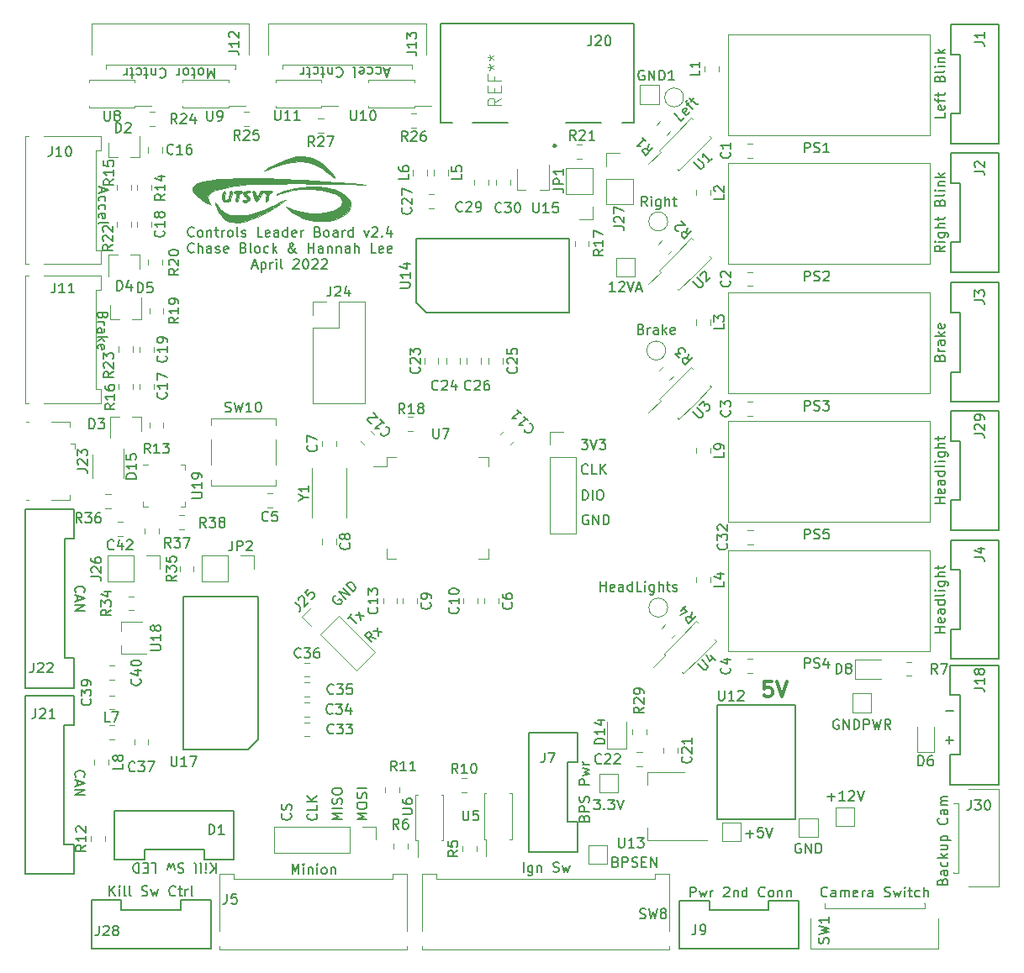
<source format=gbr>
G04 #@! TF.GenerationSoftware,KiCad,Pcbnew,(6.0.4)*
G04 #@! TF.CreationDate,2022-04-02T14:45:45-05:00*
G04 #@! TF.ProjectId,Dashboard,44617368-626f-4617-9264-2e6b69636164,rev?*
G04 #@! TF.SameCoordinates,Original*
G04 #@! TF.FileFunction,Legend,Top*
G04 #@! TF.FilePolarity,Positive*
%FSLAX46Y46*%
G04 Gerber Fmt 4.6, Leading zero omitted, Abs format (unit mm)*
G04 Created by KiCad (PCBNEW (6.0.4)) date 2022-04-02 14:45:45*
%MOMM*%
%LPD*%
G01*
G04 APERTURE LIST*
%ADD10C,0.150000*%
%ADD11C,0.300000*%
%ADD12C,0.015000*%
%ADD13C,0.120000*%
%ADD14C,0.010000*%
%ADD15C,0.127000*%
G04 APERTURE END LIST*
D10*
X187819047Y-115771428D02*
X188580952Y-115771428D01*
X188200000Y-116152380D02*
X188200000Y-115390476D01*
X157176190Y-74328571D02*
X157319047Y-74376190D01*
X157366666Y-74423809D01*
X157414285Y-74519047D01*
X157414285Y-74661904D01*
X157366666Y-74757142D01*
X157319047Y-74804761D01*
X157223809Y-74852380D01*
X156842857Y-74852380D01*
X156842857Y-73852380D01*
X157176190Y-73852380D01*
X157271428Y-73900000D01*
X157319047Y-73947619D01*
X157366666Y-74042857D01*
X157366666Y-74138095D01*
X157319047Y-74233333D01*
X157271428Y-74280952D01*
X157176190Y-74328571D01*
X156842857Y-74328571D01*
X157842857Y-74852380D02*
X157842857Y-74185714D01*
X157842857Y-74376190D02*
X157890476Y-74280952D01*
X157938095Y-74233333D01*
X158033333Y-74185714D01*
X158128571Y-74185714D01*
X158890476Y-74852380D02*
X158890476Y-74328571D01*
X158842857Y-74233333D01*
X158747619Y-74185714D01*
X158557142Y-74185714D01*
X158461904Y-74233333D01*
X158890476Y-74804761D02*
X158795238Y-74852380D01*
X158557142Y-74852380D01*
X158461904Y-74804761D01*
X158414285Y-74709523D01*
X158414285Y-74614285D01*
X158461904Y-74519047D01*
X158557142Y-74471428D01*
X158795238Y-74471428D01*
X158890476Y-74423809D01*
X159366666Y-74852380D02*
X159366666Y-73852380D01*
X159461904Y-74471428D02*
X159747619Y-74852380D01*
X159747619Y-74185714D02*
X159366666Y-74566666D01*
X160557142Y-74804761D02*
X160461904Y-74852380D01*
X160271428Y-74852380D01*
X160176190Y-74804761D01*
X160128571Y-74709523D01*
X160128571Y-74328571D01*
X160176190Y-74233333D01*
X160271428Y-74185714D01*
X160461904Y-74185714D01*
X160557142Y-74233333D01*
X160604761Y-74328571D01*
X160604761Y-74423809D01*
X160128571Y-74519047D01*
X114342857Y-128147619D02*
X114342857Y-129147619D01*
X113771428Y-128147619D02*
X114200000Y-128719047D01*
X113771428Y-129147619D02*
X114342857Y-128576190D01*
X113342857Y-128147619D02*
X113342857Y-128814285D01*
X113342857Y-129147619D02*
X113390476Y-129100000D01*
X113342857Y-129052380D01*
X113295238Y-129100000D01*
X113342857Y-129147619D01*
X113342857Y-129052380D01*
X112723809Y-128147619D02*
X112819047Y-128195238D01*
X112866666Y-128290476D01*
X112866666Y-129147619D01*
X112200000Y-128147619D02*
X112295238Y-128195238D01*
X112342857Y-128290476D01*
X112342857Y-129147619D01*
X111104761Y-128195238D02*
X110961904Y-128147619D01*
X110723809Y-128147619D01*
X110628571Y-128195238D01*
X110580952Y-128242857D01*
X110533333Y-128338095D01*
X110533333Y-128433333D01*
X110580952Y-128528571D01*
X110628571Y-128576190D01*
X110723809Y-128623809D01*
X110914285Y-128671428D01*
X111009523Y-128719047D01*
X111057142Y-128766666D01*
X111104761Y-128861904D01*
X111104761Y-128957142D01*
X111057142Y-129052380D01*
X111009523Y-129100000D01*
X110914285Y-129147619D01*
X110676190Y-129147619D01*
X110533333Y-129100000D01*
X110200000Y-128814285D02*
X110009523Y-128147619D01*
X109819047Y-128623809D01*
X109628571Y-128147619D01*
X109438095Y-128814285D01*
X107819047Y-128147619D02*
X108295238Y-128147619D01*
X108295238Y-129147619D01*
X107485714Y-128671428D02*
X107152380Y-128671428D01*
X107009523Y-128147619D02*
X107485714Y-128147619D01*
X107485714Y-129147619D01*
X107009523Y-129147619D01*
X106580952Y-128147619D02*
X106580952Y-129147619D01*
X106342857Y-129147619D01*
X106200000Y-129100000D01*
X106104761Y-129004761D01*
X106057142Y-128909523D01*
X106009523Y-128719047D01*
X106009523Y-128576190D01*
X106057142Y-128385714D01*
X106104761Y-128290476D01*
X106200000Y-128195238D01*
X106342857Y-128147619D01*
X106580952Y-128147619D01*
X157461904Y-48300000D02*
X157366666Y-48252380D01*
X157223809Y-48252380D01*
X157080952Y-48300000D01*
X156985714Y-48395238D01*
X156938095Y-48490476D01*
X156890476Y-48680952D01*
X156890476Y-48823809D01*
X156938095Y-49014285D01*
X156985714Y-49109523D01*
X157080952Y-49204761D01*
X157223809Y-49252380D01*
X157319047Y-49252380D01*
X157461904Y-49204761D01*
X157509523Y-49157142D01*
X157509523Y-48823809D01*
X157319047Y-48823809D01*
X157938095Y-49252380D02*
X157938095Y-48252380D01*
X158509523Y-49252380D01*
X158509523Y-48252380D01*
X158985714Y-49252380D02*
X158985714Y-48252380D01*
X159223809Y-48252380D01*
X159366666Y-48300000D01*
X159461904Y-48395238D01*
X159509523Y-48490476D01*
X159557142Y-48680952D01*
X159557142Y-48823809D01*
X159509523Y-49014285D01*
X159461904Y-49109523D01*
X159366666Y-49204761D01*
X159223809Y-49252380D01*
X158985714Y-49252380D01*
X160509523Y-49252380D02*
X159938095Y-49252380D01*
X160223809Y-49252380D02*
X160223809Y-48252380D01*
X160128571Y-48395238D01*
X160033333Y-48490476D01*
X159938095Y-48538095D01*
X100242857Y-119457142D02*
X100195238Y-119409523D01*
X100147619Y-119266666D01*
X100147619Y-119171428D01*
X100195238Y-119028571D01*
X100290476Y-118933333D01*
X100385714Y-118885714D01*
X100576190Y-118838095D01*
X100719047Y-118838095D01*
X100909523Y-118885714D01*
X101004761Y-118933333D01*
X101100000Y-119028571D01*
X101147619Y-119171428D01*
X101147619Y-119266666D01*
X101100000Y-119409523D01*
X101052380Y-119457142D01*
X100433333Y-119838095D02*
X100433333Y-120314285D01*
X100147619Y-119742857D02*
X101147619Y-120076190D01*
X100147619Y-120409523D01*
X100147619Y-120742857D02*
X101147619Y-120742857D01*
X100147619Y-121314285D01*
X101147619Y-121314285D01*
X112133333Y-64947142D02*
X112085714Y-64994761D01*
X111942857Y-65042380D01*
X111847619Y-65042380D01*
X111704761Y-64994761D01*
X111609523Y-64899523D01*
X111561904Y-64804285D01*
X111514285Y-64613809D01*
X111514285Y-64470952D01*
X111561904Y-64280476D01*
X111609523Y-64185238D01*
X111704761Y-64090000D01*
X111847619Y-64042380D01*
X111942857Y-64042380D01*
X112085714Y-64090000D01*
X112133333Y-64137619D01*
X112704761Y-65042380D02*
X112609523Y-64994761D01*
X112561904Y-64947142D01*
X112514285Y-64851904D01*
X112514285Y-64566190D01*
X112561904Y-64470952D01*
X112609523Y-64423333D01*
X112704761Y-64375714D01*
X112847619Y-64375714D01*
X112942857Y-64423333D01*
X112990476Y-64470952D01*
X113038095Y-64566190D01*
X113038095Y-64851904D01*
X112990476Y-64947142D01*
X112942857Y-64994761D01*
X112847619Y-65042380D01*
X112704761Y-65042380D01*
X113466666Y-64375714D02*
X113466666Y-65042380D01*
X113466666Y-64470952D02*
X113514285Y-64423333D01*
X113609523Y-64375714D01*
X113752380Y-64375714D01*
X113847619Y-64423333D01*
X113895238Y-64518571D01*
X113895238Y-65042380D01*
X114228571Y-64375714D02*
X114609523Y-64375714D01*
X114371428Y-64042380D02*
X114371428Y-64899523D01*
X114419047Y-64994761D01*
X114514285Y-65042380D01*
X114609523Y-65042380D01*
X114942857Y-65042380D02*
X114942857Y-64375714D01*
X114942857Y-64566190D02*
X114990476Y-64470952D01*
X115038095Y-64423333D01*
X115133333Y-64375714D01*
X115228571Y-64375714D01*
X115704761Y-65042380D02*
X115609523Y-64994761D01*
X115561904Y-64947142D01*
X115514285Y-64851904D01*
X115514285Y-64566190D01*
X115561904Y-64470952D01*
X115609523Y-64423333D01*
X115704761Y-64375714D01*
X115847619Y-64375714D01*
X115942857Y-64423333D01*
X115990476Y-64470952D01*
X116038095Y-64566190D01*
X116038095Y-64851904D01*
X115990476Y-64947142D01*
X115942857Y-64994761D01*
X115847619Y-65042380D01*
X115704761Y-65042380D01*
X116609523Y-65042380D02*
X116514285Y-64994761D01*
X116466666Y-64899523D01*
X116466666Y-64042380D01*
X116942857Y-64994761D02*
X117038095Y-65042380D01*
X117228571Y-65042380D01*
X117323809Y-64994761D01*
X117371428Y-64899523D01*
X117371428Y-64851904D01*
X117323809Y-64756666D01*
X117228571Y-64709047D01*
X117085714Y-64709047D01*
X116990476Y-64661428D01*
X116942857Y-64566190D01*
X116942857Y-64518571D01*
X116990476Y-64423333D01*
X117085714Y-64375714D01*
X117228571Y-64375714D01*
X117323809Y-64423333D01*
X119038095Y-65042380D02*
X118561904Y-65042380D01*
X118561904Y-64042380D01*
X119752380Y-64994761D02*
X119657142Y-65042380D01*
X119466666Y-65042380D01*
X119371428Y-64994761D01*
X119323809Y-64899523D01*
X119323809Y-64518571D01*
X119371428Y-64423333D01*
X119466666Y-64375714D01*
X119657142Y-64375714D01*
X119752380Y-64423333D01*
X119800000Y-64518571D01*
X119800000Y-64613809D01*
X119323809Y-64709047D01*
X120657142Y-65042380D02*
X120657142Y-64518571D01*
X120609523Y-64423333D01*
X120514285Y-64375714D01*
X120323809Y-64375714D01*
X120228571Y-64423333D01*
X120657142Y-64994761D02*
X120561904Y-65042380D01*
X120323809Y-65042380D01*
X120228571Y-64994761D01*
X120180952Y-64899523D01*
X120180952Y-64804285D01*
X120228571Y-64709047D01*
X120323809Y-64661428D01*
X120561904Y-64661428D01*
X120657142Y-64613809D01*
X121561904Y-65042380D02*
X121561904Y-64042380D01*
X121561904Y-64994761D02*
X121466666Y-65042380D01*
X121276190Y-65042380D01*
X121180952Y-64994761D01*
X121133333Y-64947142D01*
X121085714Y-64851904D01*
X121085714Y-64566190D01*
X121133333Y-64470952D01*
X121180952Y-64423333D01*
X121276190Y-64375714D01*
X121466666Y-64375714D01*
X121561904Y-64423333D01*
X122419047Y-64994761D02*
X122323809Y-65042380D01*
X122133333Y-65042380D01*
X122038095Y-64994761D01*
X121990476Y-64899523D01*
X121990476Y-64518571D01*
X122038095Y-64423333D01*
X122133333Y-64375714D01*
X122323809Y-64375714D01*
X122419047Y-64423333D01*
X122466666Y-64518571D01*
X122466666Y-64613809D01*
X121990476Y-64709047D01*
X122895238Y-65042380D02*
X122895238Y-64375714D01*
X122895238Y-64566190D02*
X122942857Y-64470952D01*
X122990476Y-64423333D01*
X123085714Y-64375714D01*
X123180952Y-64375714D01*
X124609523Y-64518571D02*
X124752380Y-64566190D01*
X124800000Y-64613809D01*
X124847619Y-64709047D01*
X124847619Y-64851904D01*
X124800000Y-64947142D01*
X124752380Y-64994761D01*
X124657142Y-65042380D01*
X124276190Y-65042380D01*
X124276190Y-64042380D01*
X124609523Y-64042380D01*
X124704761Y-64090000D01*
X124752380Y-64137619D01*
X124800000Y-64232857D01*
X124800000Y-64328095D01*
X124752380Y-64423333D01*
X124704761Y-64470952D01*
X124609523Y-64518571D01*
X124276190Y-64518571D01*
X125419047Y-65042380D02*
X125323809Y-64994761D01*
X125276190Y-64947142D01*
X125228571Y-64851904D01*
X125228571Y-64566190D01*
X125276190Y-64470952D01*
X125323809Y-64423333D01*
X125419047Y-64375714D01*
X125561904Y-64375714D01*
X125657142Y-64423333D01*
X125704761Y-64470952D01*
X125752380Y-64566190D01*
X125752380Y-64851904D01*
X125704761Y-64947142D01*
X125657142Y-64994761D01*
X125561904Y-65042380D01*
X125419047Y-65042380D01*
X126609523Y-65042380D02*
X126609523Y-64518571D01*
X126561904Y-64423333D01*
X126466666Y-64375714D01*
X126276190Y-64375714D01*
X126180952Y-64423333D01*
X126609523Y-64994761D02*
X126514285Y-65042380D01*
X126276190Y-65042380D01*
X126180952Y-64994761D01*
X126133333Y-64899523D01*
X126133333Y-64804285D01*
X126180952Y-64709047D01*
X126276190Y-64661428D01*
X126514285Y-64661428D01*
X126609523Y-64613809D01*
X127085714Y-65042380D02*
X127085714Y-64375714D01*
X127085714Y-64566190D02*
X127133333Y-64470952D01*
X127180952Y-64423333D01*
X127276190Y-64375714D01*
X127371428Y-64375714D01*
X128133333Y-65042380D02*
X128133333Y-64042380D01*
X128133333Y-64994761D02*
X128038095Y-65042380D01*
X127847619Y-65042380D01*
X127752380Y-64994761D01*
X127704761Y-64947142D01*
X127657142Y-64851904D01*
X127657142Y-64566190D01*
X127704761Y-64470952D01*
X127752380Y-64423333D01*
X127847619Y-64375714D01*
X128038095Y-64375714D01*
X128133333Y-64423333D01*
X129276190Y-64375714D02*
X129514285Y-65042380D01*
X129752380Y-64375714D01*
X130085714Y-64137619D02*
X130133333Y-64090000D01*
X130228571Y-64042380D01*
X130466666Y-64042380D01*
X130561904Y-64090000D01*
X130609523Y-64137619D01*
X130657142Y-64232857D01*
X130657142Y-64328095D01*
X130609523Y-64470952D01*
X130038095Y-65042380D01*
X130657142Y-65042380D01*
X131085714Y-64947142D02*
X131133333Y-64994761D01*
X131085714Y-65042380D01*
X131038095Y-64994761D01*
X131085714Y-64947142D01*
X131085714Y-65042380D01*
X131990476Y-64375714D02*
X131990476Y-65042380D01*
X131752380Y-63994761D02*
X131514285Y-64709047D01*
X132133333Y-64709047D01*
X112133333Y-66557142D02*
X112085714Y-66604761D01*
X111942857Y-66652380D01*
X111847619Y-66652380D01*
X111704761Y-66604761D01*
X111609523Y-66509523D01*
X111561904Y-66414285D01*
X111514285Y-66223809D01*
X111514285Y-66080952D01*
X111561904Y-65890476D01*
X111609523Y-65795238D01*
X111704761Y-65700000D01*
X111847619Y-65652380D01*
X111942857Y-65652380D01*
X112085714Y-65700000D01*
X112133333Y-65747619D01*
X112561904Y-66652380D02*
X112561904Y-65652380D01*
X112990476Y-66652380D02*
X112990476Y-66128571D01*
X112942857Y-66033333D01*
X112847619Y-65985714D01*
X112704761Y-65985714D01*
X112609523Y-66033333D01*
X112561904Y-66080952D01*
X113895238Y-66652380D02*
X113895238Y-66128571D01*
X113847619Y-66033333D01*
X113752380Y-65985714D01*
X113561904Y-65985714D01*
X113466666Y-66033333D01*
X113895238Y-66604761D02*
X113800000Y-66652380D01*
X113561904Y-66652380D01*
X113466666Y-66604761D01*
X113419047Y-66509523D01*
X113419047Y-66414285D01*
X113466666Y-66319047D01*
X113561904Y-66271428D01*
X113800000Y-66271428D01*
X113895238Y-66223809D01*
X114323809Y-66604761D02*
X114419047Y-66652380D01*
X114609523Y-66652380D01*
X114704761Y-66604761D01*
X114752380Y-66509523D01*
X114752380Y-66461904D01*
X114704761Y-66366666D01*
X114609523Y-66319047D01*
X114466666Y-66319047D01*
X114371428Y-66271428D01*
X114323809Y-66176190D01*
X114323809Y-66128571D01*
X114371428Y-66033333D01*
X114466666Y-65985714D01*
X114609523Y-65985714D01*
X114704761Y-66033333D01*
X115561904Y-66604761D02*
X115466666Y-66652380D01*
X115276190Y-66652380D01*
X115180952Y-66604761D01*
X115133333Y-66509523D01*
X115133333Y-66128571D01*
X115180952Y-66033333D01*
X115276190Y-65985714D01*
X115466666Y-65985714D01*
X115561904Y-66033333D01*
X115609523Y-66128571D01*
X115609523Y-66223809D01*
X115133333Y-66319047D01*
X117133333Y-66128571D02*
X117276190Y-66176190D01*
X117323809Y-66223809D01*
X117371428Y-66319047D01*
X117371428Y-66461904D01*
X117323809Y-66557142D01*
X117276190Y-66604761D01*
X117180952Y-66652380D01*
X116800000Y-66652380D01*
X116800000Y-65652380D01*
X117133333Y-65652380D01*
X117228571Y-65700000D01*
X117276190Y-65747619D01*
X117323809Y-65842857D01*
X117323809Y-65938095D01*
X117276190Y-66033333D01*
X117228571Y-66080952D01*
X117133333Y-66128571D01*
X116800000Y-66128571D01*
X117942857Y-66652380D02*
X117847619Y-66604761D01*
X117800000Y-66509523D01*
X117800000Y-65652380D01*
X118466666Y-66652380D02*
X118371428Y-66604761D01*
X118323809Y-66557142D01*
X118276190Y-66461904D01*
X118276190Y-66176190D01*
X118323809Y-66080952D01*
X118371428Y-66033333D01*
X118466666Y-65985714D01*
X118609523Y-65985714D01*
X118704761Y-66033333D01*
X118752380Y-66080952D01*
X118800000Y-66176190D01*
X118800000Y-66461904D01*
X118752380Y-66557142D01*
X118704761Y-66604761D01*
X118609523Y-66652380D01*
X118466666Y-66652380D01*
X119657142Y-66604761D02*
X119561904Y-66652380D01*
X119371428Y-66652380D01*
X119276190Y-66604761D01*
X119228571Y-66557142D01*
X119180952Y-66461904D01*
X119180952Y-66176190D01*
X119228571Y-66080952D01*
X119276190Y-66033333D01*
X119371428Y-65985714D01*
X119561904Y-65985714D01*
X119657142Y-66033333D01*
X120085714Y-66652380D02*
X120085714Y-65652380D01*
X120180952Y-66271428D02*
X120466666Y-66652380D01*
X120466666Y-65985714D02*
X120085714Y-66366666D01*
X122466666Y-66652380D02*
X122419047Y-66652380D01*
X122323809Y-66604761D01*
X122180952Y-66461904D01*
X121942857Y-66176190D01*
X121847619Y-66033333D01*
X121800000Y-65890476D01*
X121800000Y-65795238D01*
X121847619Y-65700000D01*
X121942857Y-65652380D01*
X121990476Y-65652380D01*
X122085714Y-65700000D01*
X122133333Y-65795238D01*
X122133333Y-65842857D01*
X122085714Y-65938095D01*
X122038095Y-65985714D01*
X121752380Y-66176190D01*
X121704761Y-66223809D01*
X121657142Y-66319047D01*
X121657142Y-66461904D01*
X121704761Y-66557142D01*
X121752380Y-66604761D01*
X121847619Y-66652380D01*
X121990476Y-66652380D01*
X122085714Y-66604761D01*
X122133333Y-66557142D01*
X122276190Y-66366666D01*
X122323809Y-66223809D01*
X122323809Y-66128571D01*
X123657142Y-66652380D02*
X123657142Y-65652380D01*
X123657142Y-66128571D02*
X124228571Y-66128571D01*
X124228571Y-66652380D02*
X124228571Y-65652380D01*
X125133333Y-66652380D02*
X125133333Y-66128571D01*
X125085714Y-66033333D01*
X124990476Y-65985714D01*
X124800000Y-65985714D01*
X124704761Y-66033333D01*
X125133333Y-66604761D02*
X125038095Y-66652380D01*
X124800000Y-66652380D01*
X124704761Y-66604761D01*
X124657142Y-66509523D01*
X124657142Y-66414285D01*
X124704761Y-66319047D01*
X124800000Y-66271428D01*
X125038095Y-66271428D01*
X125133333Y-66223809D01*
X125609523Y-65985714D02*
X125609523Y-66652380D01*
X125609523Y-66080952D02*
X125657142Y-66033333D01*
X125752380Y-65985714D01*
X125895238Y-65985714D01*
X125990476Y-66033333D01*
X126038095Y-66128571D01*
X126038095Y-66652380D01*
X126514285Y-65985714D02*
X126514285Y-66652380D01*
X126514285Y-66080952D02*
X126561904Y-66033333D01*
X126657142Y-65985714D01*
X126800000Y-65985714D01*
X126895238Y-66033333D01*
X126942857Y-66128571D01*
X126942857Y-66652380D01*
X127847619Y-66652380D02*
X127847619Y-66128571D01*
X127800000Y-66033333D01*
X127704761Y-65985714D01*
X127514285Y-65985714D01*
X127419047Y-66033333D01*
X127847619Y-66604761D02*
X127752380Y-66652380D01*
X127514285Y-66652380D01*
X127419047Y-66604761D01*
X127371428Y-66509523D01*
X127371428Y-66414285D01*
X127419047Y-66319047D01*
X127514285Y-66271428D01*
X127752380Y-66271428D01*
X127847619Y-66223809D01*
X128323809Y-66652380D02*
X128323809Y-65652380D01*
X128752380Y-66652380D02*
X128752380Y-66128571D01*
X128704761Y-66033333D01*
X128609523Y-65985714D01*
X128466666Y-65985714D01*
X128371428Y-66033333D01*
X128323809Y-66080952D01*
X130466666Y-66652380D02*
X129990476Y-66652380D01*
X129990476Y-65652380D01*
X131180952Y-66604761D02*
X131085714Y-66652380D01*
X130895238Y-66652380D01*
X130800000Y-66604761D01*
X130752380Y-66509523D01*
X130752380Y-66128571D01*
X130800000Y-66033333D01*
X130895238Y-65985714D01*
X131085714Y-65985714D01*
X131180952Y-66033333D01*
X131228571Y-66128571D01*
X131228571Y-66223809D01*
X130752380Y-66319047D01*
X132038095Y-66604761D02*
X131942857Y-66652380D01*
X131752380Y-66652380D01*
X131657142Y-66604761D01*
X131609523Y-66509523D01*
X131609523Y-66128571D01*
X131657142Y-66033333D01*
X131752380Y-65985714D01*
X131942857Y-65985714D01*
X132038095Y-66033333D01*
X132085714Y-66128571D01*
X132085714Y-66223809D01*
X131609523Y-66319047D01*
X118014285Y-67976666D02*
X118490476Y-67976666D01*
X117919047Y-68262380D02*
X118252380Y-67262380D01*
X118585714Y-68262380D01*
X118919047Y-67595714D02*
X118919047Y-68595714D01*
X118919047Y-67643333D02*
X119014285Y-67595714D01*
X119204761Y-67595714D01*
X119300000Y-67643333D01*
X119347619Y-67690952D01*
X119395238Y-67786190D01*
X119395238Y-68071904D01*
X119347619Y-68167142D01*
X119300000Y-68214761D01*
X119204761Y-68262380D01*
X119014285Y-68262380D01*
X118919047Y-68214761D01*
X119823809Y-68262380D02*
X119823809Y-67595714D01*
X119823809Y-67786190D02*
X119871428Y-67690952D01*
X119919047Y-67643333D01*
X120014285Y-67595714D01*
X120109523Y-67595714D01*
X120442857Y-68262380D02*
X120442857Y-67595714D01*
X120442857Y-67262380D02*
X120395238Y-67310000D01*
X120442857Y-67357619D01*
X120490476Y-67310000D01*
X120442857Y-67262380D01*
X120442857Y-67357619D01*
X121061904Y-68262380D02*
X120966666Y-68214761D01*
X120919047Y-68119523D01*
X120919047Y-67262380D01*
X122157142Y-67357619D02*
X122204761Y-67310000D01*
X122300000Y-67262380D01*
X122538095Y-67262380D01*
X122633333Y-67310000D01*
X122680952Y-67357619D01*
X122728571Y-67452857D01*
X122728571Y-67548095D01*
X122680952Y-67690952D01*
X122109523Y-68262380D01*
X122728571Y-68262380D01*
X123347619Y-67262380D02*
X123442857Y-67262380D01*
X123538095Y-67310000D01*
X123585714Y-67357619D01*
X123633333Y-67452857D01*
X123680952Y-67643333D01*
X123680952Y-67881428D01*
X123633333Y-68071904D01*
X123585714Y-68167142D01*
X123538095Y-68214761D01*
X123442857Y-68262380D01*
X123347619Y-68262380D01*
X123252380Y-68214761D01*
X123204761Y-68167142D01*
X123157142Y-68071904D01*
X123109523Y-67881428D01*
X123109523Y-67643333D01*
X123157142Y-67452857D01*
X123204761Y-67357619D01*
X123252380Y-67310000D01*
X123347619Y-67262380D01*
X124061904Y-67357619D02*
X124109523Y-67310000D01*
X124204761Y-67262380D01*
X124442857Y-67262380D01*
X124538095Y-67310000D01*
X124585714Y-67357619D01*
X124633333Y-67452857D01*
X124633333Y-67548095D01*
X124585714Y-67690952D01*
X124014285Y-68262380D01*
X124633333Y-68262380D01*
X125014285Y-67357619D02*
X125061904Y-67310000D01*
X125157142Y-67262380D01*
X125395238Y-67262380D01*
X125490476Y-67310000D01*
X125538095Y-67357619D01*
X125585714Y-67452857D01*
X125585714Y-67548095D01*
X125538095Y-67690952D01*
X124966666Y-68262380D01*
X125585714Y-68262380D01*
X151276190Y-91552380D02*
X151276190Y-90552380D01*
X151514285Y-90552380D01*
X151657142Y-90600000D01*
X151752380Y-90695238D01*
X151800000Y-90790476D01*
X151847619Y-90980952D01*
X151847619Y-91123809D01*
X151800000Y-91314285D01*
X151752380Y-91409523D01*
X151657142Y-91504761D01*
X151514285Y-91552380D01*
X151276190Y-91552380D01*
X152276190Y-91552380D02*
X152276190Y-90552380D01*
X152942857Y-90552380D02*
X153133333Y-90552380D01*
X153228571Y-90600000D01*
X153323809Y-90695238D01*
X153371428Y-90885714D01*
X153371428Y-91219047D01*
X153323809Y-91409523D01*
X153228571Y-91504761D01*
X153133333Y-91552380D01*
X152942857Y-91552380D01*
X152847619Y-91504761D01*
X152752380Y-91409523D01*
X152704761Y-91219047D01*
X152704761Y-90885714D01*
X152752380Y-90695238D01*
X152847619Y-90600000D01*
X152942857Y-90552380D01*
X154619047Y-128028571D02*
X154761904Y-128076190D01*
X154809523Y-128123809D01*
X154857142Y-128219047D01*
X154857142Y-128361904D01*
X154809523Y-128457142D01*
X154761904Y-128504761D01*
X154666666Y-128552380D01*
X154285714Y-128552380D01*
X154285714Y-127552380D01*
X154619047Y-127552380D01*
X154714285Y-127600000D01*
X154761904Y-127647619D01*
X154809523Y-127742857D01*
X154809523Y-127838095D01*
X154761904Y-127933333D01*
X154714285Y-127980952D01*
X154619047Y-128028571D01*
X154285714Y-128028571D01*
X155285714Y-128552380D02*
X155285714Y-127552380D01*
X155666666Y-127552380D01*
X155761904Y-127600000D01*
X155809523Y-127647619D01*
X155857142Y-127742857D01*
X155857142Y-127885714D01*
X155809523Y-127980952D01*
X155761904Y-128028571D01*
X155666666Y-128076190D01*
X155285714Y-128076190D01*
X156238095Y-128504761D02*
X156380952Y-128552380D01*
X156619047Y-128552380D01*
X156714285Y-128504761D01*
X156761904Y-128457142D01*
X156809523Y-128361904D01*
X156809523Y-128266666D01*
X156761904Y-128171428D01*
X156714285Y-128123809D01*
X156619047Y-128076190D01*
X156428571Y-128028571D01*
X156333333Y-127980952D01*
X156285714Y-127933333D01*
X156238095Y-127838095D01*
X156238095Y-127742857D01*
X156285714Y-127647619D01*
X156333333Y-127600000D01*
X156428571Y-127552380D01*
X156666666Y-127552380D01*
X156809523Y-127600000D01*
X157238095Y-128028571D02*
X157571428Y-128028571D01*
X157714285Y-128552380D02*
X157238095Y-128552380D01*
X157238095Y-127552380D01*
X157714285Y-127552380D01*
X158142857Y-128552380D02*
X158142857Y-127552380D01*
X158714285Y-128552380D01*
X158714285Y-127552380D01*
X167714285Y-125171428D02*
X168476190Y-125171428D01*
X168095238Y-125552380D02*
X168095238Y-124790476D01*
X169428571Y-124552380D02*
X168952380Y-124552380D01*
X168904761Y-125028571D01*
X168952380Y-124980952D01*
X169047619Y-124933333D01*
X169285714Y-124933333D01*
X169380952Y-124980952D01*
X169428571Y-125028571D01*
X169476190Y-125123809D01*
X169476190Y-125361904D01*
X169428571Y-125457142D01*
X169380952Y-125504761D01*
X169285714Y-125552380D01*
X169047619Y-125552380D01*
X168952380Y-125504761D01*
X168904761Y-125457142D01*
X169761904Y-124552380D02*
X170095238Y-125552380D01*
X170428571Y-124552380D01*
X154552380Y-70552380D02*
X153980952Y-70552380D01*
X154266666Y-70552380D02*
X154266666Y-69552380D01*
X154171428Y-69695238D01*
X154076190Y-69790476D01*
X153980952Y-69838095D01*
X154933333Y-69647619D02*
X154980952Y-69600000D01*
X155076190Y-69552380D01*
X155314285Y-69552380D01*
X155409523Y-69600000D01*
X155457142Y-69647619D01*
X155504761Y-69742857D01*
X155504761Y-69838095D01*
X155457142Y-69980952D01*
X154885714Y-70552380D01*
X155504761Y-70552380D01*
X155790476Y-69552380D02*
X156123809Y-70552380D01*
X156457142Y-69552380D01*
X156742857Y-70266666D02*
X157219047Y-70266666D01*
X156647619Y-70552380D02*
X156980952Y-69552380D01*
X157314285Y-70552380D01*
X151838095Y-93100000D02*
X151742857Y-93052380D01*
X151600000Y-93052380D01*
X151457142Y-93100000D01*
X151361904Y-93195238D01*
X151314285Y-93290476D01*
X151266666Y-93480952D01*
X151266666Y-93623809D01*
X151314285Y-93814285D01*
X151361904Y-93909523D01*
X151457142Y-94004761D01*
X151600000Y-94052380D01*
X151695238Y-94052380D01*
X151838095Y-94004761D01*
X151885714Y-93957142D01*
X151885714Y-93623809D01*
X151695238Y-93623809D01*
X152314285Y-94052380D02*
X152314285Y-93052380D01*
X152885714Y-94052380D01*
X152885714Y-93052380D01*
X153361904Y-94052380D02*
X153361904Y-93052380D01*
X153600000Y-93052380D01*
X153742857Y-93100000D01*
X153838095Y-93195238D01*
X153885714Y-93290476D01*
X153933333Y-93480952D01*
X153933333Y-93623809D01*
X153885714Y-93814285D01*
X153838095Y-93909523D01*
X153742857Y-94004761D01*
X153600000Y-94052380D01*
X153361904Y-94052380D01*
X175938095Y-121471428D02*
X176700000Y-121471428D01*
X176319047Y-121852380D02*
X176319047Y-121090476D01*
X177700000Y-121852380D02*
X177128571Y-121852380D01*
X177414285Y-121852380D02*
X177414285Y-120852380D01*
X177319047Y-120995238D01*
X177223809Y-121090476D01*
X177128571Y-121138095D01*
X178080952Y-120947619D02*
X178128571Y-120900000D01*
X178223809Y-120852380D01*
X178461904Y-120852380D01*
X178557142Y-120900000D01*
X178604761Y-120947619D01*
X178652380Y-121042857D01*
X178652380Y-121138095D01*
X178604761Y-121280952D01*
X178033333Y-121852380D01*
X178652380Y-121852380D01*
X178938095Y-120852380D02*
X179271428Y-121852380D01*
X179604761Y-120852380D01*
X151804761Y-88857142D02*
X151757142Y-88904761D01*
X151614285Y-88952380D01*
X151519047Y-88952380D01*
X151376190Y-88904761D01*
X151280952Y-88809523D01*
X151233333Y-88714285D01*
X151185714Y-88523809D01*
X151185714Y-88380952D01*
X151233333Y-88190476D01*
X151280952Y-88095238D01*
X151376190Y-88000000D01*
X151519047Y-87952380D01*
X151614285Y-87952380D01*
X151757142Y-88000000D01*
X151804761Y-88047619D01*
X152709523Y-88952380D02*
X152233333Y-88952380D01*
X152233333Y-87952380D01*
X153042857Y-88952380D02*
X153042857Y-87952380D01*
X153614285Y-88952380D02*
X153185714Y-88380952D01*
X153614285Y-87952380D02*
X153042857Y-88523809D01*
X151428571Y-123619047D02*
X151476190Y-123476190D01*
X151523809Y-123428571D01*
X151619047Y-123380952D01*
X151761904Y-123380952D01*
X151857142Y-123428571D01*
X151904761Y-123476190D01*
X151952380Y-123571428D01*
X151952380Y-123952380D01*
X150952380Y-123952380D01*
X150952380Y-123619047D01*
X151000000Y-123523809D01*
X151047619Y-123476190D01*
X151142857Y-123428571D01*
X151238095Y-123428571D01*
X151333333Y-123476190D01*
X151380952Y-123523809D01*
X151428571Y-123619047D01*
X151428571Y-123952380D01*
X151952380Y-122952380D02*
X150952380Y-122952380D01*
X150952380Y-122571428D01*
X151000000Y-122476190D01*
X151047619Y-122428571D01*
X151142857Y-122380952D01*
X151285714Y-122380952D01*
X151380952Y-122428571D01*
X151428571Y-122476190D01*
X151476190Y-122571428D01*
X151476190Y-122952380D01*
X151904761Y-122000000D02*
X151952380Y-121857142D01*
X151952380Y-121619047D01*
X151904761Y-121523809D01*
X151857142Y-121476190D01*
X151761904Y-121428571D01*
X151666666Y-121428571D01*
X151571428Y-121476190D01*
X151523809Y-121523809D01*
X151476190Y-121619047D01*
X151428571Y-121809523D01*
X151380952Y-121904761D01*
X151333333Y-121952380D01*
X151238095Y-122000000D01*
X151142857Y-122000000D01*
X151047619Y-121952380D01*
X151000000Y-121904761D01*
X150952380Y-121809523D01*
X150952380Y-121571428D01*
X151000000Y-121428571D01*
X151952380Y-120238095D02*
X150952380Y-120238095D01*
X150952380Y-119857142D01*
X151000000Y-119761904D01*
X151047619Y-119714285D01*
X151142857Y-119666666D01*
X151285714Y-119666666D01*
X151380952Y-119714285D01*
X151428571Y-119761904D01*
X151476190Y-119857142D01*
X151476190Y-120238095D01*
X151285714Y-119333333D02*
X151952380Y-119142857D01*
X151476190Y-118952380D01*
X151952380Y-118761904D01*
X151285714Y-118571428D01*
X151952380Y-118190476D02*
X151285714Y-118190476D01*
X151476190Y-118190476D02*
X151380952Y-118142857D01*
X151333333Y-118095238D01*
X151285714Y-118000000D01*
X151285714Y-117904761D01*
X124457142Y-123195238D02*
X124504761Y-123242857D01*
X124552380Y-123385714D01*
X124552380Y-123480952D01*
X124504761Y-123623809D01*
X124409523Y-123719047D01*
X124314285Y-123766666D01*
X124123809Y-123814285D01*
X123980952Y-123814285D01*
X123790476Y-123766666D01*
X123695238Y-123719047D01*
X123600000Y-123623809D01*
X123552380Y-123480952D01*
X123552380Y-123385714D01*
X123600000Y-123242857D01*
X123647619Y-123195238D01*
X124552380Y-122290476D02*
X124552380Y-122766666D01*
X123552380Y-122766666D01*
X124552380Y-121957142D02*
X123552380Y-121957142D01*
X124552380Y-121385714D02*
X123980952Y-121814285D01*
X123552380Y-121385714D02*
X124123809Y-121957142D01*
X122033333Y-129252380D02*
X122033333Y-128252380D01*
X122366666Y-128966666D01*
X122700000Y-128252380D01*
X122700000Y-129252380D01*
X123176190Y-129252380D02*
X123176190Y-128585714D01*
X123176190Y-128252380D02*
X123128571Y-128300000D01*
X123176190Y-128347619D01*
X123223809Y-128300000D01*
X123176190Y-128252380D01*
X123176190Y-128347619D01*
X123652380Y-128585714D02*
X123652380Y-129252380D01*
X123652380Y-128680952D02*
X123700000Y-128633333D01*
X123795238Y-128585714D01*
X123938095Y-128585714D01*
X124033333Y-128633333D01*
X124080952Y-128728571D01*
X124080952Y-129252380D01*
X124557142Y-129252380D02*
X124557142Y-128585714D01*
X124557142Y-128252380D02*
X124509523Y-128300000D01*
X124557142Y-128347619D01*
X124604761Y-128300000D01*
X124557142Y-128252380D01*
X124557142Y-128347619D01*
X125176190Y-129252380D02*
X125080952Y-129204761D01*
X125033333Y-129157142D01*
X124985714Y-129061904D01*
X124985714Y-128776190D01*
X125033333Y-128680952D01*
X125080952Y-128633333D01*
X125176190Y-128585714D01*
X125319047Y-128585714D01*
X125414285Y-128633333D01*
X125461904Y-128680952D01*
X125509523Y-128776190D01*
X125509523Y-129061904D01*
X125461904Y-129157142D01*
X125414285Y-129204761D01*
X125319047Y-129252380D01*
X125176190Y-129252380D01*
X125938095Y-128585714D02*
X125938095Y-129252380D01*
X125938095Y-128680952D02*
X125985714Y-128633333D01*
X126080952Y-128585714D01*
X126223809Y-128585714D01*
X126319047Y-128633333D01*
X126366666Y-128728571D01*
X126366666Y-129252380D01*
X130452538Y-105487225D02*
X129880118Y-105386209D01*
X130048477Y-105891286D02*
X129341370Y-105184179D01*
X129610744Y-104914805D01*
X129711759Y-104881133D01*
X129779103Y-104881133D01*
X129880118Y-104914805D01*
X129981133Y-105015820D01*
X130014805Y-105116835D01*
X130014805Y-105184179D01*
X129981133Y-105285194D01*
X129711759Y-105554568D01*
X130688240Y-105251522D02*
X130587225Y-104409729D01*
X130216835Y-104780118D02*
X131058629Y-104881133D01*
X145314285Y-129052380D02*
X145314285Y-128052380D01*
X146219047Y-128385714D02*
X146219047Y-129195238D01*
X146171428Y-129290476D01*
X146123809Y-129338095D01*
X146028571Y-129385714D01*
X145885714Y-129385714D01*
X145790476Y-129338095D01*
X146219047Y-129004761D02*
X146123809Y-129052380D01*
X145933333Y-129052380D01*
X145838095Y-129004761D01*
X145790476Y-128957142D01*
X145742857Y-128861904D01*
X145742857Y-128576190D01*
X145790476Y-128480952D01*
X145838095Y-128433333D01*
X145933333Y-128385714D01*
X146123809Y-128385714D01*
X146219047Y-128433333D01*
X146695238Y-128385714D02*
X146695238Y-129052380D01*
X146695238Y-128480952D02*
X146742857Y-128433333D01*
X146838095Y-128385714D01*
X146980952Y-128385714D01*
X147076190Y-128433333D01*
X147123809Y-128528571D01*
X147123809Y-129052380D01*
X148314285Y-129004761D02*
X148457142Y-129052380D01*
X148695238Y-129052380D01*
X148790476Y-129004761D01*
X148838095Y-128957142D01*
X148885714Y-128861904D01*
X148885714Y-128766666D01*
X148838095Y-128671428D01*
X148790476Y-128623809D01*
X148695238Y-128576190D01*
X148504761Y-128528571D01*
X148409523Y-128480952D01*
X148361904Y-128433333D01*
X148314285Y-128338095D01*
X148314285Y-128242857D01*
X148361904Y-128147619D01*
X148409523Y-128100000D01*
X148504761Y-128052380D01*
X148742857Y-128052380D01*
X148885714Y-128100000D01*
X149219047Y-128385714D02*
X149409523Y-129052380D01*
X149600000Y-128576190D01*
X149790476Y-129052380D01*
X149980952Y-128385714D01*
X102833333Y-60114285D02*
X102833333Y-60590476D01*
X102547619Y-60019047D02*
X103547619Y-60352380D01*
X102547619Y-60685714D01*
X102595238Y-61447619D02*
X102547619Y-61352380D01*
X102547619Y-61161904D01*
X102595238Y-61066666D01*
X102642857Y-61019047D01*
X102738095Y-60971428D01*
X103023809Y-60971428D01*
X103119047Y-61019047D01*
X103166666Y-61066666D01*
X103214285Y-61161904D01*
X103214285Y-61352380D01*
X103166666Y-61447619D01*
X102595238Y-62304761D02*
X102547619Y-62209523D01*
X102547619Y-62019047D01*
X102595238Y-61923809D01*
X102642857Y-61876190D01*
X102738095Y-61828571D01*
X103023809Y-61828571D01*
X103119047Y-61876190D01*
X103166666Y-61923809D01*
X103214285Y-62019047D01*
X103214285Y-62209523D01*
X103166666Y-62304761D01*
X102595238Y-63114285D02*
X102547619Y-63019047D01*
X102547619Y-62828571D01*
X102595238Y-62733333D01*
X102690476Y-62685714D01*
X103071428Y-62685714D01*
X103166666Y-62733333D01*
X103214285Y-62828571D01*
X103214285Y-63019047D01*
X103166666Y-63114285D01*
X103071428Y-63161904D01*
X102976190Y-63161904D01*
X102880952Y-62685714D01*
X102547619Y-63733333D02*
X102595238Y-63638095D01*
X102690476Y-63590476D01*
X103547619Y-63590476D01*
X177066666Y-113700000D02*
X176971428Y-113652380D01*
X176828571Y-113652380D01*
X176685714Y-113700000D01*
X176590476Y-113795238D01*
X176542857Y-113890476D01*
X176495238Y-114080952D01*
X176495238Y-114223809D01*
X176542857Y-114414285D01*
X176590476Y-114509523D01*
X176685714Y-114604761D01*
X176828571Y-114652380D01*
X176923809Y-114652380D01*
X177066666Y-114604761D01*
X177114285Y-114557142D01*
X177114285Y-114223809D01*
X176923809Y-114223809D01*
X177542857Y-114652380D02*
X177542857Y-113652380D01*
X178114285Y-114652380D01*
X178114285Y-113652380D01*
X178590476Y-114652380D02*
X178590476Y-113652380D01*
X178828571Y-113652380D01*
X178971428Y-113700000D01*
X179066666Y-113795238D01*
X179114285Y-113890476D01*
X179161904Y-114080952D01*
X179161904Y-114223809D01*
X179114285Y-114414285D01*
X179066666Y-114509523D01*
X178971428Y-114604761D01*
X178828571Y-114652380D01*
X178590476Y-114652380D01*
X179590476Y-114652380D02*
X179590476Y-113652380D01*
X179971428Y-113652380D01*
X180066666Y-113700000D01*
X180114285Y-113747619D01*
X180161904Y-113842857D01*
X180161904Y-113985714D01*
X180114285Y-114080952D01*
X180066666Y-114128571D01*
X179971428Y-114176190D01*
X179590476Y-114176190D01*
X180495238Y-113652380D02*
X180733333Y-114652380D01*
X180923809Y-113938095D01*
X181114285Y-114652380D01*
X181352380Y-113652380D01*
X182304761Y-114652380D02*
X181971428Y-114176190D01*
X181733333Y-114652380D02*
X181733333Y-113652380D01*
X182114285Y-113652380D01*
X182209523Y-113700000D01*
X182257142Y-113747619D01*
X182304761Y-113842857D01*
X182304761Y-113985714D01*
X182257142Y-114080952D01*
X182209523Y-114128571D01*
X182114285Y-114176190D01*
X181733333Y-114176190D01*
X129552380Y-123771428D02*
X128552380Y-123771428D01*
X129266666Y-123438095D01*
X128552380Y-123104761D01*
X129552380Y-123104761D01*
X128552380Y-122438095D02*
X128552380Y-122247619D01*
X128600000Y-122152380D01*
X128695238Y-122057142D01*
X128885714Y-122009523D01*
X129219047Y-122009523D01*
X129409523Y-122057142D01*
X129504761Y-122152380D01*
X129552380Y-122247619D01*
X129552380Y-122438095D01*
X129504761Y-122533333D01*
X129409523Y-122628571D01*
X129219047Y-122676190D01*
X128885714Y-122676190D01*
X128695238Y-122628571D01*
X128600000Y-122533333D01*
X128552380Y-122438095D01*
X129504761Y-121628571D02*
X129552380Y-121485714D01*
X129552380Y-121247619D01*
X129504761Y-121152380D01*
X129457142Y-121104761D01*
X129361904Y-121057142D01*
X129266666Y-121057142D01*
X129171428Y-121104761D01*
X129123809Y-121152380D01*
X129076190Y-121247619D01*
X129028571Y-121438095D01*
X128980952Y-121533333D01*
X128933333Y-121580952D01*
X128838095Y-121628571D01*
X128742857Y-121628571D01*
X128647619Y-121580952D01*
X128600000Y-121533333D01*
X128552380Y-121438095D01*
X128552380Y-121200000D01*
X128600000Y-121057142D01*
X129552380Y-120628571D02*
X128552380Y-120628571D01*
X175914285Y-131457142D02*
X175866666Y-131504761D01*
X175723809Y-131552380D01*
X175628571Y-131552380D01*
X175485714Y-131504761D01*
X175390476Y-131409523D01*
X175342857Y-131314285D01*
X175295238Y-131123809D01*
X175295238Y-130980952D01*
X175342857Y-130790476D01*
X175390476Y-130695238D01*
X175485714Y-130600000D01*
X175628571Y-130552380D01*
X175723809Y-130552380D01*
X175866666Y-130600000D01*
X175914285Y-130647619D01*
X176771428Y-131552380D02*
X176771428Y-131028571D01*
X176723809Y-130933333D01*
X176628571Y-130885714D01*
X176438095Y-130885714D01*
X176342857Y-130933333D01*
X176771428Y-131504761D02*
X176676190Y-131552380D01*
X176438095Y-131552380D01*
X176342857Y-131504761D01*
X176295238Y-131409523D01*
X176295238Y-131314285D01*
X176342857Y-131219047D01*
X176438095Y-131171428D01*
X176676190Y-131171428D01*
X176771428Y-131123809D01*
X177247619Y-131552380D02*
X177247619Y-130885714D01*
X177247619Y-130980952D02*
X177295238Y-130933333D01*
X177390476Y-130885714D01*
X177533333Y-130885714D01*
X177628571Y-130933333D01*
X177676190Y-131028571D01*
X177676190Y-131552380D01*
X177676190Y-131028571D02*
X177723809Y-130933333D01*
X177819047Y-130885714D01*
X177961904Y-130885714D01*
X178057142Y-130933333D01*
X178104761Y-131028571D01*
X178104761Y-131552380D01*
X178961904Y-131504761D02*
X178866666Y-131552380D01*
X178676190Y-131552380D01*
X178580952Y-131504761D01*
X178533333Y-131409523D01*
X178533333Y-131028571D01*
X178580952Y-130933333D01*
X178676190Y-130885714D01*
X178866666Y-130885714D01*
X178961904Y-130933333D01*
X179009523Y-131028571D01*
X179009523Y-131123809D01*
X178533333Y-131219047D01*
X179438095Y-131552380D02*
X179438095Y-130885714D01*
X179438095Y-131076190D02*
X179485714Y-130980952D01*
X179533333Y-130933333D01*
X179628571Y-130885714D01*
X179723809Y-130885714D01*
X180485714Y-131552380D02*
X180485714Y-131028571D01*
X180438095Y-130933333D01*
X180342857Y-130885714D01*
X180152380Y-130885714D01*
X180057142Y-130933333D01*
X180485714Y-131504761D02*
X180390476Y-131552380D01*
X180152380Y-131552380D01*
X180057142Y-131504761D01*
X180009523Y-131409523D01*
X180009523Y-131314285D01*
X180057142Y-131219047D01*
X180152380Y-131171428D01*
X180390476Y-131171428D01*
X180485714Y-131123809D01*
X181676190Y-131504761D02*
X181819047Y-131552380D01*
X182057142Y-131552380D01*
X182152380Y-131504761D01*
X182200000Y-131457142D01*
X182247619Y-131361904D01*
X182247619Y-131266666D01*
X182200000Y-131171428D01*
X182152380Y-131123809D01*
X182057142Y-131076190D01*
X181866666Y-131028571D01*
X181771428Y-130980952D01*
X181723809Y-130933333D01*
X181676190Y-130838095D01*
X181676190Y-130742857D01*
X181723809Y-130647619D01*
X181771428Y-130600000D01*
X181866666Y-130552380D01*
X182104761Y-130552380D01*
X182247619Y-130600000D01*
X182580952Y-130885714D02*
X182771428Y-131552380D01*
X182961904Y-131076190D01*
X183152380Y-131552380D01*
X183342857Y-130885714D01*
X183723809Y-131552380D02*
X183723809Y-130885714D01*
X183723809Y-130552380D02*
X183676190Y-130600000D01*
X183723809Y-130647619D01*
X183771428Y-130600000D01*
X183723809Y-130552380D01*
X183723809Y-130647619D01*
X184057142Y-130885714D02*
X184438095Y-130885714D01*
X184200000Y-130552380D02*
X184200000Y-131409523D01*
X184247619Y-131504761D01*
X184342857Y-131552380D01*
X184438095Y-131552380D01*
X185200000Y-131504761D02*
X185104761Y-131552380D01*
X184914285Y-131552380D01*
X184819047Y-131504761D01*
X184771428Y-131457142D01*
X184723809Y-131361904D01*
X184723809Y-131076190D01*
X184771428Y-130980952D01*
X184819047Y-130933333D01*
X184914285Y-130885714D01*
X185104761Y-130885714D01*
X185200000Y-130933333D01*
X185628571Y-131552380D02*
X185628571Y-130552380D01*
X186057142Y-131552380D02*
X186057142Y-131028571D01*
X186009523Y-130933333D01*
X185914285Y-130885714D01*
X185771428Y-130885714D01*
X185676190Y-130933333D01*
X185628571Y-130980952D01*
X187752380Y-65957142D02*
X187276190Y-66290476D01*
X187752380Y-66528571D02*
X186752380Y-66528571D01*
X186752380Y-66147619D01*
X186800000Y-66052380D01*
X186847619Y-66004761D01*
X186942857Y-65957142D01*
X187085714Y-65957142D01*
X187180952Y-66004761D01*
X187228571Y-66052380D01*
X187276190Y-66147619D01*
X187276190Y-66528571D01*
X187752380Y-65528571D02*
X187085714Y-65528571D01*
X186752380Y-65528571D02*
X186800000Y-65576190D01*
X186847619Y-65528571D01*
X186800000Y-65480952D01*
X186752380Y-65528571D01*
X186847619Y-65528571D01*
X187085714Y-64623809D02*
X187895238Y-64623809D01*
X187990476Y-64671428D01*
X188038095Y-64719047D01*
X188085714Y-64814285D01*
X188085714Y-64957142D01*
X188038095Y-65052380D01*
X187704761Y-64623809D02*
X187752380Y-64719047D01*
X187752380Y-64909523D01*
X187704761Y-65004761D01*
X187657142Y-65052380D01*
X187561904Y-65100000D01*
X187276190Y-65100000D01*
X187180952Y-65052380D01*
X187133333Y-65004761D01*
X187085714Y-64909523D01*
X187085714Y-64719047D01*
X187133333Y-64623809D01*
X187752380Y-64147619D02*
X186752380Y-64147619D01*
X187752380Y-63719047D02*
X187228571Y-63719047D01*
X187133333Y-63766666D01*
X187085714Y-63861904D01*
X187085714Y-64004761D01*
X187133333Y-64100000D01*
X187180952Y-64147619D01*
X187085714Y-63385714D02*
X187085714Y-63004761D01*
X186752380Y-63242857D02*
X187609523Y-63242857D01*
X187704761Y-63195238D01*
X187752380Y-63100000D01*
X187752380Y-63004761D01*
X187228571Y-61576190D02*
X187276190Y-61433333D01*
X187323809Y-61385714D01*
X187419047Y-61338095D01*
X187561904Y-61338095D01*
X187657142Y-61385714D01*
X187704761Y-61433333D01*
X187752380Y-61528571D01*
X187752380Y-61909523D01*
X186752380Y-61909523D01*
X186752380Y-61576190D01*
X186800000Y-61480952D01*
X186847619Y-61433333D01*
X186942857Y-61385714D01*
X187038095Y-61385714D01*
X187133333Y-61433333D01*
X187180952Y-61480952D01*
X187228571Y-61576190D01*
X187228571Y-61909523D01*
X187752380Y-60766666D02*
X187704761Y-60861904D01*
X187609523Y-60909523D01*
X186752380Y-60909523D01*
X187752380Y-60385714D02*
X187085714Y-60385714D01*
X186752380Y-60385714D02*
X186800000Y-60433333D01*
X186847619Y-60385714D01*
X186800000Y-60338095D01*
X186752380Y-60385714D01*
X186847619Y-60385714D01*
X187085714Y-59909523D02*
X187752380Y-59909523D01*
X187180952Y-59909523D02*
X187133333Y-59861904D01*
X187085714Y-59766666D01*
X187085714Y-59623809D01*
X187133333Y-59528571D01*
X187228571Y-59480952D01*
X187752380Y-59480952D01*
X187752380Y-59004761D02*
X186752380Y-59004761D01*
X187371428Y-58909523D02*
X187752380Y-58623809D01*
X187085714Y-58623809D02*
X187466666Y-59004761D01*
X187752380Y-52528571D02*
X187752380Y-53004761D01*
X186752380Y-53004761D01*
X187704761Y-51814285D02*
X187752380Y-51909523D01*
X187752380Y-52100000D01*
X187704761Y-52195238D01*
X187609523Y-52242857D01*
X187228571Y-52242857D01*
X187133333Y-52195238D01*
X187085714Y-52100000D01*
X187085714Y-51909523D01*
X187133333Y-51814285D01*
X187228571Y-51766666D01*
X187323809Y-51766666D01*
X187419047Y-52242857D01*
X187085714Y-51480952D02*
X187085714Y-51100000D01*
X187752380Y-51338095D02*
X186895238Y-51338095D01*
X186800000Y-51290476D01*
X186752380Y-51195238D01*
X186752380Y-51100000D01*
X187085714Y-50909523D02*
X187085714Y-50528571D01*
X186752380Y-50766666D02*
X187609523Y-50766666D01*
X187704761Y-50719047D01*
X187752380Y-50623809D01*
X187752380Y-50528571D01*
X187228571Y-49100000D02*
X187276190Y-48957142D01*
X187323809Y-48909523D01*
X187419047Y-48861904D01*
X187561904Y-48861904D01*
X187657142Y-48909523D01*
X187704761Y-48957142D01*
X187752380Y-49052380D01*
X187752380Y-49433333D01*
X186752380Y-49433333D01*
X186752380Y-49100000D01*
X186800000Y-49004761D01*
X186847619Y-48957142D01*
X186942857Y-48909523D01*
X187038095Y-48909523D01*
X187133333Y-48957142D01*
X187180952Y-49004761D01*
X187228571Y-49100000D01*
X187228571Y-49433333D01*
X187752380Y-48290476D02*
X187704761Y-48385714D01*
X187609523Y-48433333D01*
X186752380Y-48433333D01*
X187752380Y-47909523D02*
X187085714Y-47909523D01*
X186752380Y-47909523D02*
X186800000Y-47957142D01*
X186847619Y-47909523D01*
X186800000Y-47861904D01*
X186752380Y-47909523D01*
X186847619Y-47909523D01*
X187085714Y-47433333D02*
X187752380Y-47433333D01*
X187180952Y-47433333D02*
X187133333Y-47385714D01*
X187085714Y-47290476D01*
X187085714Y-47147619D01*
X187133333Y-47052380D01*
X187228571Y-47004761D01*
X187752380Y-47004761D01*
X187752380Y-46528571D02*
X186752380Y-46528571D01*
X187371428Y-46433333D02*
X187752380Y-46147619D01*
X187085714Y-46147619D02*
X187466666Y-46528571D01*
X157780952Y-61952380D02*
X157447619Y-61476190D01*
X157209523Y-61952380D02*
X157209523Y-60952380D01*
X157590476Y-60952380D01*
X157685714Y-61000000D01*
X157733333Y-61047619D01*
X157780952Y-61142857D01*
X157780952Y-61285714D01*
X157733333Y-61380952D01*
X157685714Y-61428571D01*
X157590476Y-61476190D01*
X157209523Y-61476190D01*
X158209523Y-61952380D02*
X158209523Y-61285714D01*
X158209523Y-60952380D02*
X158161904Y-61000000D01*
X158209523Y-61047619D01*
X158257142Y-61000000D01*
X158209523Y-60952380D01*
X158209523Y-61047619D01*
X159114285Y-61285714D02*
X159114285Y-62095238D01*
X159066666Y-62190476D01*
X159019047Y-62238095D01*
X158923809Y-62285714D01*
X158780952Y-62285714D01*
X158685714Y-62238095D01*
X159114285Y-61904761D02*
X159019047Y-61952380D01*
X158828571Y-61952380D01*
X158733333Y-61904761D01*
X158685714Y-61857142D01*
X158638095Y-61761904D01*
X158638095Y-61476190D01*
X158685714Y-61380952D01*
X158733333Y-61333333D01*
X158828571Y-61285714D01*
X159019047Y-61285714D01*
X159114285Y-61333333D01*
X159590476Y-61952380D02*
X159590476Y-60952380D01*
X160019047Y-61952380D02*
X160019047Y-61428571D01*
X159971428Y-61333333D01*
X159876190Y-61285714D01*
X159733333Y-61285714D01*
X159638095Y-61333333D01*
X159590476Y-61380952D01*
X160352380Y-61285714D02*
X160733333Y-61285714D01*
X160495238Y-60952380D02*
X160495238Y-61809523D01*
X160542857Y-61904761D01*
X160638095Y-61952380D01*
X160733333Y-61952380D01*
X187752380Y-104909523D02*
X186752380Y-104909523D01*
X187228571Y-104909523D02*
X187228571Y-104338095D01*
X187752380Y-104338095D02*
X186752380Y-104338095D01*
X187704761Y-103480952D02*
X187752380Y-103576190D01*
X187752380Y-103766666D01*
X187704761Y-103861904D01*
X187609523Y-103909523D01*
X187228571Y-103909523D01*
X187133333Y-103861904D01*
X187085714Y-103766666D01*
X187085714Y-103576190D01*
X187133333Y-103480952D01*
X187228571Y-103433333D01*
X187323809Y-103433333D01*
X187419047Y-103909523D01*
X187752380Y-102576190D02*
X187228571Y-102576190D01*
X187133333Y-102623809D01*
X187085714Y-102719047D01*
X187085714Y-102909523D01*
X187133333Y-103004761D01*
X187704761Y-102576190D02*
X187752380Y-102671428D01*
X187752380Y-102909523D01*
X187704761Y-103004761D01*
X187609523Y-103052380D01*
X187514285Y-103052380D01*
X187419047Y-103004761D01*
X187371428Y-102909523D01*
X187371428Y-102671428D01*
X187323809Y-102576190D01*
X187752380Y-101671428D02*
X186752380Y-101671428D01*
X187704761Y-101671428D02*
X187752380Y-101766666D01*
X187752380Y-101957142D01*
X187704761Y-102052380D01*
X187657142Y-102100000D01*
X187561904Y-102147619D01*
X187276190Y-102147619D01*
X187180952Y-102100000D01*
X187133333Y-102052380D01*
X187085714Y-101957142D01*
X187085714Y-101766666D01*
X187133333Y-101671428D01*
X187752380Y-101052380D02*
X187704761Y-101147619D01*
X187609523Y-101195238D01*
X186752380Y-101195238D01*
X187752380Y-100671428D02*
X187085714Y-100671428D01*
X186752380Y-100671428D02*
X186800000Y-100719047D01*
X186847619Y-100671428D01*
X186800000Y-100623809D01*
X186752380Y-100671428D01*
X186847619Y-100671428D01*
X187085714Y-99766666D02*
X187895238Y-99766666D01*
X187990476Y-99814285D01*
X188038095Y-99861904D01*
X188085714Y-99957142D01*
X188085714Y-100100000D01*
X188038095Y-100195238D01*
X187704761Y-99766666D02*
X187752380Y-99861904D01*
X187752380Y-100052380D01*
X187704761Y-100147619D01*
X187657142Y-100195238D01*
X187561904Y-100242857D01*
X187276190Y-100242857D01*
X187180952Y-100195238D01*
X187133333Y-100147619D01*
X187085714Y-100052380D01*
X187085714Y-99861904D01*
X187133333Y-99766666D01*
X187752380Y-99290476D02*
X186752380Y-99290476D01*
X187752380Y-98861904D02*
X187228571Y-98861904D01*
X187133333Y-98909523D01*
X187085714Y-99004761D01*
X187085714Y-99147619D01*
X187133333Y-99242857D01*
X187180952Y-99290476D01*
X187085714Y-98528571D02*
X187085714Y-98147619D01*
X186752380Y-98385714D02*
X187609523Y-98385714D01*
X187704761Y-98338095D01*
X187752380Y-98242857D01*
X187752380Y-98147619D01*
X102971428Y-72976190D02*
X102923809Y-73119047D01*
X102876190Y-73166666D01*
X102780952Y-73214285D01*
X102638095Y-73214285D01*
X102542857Y-73166666D01*
X102495238Y-73119047D01*
X102447619Y-73023809D01*
X102447619Y-72642857D01*
X103447619Y-72642857D01*
X103447619Y-72976190D01*
X103400000Y-73071428D01*
X103352380Y-73119047D01*
X103257142Y-73166666D01*
X103161904Y-73166666D01*
X103066666Y-73119047D01*
X103019047Y-73071428D01*
X102971428Y-72976190D01*
X102971428Y-72642857D01*
X102447619Y-73642857D02*
X103114285Y-73642857D01*
X102923809Y-73642857D02*
X103019047Y-73690476D01*
X103066666Y-73738095D01*
X103114285Y-73833333D01*
X103114285Y-73928571D01*
X102447619Y-74690476D02*
X102971428Y-74690476D01*
X103066666Y-74642857D01*
X103114285Y-74547619D01*
X103114285Y-74357142D01*
X103066666Y-74261904D01*
X102495238Y-74690476D02*
X102447619Y-74595238D01*
X102447619Y-74357142D01*
X102495238Y-74261904D01*
X102590476Y-74214285D01*
X102685714Y-74214285D01*
X102780952Y-74261904D01*
X102828571Y-74357142D01*
X102828571Y-74595238D01*
X102876190Y-74690476D01*
X102447619Y-75166666D02*
X103447619Y-75166666D01*
X102828571Y-75261904D02*
X102447619Y-75547619D01*
X103114285Y-75547619D02*
X102733333Y-75166666D01*
X102495238Y-76357142D02*
X102447619Y-76261904D01*
X102447619Y-76071428D01*
X102495238Y-75976190D01*
X102590476Y-75928571D01*
X102971428Y-75928571D01*
X103066666Y-75976190D01*
X103114285Y-76071428D01*
X103114285Y-76261904D01*
X103066666Y-76357142D01*
X102971428Y-76404761D01*
X102876190Y-76404761D01*
X102780952Y-75928571D01*
X187752380Y-91909523D02*
X186752380Y-91909523D01*
X187228571Y-91909523D02*
X187228571Y-91338095D01*
X187752380Y-91338095D02*
X186752380Y-91338095D01*
X187704761Y-90480952D02*
X187752380Y-90576190D01*
X187752380Y-90766666D01*
X187704761Y-90861904D01*
X187609523Y-90909523D01*
X187228571Y-90909523D01*
X187133333Y-90861904D01*
X187085714Y-90766666D01*
X187085714Y-90576190D01*
X187133333Y-90480952D01*
X187228571Y-90433333D01*
X187323809Y-90433333D01*
X187419047Y-90909523D01*
X187752380Y-89576190D02*
X187228571Y-89576190D01*
X187133333Y-89623809D01*
X187085714Y-89719047D01*
X187085714Y-89909523D01*
X187133333Y-90004761D01*
X187704761Y-89576190D02*
X187752380Y-89671428D01*
X187752380Y-89909523D01*
X187704761Y-90004761D01*
X187609523Y-90052380D01*
X187514285Y-90052380D01*
X187419047Y-90004761D01*
X187371428Y-89909523D01*
X187371428Y-89671428D01*
X187323809Y-89576190D01*
X187752380Y-88671428D02*
X186752380Y-88671428D01*
X187704761Y-88671428D02*
X187752380Y-88766666D01*
X187752380Y-88957142D01*
X187704761Y-89052380D01*
X187657142Y-89100000D01*
X187561904Y-89147619D01*
X187276190Y-89147619D01*
X187180952Y-89100000D01*
X187133333Y-89052380D01*
X187085714Y-88957142D01*
X187085714Y-88766666D01*
X187133333Y-88671428D01*
X187752380Y-88052380D02*
X187704761Y-88147619D01*
X187609523Y-88195238D01*
X186752380Y-88195238D01*
X187752380Y-87671428D02*
X187085714Y-87671428D01*
X186752380Y-87671428D02*
X186800000Y-87719047D01*
X186847619Y-87671428D01*
X186800000Y-87623809D01*
X186752380Y-87671428D01*
X186847619Y-87671428D01*
X187085714Y-86766666D02*
X187895238Y-86766666D01*
X187990476Y-86814285D01*
X188038095Y-86861904D01*
X188085714Y-86957142D01*
X188085714Y-87100000D01*
X188038095Y-87195238D01*
X187704761Y-86766666D02*
X187752380Y-86861904D01*
X187752380Y-87052380D01*
X187704761Y-87147619D01*
X187657142Y-87195238D01*
X187561904Y-87242857D01*
X187276190Y-87242857D01*
X187180952Y-87195238D01*
X187133333Y-87147619D01*
X187085714Y-87052380D01*
X187085714Y-86861904D01*
X187133333Y-86766666D01*
X187752380Y-86290476D02*
X186752380Y-86290476D01*
X187752380Y-85861904D02*
X187228571Y-85861904D01*
X187133333Y-85909523D01*
X187085714Y-86004761D01*
X187085714Y-86147619D01*
X187133333Y-86242857D01*
X187180952Y-86290476D01*
X187085714Y-85528571D02*
X187085714Y-85147619D01*
X186752380Y-85385714D02*
X187609523Y-85385714D01*
X187704761Y-85338095D01*
X187752380Y-85242857D01*
X187752380Y-85147619D01*
X103657142Y-131452380D02*
X103657142Y-130452380D01*
X104228571Y-131452380D02*
X103800000Y-130880952D01*
X104228571Y-130452380D02*
X103657142Y-131023809D01*
X104657142Y-131452380D02*
X104657142Y-130785714D01*
X104657142Y-130452380D02*
X104609523Y-130500000D01*
X104657142Y-130547619D01*
X104704761Y-130500000D01*
X104657142Y-130452380D01*
X104657142Y-130547619D01*
X105276190Y-131452380D02*
X105180952Y-131404761D01*
X105133333Y-131309523D01*
X105133333Y-130452380D01*
X105800000Y-131452380D02*
X105704761Y-131404761D01*
X105657142Y-131309523D01*
X105657142Y-130452380D01*
X106895238Y-131404761D02*
X107038095Y-131452380D01*
X107276190Y-131452380D01*
X107371428Y-131404761D01*
X107419047Y-131357142D01*
X107466666Y-131261904D01*
X107466666Y-131166666D01*
X107419047Y-131071428D01*
X107371428Y-131023809D01*
X107276190Y-130976190D01*
X107085714Y-130928571D01*
X106990476Y-130880952D01*
X106942857Y-130833333D01*
X106895238Y-130738095D01*
X106895238Y-130642857D01*
X106942857Y-130547619D01*
X106990476Y-130500000D01*
X107085714Y-130452380D01*
X107323809Y-130452380D01*
X107466666Y-130500000D01*
X107800000Y-130785714D02*
X107990476Y-131452380D01*
X108180952Y-130976190D01*
X108371428Y-131452380D01*
X108561904Y-130785714D01*
X110276190Y-131357142D02*
X110228571Y-131404761D01*
X110085714Y-131452380D01*
X109990476Y-131452380D01*
X109847619Y-131404761D01*
X109752380Y-131309523D01*
X109704761Y-131214285D01*
X109657142Y-131023809D01*
X109657142Y-130880952D01*
X109704761Y-130690476D01*
X109752380Y-130595238D01*
X109847619Y-130500000D01*
X109990476Y-130452380D01*
X110085714Y-130452380D01*
X110228571Y-130500000D01*
X110276190Y-130547619D01*
X110561904Y-130785714D02*
X110942857Y-130785714D01*
X110704761Y-130452380D02*
X110704761Y-131309523D01*
X110752380Y-131404761D01*
X110847619Y-131452380D01*
X110942857Y-131452380D01*
X111276190Y-131452380D02*
X111276190Y-130785714D01*
X111276190Y-130976190D02*
X111323809Y-130880952D01*
X111371428Y-130833333D01*
X111466666Y-130785714D01*
X111561904Y-130785714D01*
X112038095Y-131452380D02*
X111942857Y-131404761D01*
X111895238Y-131309523D01*
X111895238Y-130452380D01*
X126407698Y-101185194D02*
X126306683Y-101218866D01*
X126205668Y-101319881D01*
X126138324Y-101454568D01*
X126138324Y-101589255D01*
X126171996Y-101690270D01*
X126273011Y-101858629D01*
X126374026Y-101959644D01*
X126542385Y-102060660D01*
X126643400Y-102094331D01*
X126778087Y-102094331D01*
X126912774Y-102026988D01*
X126980118Y-101959644D01*
X127047461Y-101824957D01*
X127047461Y-101757614D01*
X126811759Y-101521912D01*
X126677072Y-101656599D01*
X127417851Y-101521912D02*
X126710744Y-100814805D01*
X127821912Y-101117851D01*
X127114805Y-100410744D01*
X128158629Y-100781133D02*
X127451522Y-100074026D01*
X127619881Y-99905668D01*
X127754568Y-99838324D01*
X127889255Y-99838324D01*
X127990270Y-99871996D01*
X128158629Y-99973011D01*
X128259644Y-100074026D01*
X128360660Y-100242385D01*
X128394331Y-100343400D01*
X128394331Y-100478087D01*
X128326988Y-100612774D01*
X128158629Y-100781133D01*
X127624534Y-103501015D02*
X128028595Y-103096954D01*
X128533671Y-104006091D02*
X127826564Y-103298984D01*
X128904061Y-103635702D02*
X128803045Y-102793908D01*
X128432656Y-103164297D02*
X129274450Y-103265312D01*
X161531641Y-53008122D02*
X161194923Y-53344839D01*
X160487816Y-52637732D01*
X162003045Y-52469374D02*
X161969374Y-52570389D01*
X161834687Y-52705076D01*
X161733671Y-52738748D01*
X161632656Y-52705076D01*
X161363282Y-52435702D01*
X161329610Y-52334687D01*
X161363282Y-52233671D01*
X161497969Y-52098984D01*
X161598984Y-52065312D01*
X161700000Y-52098984D01*
X161767343Y-52166328D01*
X161497969Y-52570389D01*
X161801015Y-51795938D02*
X162070389Y-51526564D01*
X162373435Y-52166328D02*
X161767343Y-51560236D01*
X161733671Y-51459221D01*
X161767343Y-51358206D01*
X161834687Y-51290862D01*
X162205076Y-51391877D02*
X162474450Y-51122503D01*
X162070389Y-51055160D02*
X162676480Y-51661251D01*
X162777496Y-51694923D01*
X162878511Y-51661251D01*
X162945854Y-51593908D01*
X187228571Y-77223809D02*
X187276190Y-77080952D01*
X187323809Y-77033333D01*
X187419047Y-76985714D01*
X187561904Y-76985714D01*
X187657142Y-77033333D01*
X187704761Y-77080952D01*
X187752380Y-77176190D01*
X187752380Y-77557142D01*
X186752380Y-77557142D01*
X186752380Y-77223809D01*
X186800000Y-77128571D01*
X186847619Y-77080952D01*
X186942857Y-77033333D01*
X187038095Y-77033333D01*
X187133333Y-77080952D01*
X187180952Y-77128571D01*
X187228571Y-77223809D01*
X187228571Y-77557142D01*
X187752380Y-76557142D02*
X187085714Y-76557142D01*
X187276190Y-76557142D02*
X187180952Y-76509523D01*
X187133333Y-76461904D01*
X187085714Y-76366666D01*
X187085714Y-76271428D01*
X187752380Y-75509523D02*
X187228571Y-75509523D01*
X187133333Y-75557142D01*
X187085714Y-75652380D01*
X187085714Y-75842857D01*
X187133333Y-75938095D01*
X187704761Y-75509523D02*
X187752380Y-75604761D01*
X187752380Y-75842857D01*
X187704761Y-75938095D01*
X187609523Y-75985714D01*
X187514285Y-75985714D01*
X187419047Y-75938095D01*
X187371428Y-75842857D01*
X187371428Y-75604761D01*
X187323809Y-75509523D01*
X187752380Y-75033333D02*
X186752380Y-75033333D01*
X187371428Y-74938095D02*
X187752380Y-74652380D01*
X187085714Y-74652380D02*
X187466666Y-75033333D01*
X187704761Y-73842857D02*
X187752380Y-73938095D01*
X187752380Y-74128571D01*
X187704761Y-74223809D01*
X187609523Y-74271428D01*
X187228571Y-74271428D01*
X187133333Y-74223809D01*
X187085714Y-74128571D01*
X187085714Y-73938095D01*
X187133333Y-73842857D01*
X187228571Y-73795238D01*
X187323809Y-73795238D01*
X187419047Y-74271428D01*
X187528571Y-130019047D02*
X187576190Y-129876190D01*
X187623809Y-129828571D01*
X187719047Y-129780952D01*
X187861904Y-129780952D01*
X187957142Y-129828571D01*
X188004761Y-129876190D01*
X188052380Y-129971428D01*
X188052380Y-130352380D01*
X187052380Y-130352380D01*
X187052380Y-130019047D01*
X187100000Y-129923809D01*
X187147619Y-129876190D01*
X187242857Y-129828571D01*
X187338095Y-129828571D01*
X187433333Y-129876190D01*
X187480952Y-129923809D01*
X187528571Y-130019047D01*
X187528571Y-130352380D01*
X188052380Y-128923809D02*
X187528571Y-128923809D01*
X187433333Y-128971428D01*
X187385714Y-129066666D01*
X187385714Y-129257142D01*
X187433333Y-129352380D01*
X188004761Y-128923809D02*
X188052380Y-129019047D01*
X188052380Y-129257142D01*
X188004761Y-129352380D01*
X187909523Y-129400000D01*
X187814285Y-129400000D01*
X187719047Y-129352380D01*
X187671428Y-129257142D01*
X187671428Y-129019047D01*
X187623809Y-128923809D01*
X188004761Y-128019047D02*
X188052380Y-128114285D01*
X188052380Y-128304761D01*
X188004761Y-128400000D01*
X187957142Y-128447619D01*
X187861904Y-128495238D01*
X187576190Y-128495238D01*
X187480952Y-128447619D01*
X187433333Y-128400000D01*
X187385714Y-128304761D01*
X187385714Y-128114285D01*
X187433333Y-128019047D01*
X188052380Y-127590476D02*
X187052380Y-127590476D01*
X187671428Y-127495238D02*
X188052380Y-127209523D01*
X187385714Y-127209523D02*
X187766666Y-127590476D01*
X187385714Y-126352380D02*
X188052380Y-126352380D01*
X187385714Y-126780952D02*
X187909523Y-126780952D01*
X188004761Y-126733333D01*
X188052380Y-126638095D01*
X188052380Y-126495238D01*
X188004761Y-126400000D01*
X187957142Y-126352380D01*
X187385714Y-125876190D02*
X188385714Y-125876190D01*
X187433333Y-125876190D02*
X187385714Y-125780952D01*
X187385714Y-125590476D01*
X187433333Y-125495238D01*
X187480952Y-125447619D01*
X187576190Y-125400000D01*
X187861904Y-125400000D01*
X187957142Y-125447619D01*
X188004761Y-125495238D01*
X188052380Y-125590476D01*
X188052380Y-125780952D01*
X188004761Y-125876190D01*
X187957142Y-123638095D02*
X188004761Y-123685714D01*
X188052380Y-123828571D01*
X188052380Y-123923809D01*
X188004761Y-124066666D01*
X187909523Y-124161904D01*
X187814285Y-124209523D01*
X187623809Y-124257142D01*
X187480952Y-124257142D01*
X187290476Y-124209523D01*
X187195238Y-124161904D01*
X187100000Y-124066666D01*
X187052380Y-123923809D01*
X187052380Y-123828571D01*
X187100000Y-123685714D01*
X187147619Y-123638095D01*
X188052380Y-122780952D02*
X187528571Y-122780952D01*
X187433333Y-122828571D01*
X187385714Y-122923809D01*
X187385714Y-123114285D01*
X187433333Y-123209523D01*
X188004761Y-122780952D02*
X188052380Y-122876190D01*
X188052380Y-123114285D01*
X188004761Y-123209523D01*
X187909523Y-123257142D01*
X187814285Y-123257142D01*
X187719047Y-123209523D01*
X187671428Y-123114285D01*
X187671428Y-122876190D01*
X187623809Y-122780952D01*
X188052380Y-122304761D02*
X187385714Y-122304761D01*
X187480952Y-122304761D02*
X187433333Y-122257142D01*
X187385714Y-122161904D01*
X187385714Y-122019047D01*
X187433333Y-121923809D01*
X187528571Y-121876190D01*
X188052380Y-121876190D01*
X187528571Y-121876190D02*
X187433333Y-121828571D01*
X187385714Y-121733333D01*
X187385714Y-121590476D01*
X187433333Y-121495238D01*
X187528571Y-121447619D01*
X188052380Y-121447619D01*
X173238095Y-126200000D02*
X173142857Y-126152380D01*
X173000000Y-126152380D01*
X172857142Y-126200000D01*
X172761904Y-126295238D01*
X172714285Y-126390476D01*
X172666666Y-126580952D01*
X172666666Y-126723809D01*
X172714285Y-126914285D01*
X172761904Y-127009523D01*
X172857142Y-127104761D01*
X173000000Y-127152380D01*
X173095238Y-127152380D01*
X173238095Y-127104761D01*
X173285714Y-127057142D01*
X173285714Y-126723809D01*
X173095238Y-126723809D01*
X173714285Y-127152380D02*
X173714285Y-126152380D01*
X174285714Y-127152380D01*
X174285714Y-126152380D01*
X174761904Y-127152380D02*
X174761904Y-126152380D01*
X175000000Y-126152380D01*
X175142857Y-126200000D01*
X175238095Y-126295238D01*
X175285714Y-126390476D01*
X175333333Y-126580952D01*
X175333333Y-126723809D01*
X175285714Y-126914285D01*
X175238095Y-127009523D01*
X175142857Y-127104761D01*
X175000000Y-127152380D01*
X174761904Y-127152380D01*
X162104761Y-131552380D02*
X162104761Y-130552380D01*
X162485714Y-130552380D01*
X162580952Y-130600000D01*
X162628571Y-130647619D01*
X162676190Y-130742857D01*
X162676190Y-130885714D01*
X162628571Y-130980952D01*
X162580952Y-131028571D01*
X162485714Y-131076190D01*
X162104761Y-131076190D01*
X163009523Y-130885714D02*
X163200000Y-131552380D01*
X163390476Y-131076190D01*
X163580952Y-131552380D01*
X163771428Y-130885714D01*
X164152380Y-131552380D02*
X164152380Y-130885714D01*
X164152380Y-131076190D02*
X164200000Y-130980952D01*
X164247619Y-130933333D01*
X164342857Y-130885714D01*
X164438095Y-130885714D01*
X165485714Y-130647619D02*
X165533333Y-130600000D01*
X165628571Y-130552380D01*
X165866666Y-130552380D01*
X165961904Y-130600000D01*
X166009523Y-130647619D01*
X166057142Y-130742857D01*
X166057142Y-130838095D01*
X166009523Y-130980952D01*
X165438095Y-131552380D01*
X166057142Y-131552380D01*
X166485714Y-130885714D02*
X166485714Y-131552380D01*
X166485714Y-130980952D02*
X166533333Y-130933333D01*
X166628571Y-130885714D01*
X166771428Y-130885714D01*
X166866666Y-130933333D01*
X166914285Y-131028571D01*
X166914285Y-131552380D01*
X167819047Y-131552380D02*
X167819047Y-130552380D01*
X167819047Y-131504761D02*
X167723809Y-131552380D01*
X167533333Y-131552380D01*
X167438095Y-131504761D01*
X167390476Y-131457142D01*
X167342857Y-131361904D01*
X167342857Y-131076190D01*
X167390476Y-130980952D01*
X167438095Y-130933333D01*
X167533333Y-130885714D01*
X167723809Y-130885714D01*
X167819047Y-130933333D01*
X169628571Y-131457142D02*
X169580952Y-131504761D01*
X169438095Y-131552380D01*
X169342857Y-131552380D01*
X169200000Y-131504761D01*
X169104761Y-131409523D01*
X169057142Y-131314285D01*
X169009523Y-131123809D01*
X169009523Y-130980952D01*
X169057142Y-130790476D01*
X169104761Y-130695238D01*
X169200000Y-130600000D01*
X169342857Y-130552380D01*
X169438095Y-130552380D01*
X169580952Y-130600000D01*
X169628571Y-130647619D01*
X170200000Y-131552380D02*
X170104761Y-131504761D01*
X170057142Y-131457142D01*
X170009523Y-131361904D01*
X170009523Y-131076190D01*
X170057142Y-130980952D01*
X170104761Y-130933333D01*
X170200000Y-130885714D01*
X170342857Y-130885714D01*
X170438095Y-130933333D01*
X170485714Y-130980952D01*
X170533333Y-131076190D01*
X170533333Y-131361904D01*
X170485714Y-131457142D01*
X170438095Y-131504761D01*
X170342857Y-131552380D01*
X170200000Y-131552380D01*
X170961904Y-130885714D02*
X170961904Y-131552380D01*
X170961904Y-130980952D02*
X171009523Y-130933333D01*
X171104761Y-130885714D01*
X171247619Y-130885714D01*
X171342857Y-130933333D01*
X171390476Y-131028571D01*
X171390476Y-131552380D01*
X171866666Y-130885714D02*
X171866666Y-131552380D01*
X171866666Y-130980952D02*
X171914285Y-130933333D01*
X172009523Y-130885714D01*
X172152380Y-130885714D01*
X172247619Y-130933333D01*
X172295238Y-131028571D01*
X172295238Y-131552380D01*
X153042857Y-100752380D02*
X153042857Y-99752380D01*
X153042857Y-100228571D02*
X153614285Y-100228571D01*
X153614285Y-100752380D02*
X153614285Y-99752380D01*
X154471428Y-100704761D02*
X154376190Y-100752380D01*
X154185714Y-100752380D01*
X154090476Y-100704761D01*
X154042857Y-100609523D01*
X154042857Y-100228571D01*
X154090476Y-100133333D01*
X154185714Y-100085714D01*
X154376190Y-100085714D01*
X154471428Y-100133333D01*
X154519047Y-100228571D01*
X154519047Y-100323809D01*
X154042857Y-100419047D01*
X155376190Y-100752380D02*
X155376190Y-100228571D01*
X155328571Y-100133333D01*
X155233333Y-100085714D01*
X155042857Y-100085714D01*
X154947619Y-100133333D01*
X155376190Y-100704761D02*
X155280952Y-100752380D01*
X155042857Y-100752380D01*
X154947619Y-100704761D01*
X154900000Y-100609523D01*
X154900000Y-100514285D01*
X154947619Y-100419047D01*
X155042857Y-100371428D01*
X155280952Y-100371428D01*
X155376190Y-100323809D01*
X156280952Y-100752380D02*
X156280952Y-99752380D01*
X156280952Y-100704761D02*
X156185714Y-100752380D01*
X155995238Y-100752380D01*
X155900000Y-100704761D01*
X155852380Y-100657142D01*
X155804761Y-100561904D01*
X155804761Y-100276190D01*
X155852380Y-100180952D01*
X155900000Y-100133333D01*
X155995238Y-100085714D01*
X156185714Y-100085714D01*
X156280952Y-100133333D01*
X157233333Y-100752380D02*
X156757142Y-100752380D01*
X156757142Y-99752380D01*
X157566666Y-100752380D02*
X157566666Y-100085714D01*
X157566666Y-99752380D02*
X157519047Y-99800000D01*
X157566666Y-99847619D01*
X157614285Y-99800000D01*
X157566666Y-99752380D01*
X157566666Y-99847619D01*
X158471428Y-100085714D02*
X158471428Y-100895238D01*
X158423809Y-100990476D01*
X158376190Y-101038095D01*
X158280952Y-101085714D01*
X158138095Y-101085714D01*
X158042857Y-101038095D01*
X158471428Y-100704761D02*
X158376190Y-100752380D01*
X158185714Y-100752380D01*
X158090476Y-100704761D01*
X158042857Y-100657142D01*
X157995238Y-100561904D01*
X157995238Y-100276190D01*
X158042857Y-100180952D01*
X158090476Y-100133333D01*
X158185714Y-100085714D01*
X158376190Y-100085714D01*
X158471428Y-100133333D01*
X158947619Y-100752380D02*
X158947619Y-99752380D01*
X159376190Y-100752380D02*
X159376190Y-100228571D01*
X159328571Y-100133333D01*
X159233333Y-100085714D01*
X159090476Y-100085714D01*
X158995238Y-100133333D01*
X158947619Y-100180952D01*
X159709523Y-100085714D02*
X160090476Y-100085714D01*
X159852380Y-99752380D02*
X159852380Y-100609523D01*
X159900000Y-100704761D01*
X159995238Y-100752380D01*
X160090476Y-100752380D01*
X160376190Y-100704761D02*
X160471428Y-100752380D01*
X160661904Y-100752380D01*
X160757142Y-100704761D01*
X160804761Y-100609523D01*
X160804761Y-100561904D01*
X160757142Y-100466666D01*
X160661904Y-100419047D01*
X160519047Y-100419047D01*
X160423809Y-100371428D01*
X160376190Y-100276190D01*
X160376190Y-100228571D01*
X160423809Y-100133333D01*
X160519047Y-100085714D01*
X160661904Y-100085714D01*
X160757142Y-100133333D01*
X121857142Y-123166666D02*
X121904761Y-123214285D01*
X121952380Y-123357142D01*
X121952380Y-123452380D01*
X121904761Y-123595238D01*
X121809523Y-123690476D01*
X121714285Y-123738095D01*
X121523809Y-123785714D01*
X121380952Y-123785714D01*
X121190476Y-123738095D01*
X121095238Y-123690476D01*
X121000000Y-123595238D01*
X120952380Y-123452380D01*
X120952380Y-123357142D01*
X121000000Y-123214285D01*
X121047619Y-123166666D01*
X121904761Y-122785714D02*
X121952380Y-122642857D01*
X121952380Y-122404761D01*
X121904761Y-122309523D01*
X121857142Y-122261904D01*
X121761904Y-122214285D01*
X121666666Y-122214285D01*
X121571428Y-122261904D01*
X121523809Y-122309523D01*
X121476190Y-122404761D01*
X121428571Y-122595238D01*
X121380952Y-122690476D01*
X121333333Y-122738095D01*
X121238095Y-122785714D01*
X121142857Y-122785714D01*
X121047619Y-122738095D01*
X121000000Y-122690476D01*
X120952380Y-122595238D01*
X120952380Y-122357142D01*
X121000000Y-122214285D01*
X100242857Y-100857142D02*
X100195238Y-100809523D01*
X100147619Y-100666666D01*
X100147619Y-100571428D01*
X100195238Y-100428571D01*
X100290476Y-100333333D01*
X100385714Y-100285714D01*
X100576190Y-100238095D01*
X100719047Y-100238095D01*
X100909523Y-100285714D01*
X101004761Y-100333333D01*
X101100000Y-100428571D01*
X101147619Y-100571428D01*
X101147619Y-100666666D01*
X101100000Y-100809523D01*
X101052380Y-100857142D01*
X100433333Y-101238095D02*
X100433333Y-101714285D01*
X100147619Y-101142857D02*
X101147619Y-101476190D01*
X100147619Y-101809523D01*
X100147619Y-102142857D02*
X101147619Y-102142857D01*
X100147619Y-102714285D01*
X101147619Y-102714285D01*
X127052380Y-123771428D02*
X126052380Y-123771428D01*
X126766666Y-123438095D01*
X126052380Y-123104761D01*
X127052380Y-123104761D01*
X127052380Y-122628571D02*
X126052380Y-122628571D01*
X127004761Y-122200000D02*
X127052380Y-122057142D01*
X127052380Y-121819047D01*
X127004761Y-121723809D01*
X126957142Y-121676190D01*
X126861904Y-121628571D01*
X126766666Y-121628571D01*
X126671428Y-121676190D01*
X126623809Y-121723809D01*
X126576190Y-121819047D01*
X126528571Y-122009523D01*
X126480952Y-122104761D01*
X126433333Y-122152380D01*
X126338095Y-122200000D01*
X126242857Y-122200000D01*
X126147619Y-122152380D01*
X126100000Y-122104761D01*
X126052380Y-122009523D01*
X126052380Y-121771428D01*
X126100000Y-121628571D01*
X126052380Y-121009523D02*
X126052380Y-120819047D01*
X126100000Y-120723809D01*
X126195238Y-120628571D01*
X126385714Y-120580952D01*
X126719047Y-120580952D01*
X126909523Y-120628571D01*
X127004761Y-120723809D01*
X127052380Y-120819047D01*
X127052380Y-121009523D01*
X127004761Y-121104761D01*
X126909523Y-121200000D01*
X126719047Y-121247619D01*
X126385714Y-121247619D01*
X126195238Y-121200000D01*
X126100000Y-121104761D01*
X126052380Y-121009523D01*
D11*
X170314285Y-109878571D02*
X169600000Y-109878571D01*
X169528571Y-110592857D01*
X169600000Y-110521428D01*
X169742857Y-110450000D01*
X170100000Y-110450000D01*
X170242857Y-110521428D01*
X170314285Y-110592857D01*
X170385714Y-110735714D01*
X170385714Y-111092857D01*
X170314285Y-111235714D01*
X170242857Y-111307142D01*
X170100000Y-111378571D01*
X169742857Y-111378571D01*
X169600000Y-111307142D01*
X169528571Y-111235714D01*
X170814285Y-109878571D02*
X171314285Y-111378571D01*
X171814285Y-109878571D01*
D10*
X131828571Y-48233333D02*
X131352380Y-48233333D01*
X131923809Y-47947619D02*
X131590476Y-48947619D01*
X131257142Y-47947619D01*
X130495238Y-47995238D02*
X130590476Y-47947619D01*
X130780952Y-47947619D01*
X130876190Y-47995238D01*
X130923809Y-48042857D01*
X130971428Y-48138095D01*
X130971428Y-48423809D01*
X130923809Y-48519047D01*
X130876190Y-48566666D01*
X130780952Y-48614285D01*
X130590476Y-48614285D01*
X130495238Y-48566666D01*
X129638095Y-47995238D02*
X129733333Y-47947619D01*
X129923809Y-47947619D01*
X130019047Y-47995238D01*
X130066666Y-48042857D01*
X130114285Y-48138095D01*
X130114285Y-48423809D01*
X130066666Y-48519047D01*
X130019047Y-48566666D01*
X129923809Y-48614285D01*
X129733333Y-48614285D01*
X129638095Y-48566666D01*
X128828571Y-47995238D02*
X128923809Y-47947619D01*
X129114285Y-47947619D01*
X129209523Y-47995238D01*
X129257142Y-48090476D01*
X129257142Y-48471428D01*
X129209523Y-48566666D01*
X129114285Y-48614285D01*
X128923809Y-48614285D01*
X128828571Y-48566666D01*
X128780952Y-48471428D01*
X128780952Y-48376190D01*
X129257142Y-48280952D01*
X128209523Y-47947619D02*
X128304761Y-47995238D01*
X128352380Y-48090476D01*
X128352380Y-48947619D01*
X126495238Y-48042857D02*
X126542857Y-47995238D01*
X126685714Y-47947619D01*
X126780952Y-47947619D01*
X126923809Y-47995238D01*
X127019047Y-48090476D01*
X127066666Y-48185714D01*
X127114285Y-48376190D01*
X127114285Y-48519047D01*
X127066666Y-48709523D01*
X127019047Y-48804761D01*
X126923809Y-48900000D01*
X126780952Y-48947619D01*
X126685714Y-48947619D01*
X126542857Y-48900000D01*
X126495238Y-48852380D01*
X126066666Y-48614285D02*
X126066666Y-47947619D01*
X126066666Y-48519047D02*
X126019047Y-48566666D01*
X125923809Y-48614285D01*
X125780952Y-48614285D01*
X125685714Y-48566666D01*
X125638095Y-48471428D01*
X125638095Y-47947619D01*
X125304761Y-48614285D02*
X124923809Y-48614285D01*
X125161904Y-48947619D02*
X125161904Y-48090476D01*
X125114285Y-47995238D01*
X125019047Y-47947619D01*
X124923809Y-47947619D01*
X124161904Y-47995238D02*
X124257142Y-47947619D01*
X124447619Y-47947619D01*
X124542857Y-47995238D01*
X124590476Y-48042857D01*
X124638095Y-48138095D01*
X124638095Y-48423809D01*
X124590476Y-48519047D01*
X124542857Y-48566666D01*
X124447619Y-48614285D01*
X124257142Y-48614285D01*
X124161904Y-48566666D01*
X123876190Y-48614285D02*
X123495238Y-48614285D01*
X123733333Y-48947619D02*
X123733333Y-48090476D01*
X123685714Y-47995238D01*
X123590476Y-47947619D01*
X123495238Y-47947619D01*
X123161904Y-47947619D02*
X123161904Y-48614285D01*
X123161904Y-48423809D02*
X123114285Y-48519047D01*
X123066666Y-48566666D01*
X122971428Y-48614285D01*
X122876190Y-48614285D01*
X187819047Y-112771428D02*
X188580952Y-112771428D01*
X152423809Y-121752380D02*
X153042857Y-121752380D01*
X152709523Y-122133333D01*
X152852380Y-122133333D01*
X152947619Y-122180952D01*
X152995238Y-122228571D01*
X153042857Y-122323809D01*
X153042857Y-122561904D01*
X152995238Y-122657142D01*
X152947619Y-122704761D01*
X152852380Y-122752380D01*
X152566666Y-122752380D01*
X152471428Y-122704761D01*
X152423809Y-122657142D01*
X153471428Y-122657142D02*
X153519047Y-122704761D01*
X153471428Y-122752380D01*
X153423809Y-122704761D01*
X153471428Y-122657142D01*
X153471428Y-122752380D01*
X153852380Y-121752380D02*
X154471428Y-121752380D01*
X154138095Y-122133333D01*
X154280952Y-122133333D01*
X154376190Y-122180952D01*
X154423809Y-122228571D01*
X154471428Y-122323809D01*
X154471428Y-122561904D01*
X154423809Y-122657142D01*
X154376190Y-122704761D01*
X154280952Y-122752380D01*
X153995238Y-122752380D01*
X153900000Y-122704761D01*
X153852380Y-122657142D01*
X154757142Y-121752380D02*
X155090476Y-122752380D01*
X155423809Y-121752380D01*
X151161904Y-85452380D02*
X151780952Y-85452380D01*
X151447619Y-85833333D01*
X151590476Y-85833333D01*
X151685714Y-85880952D01*
X151733333Y-85928571D01*
X151780952Y-86023809D01*
X151780952Y-86261904D01*
X151733333Y-86357142D01*
X151685714Y-86404761D01*
X151590476Y-86452380D01*
X151304761Y-86452380D01*
X151209523Y-86404761D01*
X151161904Y-86357142D01*
X152066666Y-85452380D02*
X152400000Y-86452380D01*
X152733333Y-85452380D01*
X152971428Y-85452380D02*
X153590476Y-85452380D01*
X153257142Y-85833333D01*
X153400000Y-85833333D01*
X153495238Y-85880952D01*
X153542857Y-85928571D01*
X153590476Y-86023809D01*
X153590476Y-86261904D01*
X153542857Y-86357142D01*
X153495238Y-86404761D01*
X153400000Y-86452380D01*
X153114285Y-86452380D01*
X153019047Y-86404761D01*
X152971428Y-86357142D01*
X114176190Y-48047619D02*
X114176190Y-49047619D01*
X113842857Y-48333333D01*
X113509523Y-49047619D01*
X113509523Y-48047619D01*
X112890476Y-48047619D02*
X112985714Y-48095238D01*
X113033333Y-48142857D01*
X113080952Y-48238095D01*
X113080952Y-48523809D01*
X113033333Y-48619047D01*
X112985714Y-48666666D01*
X112890476Y-48714285D01*
X112747619Y-48714285D01*
X112652380Y-48666666D01*
X112604761Y-48619047D01*
X112557142Y-48523809D01*
X112557142Y-48238095D01*
X112604761Y-48142857D01*
X112652380Y-48095238D01*
X112747619Y-48047619D01*
X112890476Y-48047619D01*
X112271428Y-48714285D02*
X111890476Y-48714285D01*
X112128571Y-49047619D02*
X112128571Y-48190476D01*
X112080952Y-48095238D01*
X111985714Y-48047619D01*
X111890476Y-48047619D01*
X111414285Y-48047619D02*
X111509523Y-48095238D01*
X111557142Y-48142857D01*
X111604761Y-48238095D01*
X111604761Y-48523809D01*
X111557142Y-48619047D01*
X111509523Y-48666666D01*
X111414285Y-48714285D01*
X111271428Y-48714285D01*
X111176190Y-48666666D01*
X111128571Y-48619047D01*
X111080952Y-48523809D01*
X111080952Y-48238095D01*
X111128571Y-48142857D01*
X111176190Y-48095238D01*
X111271428Y-48047619D01*
X111414285Y-48047619D01*
X110652380Y-48047619D02*
X110652380Y-48714285D01*
X110652380Y-48523809D02*
X110604761Y-48619047D01*
X110557142Y-48666666D01*
X110461904Y-48714285D01*
X110366666Y-48714285D01*
X108700000Y-48142857D02*
X108747619Y-48095238D01*
X108890476Y-48047619D01*
X108985714Y-48047619D01*
X109128571Y-48095238D01*
X109223809Y-48190476D01*
X109271428Y-48285714D01*
X109319047Y-48476190D01*
X109319047Y-48619047D01*
X109271428Y-48809523D01*
X109223809Y-48904761D01*
X109128571Y-49000000D01*
X108985714Y-49047619D01*
X108890476Y-49047619D01*
X108747619Y-49000000D01*
X108700000Y-48952380D01*
X108271428Y-48714285D02*
X108271428Y-48047619D01*
X108271428Y-48619047D02*
X108223809Y-48666666D01*
X108128571Y-48714285D01*
X107985714Y-48714285D01*
X107890476Y-48666666D01*
X107842857Y-48571428D01*
X107842857Y-48047619D01*
X107509523Y-48714285D02*
X107128571Y-48714285D01*
X107366666Y-49047619D02*
X107366666Y-48190476D01*
X107319047Y-48095238D01*
X107223809Y-48047619D01*
X107128571Y-48047619D01*
X106366666Y-48095238D02*
X106461904Y-48047619D01*
X106652380Y-48047619D01*
X106747619Y-48095238D01*
X106795238Y-48142857D01*
X106842857Y-48238095D01*
X106842857Y-48523809D01*
X106795238Y-48619047D01*
X106747619Y-48666666D01*
X106652380Y-48714285D01*
X106461904Y-48714285D01*
X106366666Y-48666666D01*
X106080952Y-48714285D02*
X105700000Y-48714285D01*
X105938095Y-49047619D02*
X105938095Y-48190476D01*
X105890476Y-48095238D01*
X105795238Y-48047619D01*
X105700000Y-48047619D01*
X105366666Y-48047619D02*
X105366666Y-48714285D01*
X105366666Y-48523809D02*
X105319047Y-48619047D01*
X105271428Y-48666666D01*
X105176190Y-48714285D01*
X105080952Y-48714285D01*
X166082142Y-69466666D02*
X166129761Y-69514285D01*
X166177380Y-69657142D01*
X166177380Y-69752380D01*
X166129761Y-69895238D01*
X166034523Y-69990476D01*
X165939285Y-70038095D01*
X165748809Y-70085714D01*
X165605952Y-70085714D01*
X165415476Y-70038095D01*
X165320238Y-69990476D01*
X165225000Y-69895238D01*
X165177380Y-69752380D01*
X165177380Y-69657142D01*
X165225000Y-69514285D01*
X165272619Y-69466666D01*
X165272619Y-69085714D02*
X165225000Y-69038095D01*
X165177380Y-68942857D01*
X165177380Y-68704761D01*
X165225000Y-68609523D01*
X165272619Y-68561904D01*
X165367857Y-68514285D01*
X165463095Y-68514285D01*
X165605952Y-68561904D01*
X166177380Y-69133333D01*
X166177380Y-68514285D01*
X166082142Y-82516666D02*
X166129761Y-82564285D01*
X166177380Y-82707142D01*
X166177380Y-82802380D01*
X166129761Y-82945238D01*
X166034523Y-83040476D01*
X165939285Y-83088095D01*
X165748809Y-83135714D01*
X165605952Y-83135714D01*
X165415476Y-83088095D01*
X165320238Y-83040476D01*
X165225000Y-82945238D01*
X165177380Y-82802380D01*
X165177380Y-82707142D01*
X165225000Y-82564285D01*
X165272619Y-82516666D01*
X165177380Y-82183333D02*
X165177380Y-81564285D01*
X165558333Y-81897619D01*
X165558333Y-81754761D01*
X165605952Y-81659523D01*
X165653571Y-81611904D01*
X165748809Y-81564285D01*
X165986904Y-81564285D01*
X166082142Y-81611904D01*
X166129761Y-81659523D01*
X166177380Y-81754761D01*
X166177380Y-82040476D01*
X166129761Y-82135714D01*
X166082142Y-82183333D01*
X119613333Y-93607142D02*
X119565714Y-93654761D01*
X119422857Y-93702380D01*
X119327619Y-93702380D01*
X119184761Y-93654761D01*
X119089523Y-93559523D01*
X119041904Y-93464285D01*
X118994285Y-93273809D01*
X118994285Y-93130952D01*
X119041904Y-92940476D01*
X119089523Y-92845238D01*
X119184761Y-92750000D01*
X119327619Y-92702380D01*
X119422857Y-92702380D01*
X119565714Y-92750000D01*
X119613333Y-92797619D01*
X120518095Y-92702380D02*
X120041904Y-92702380D01*
X119994285Y-93178571D01*
X120041904Y-93130952D01*
X120137142Y-93083333D01*
X120375238Y-93083333D01*
X120470476Y-93130952D01*
X120518095Y-93178571D01*
X120565714Y-93273809D01*
X120565714Y-93511904D01*
X120518095Y-93607142D01*
X120470476Y-93654761D01*
X120375238Y-93702380D01*
X120137142Y-93702380D01*
X120041904Y-93654761D01*
X119994285Y-93607142D01*
X144107142Y-101916666D02*
X144154761Y-101964285D01*
X144202380Y-102107142D01*
X144202380Y-102202380D01*
X144154761Y-102345238D01*
X144059523Y-102440476D01*
X143964285Y-102488095D01*
X143773809Y-102535714D01*
X143630952Y-102535714D01*
X143440476Y-102488095D01*
X143345238Y-102440476D01*
X143250000Y-102345238D01*
X143202380Y-102202380D01*
X143202380Y-102107142D01*
X143250000Y-101964285D01*
X143297619Y-101916666D01*
X143202380Y-101059523D02*
X143202380Y-101250000D01*
X143250000Y-101345238D01*
X143297619Y-101392857D01*
X143440476Y-101488095D01*
X143630952Y-101535714D01*
X144011904Y-101535714D01*
X144107142Y-101488095D01*
X144154761Y-101440476D01*
X144202380Y-101345238D01*
X144202380Y-101154761D01*
X144154761Y-101059523D01*
X144107142Y-101011904D01*
X144011904Y-100964285D01*
X143773809Y-100964285D01*
X143678571Y-101011904D01*
X143630952Y-101059523D01*
X143583333Y-101154761D01*
X143583333Y-101345238D01*
X143630952Y-101440476D01*
X143678571Y-101488095D01*
X143773809Y-101535714D01*
X124457142Y-86066666D02*
X124504761Y-86114285D01*
X124552380Y-86257142D01*
X124552380Y-86352380D01*
X124504761Y-86495238D01*
X124409523Y-86590476D01*
X124314285Y-86638095D01*
X124123809Y-86685714D01*
X123980952Y-86685714D01*
X123790476Y-86638095D01*
X123695238Y-86590476D01*
X123600000Y-86495238D01*
X123552380Y-86352380D01*
X123552380Y-86257142D01*
X123600000Y-86114285D01*
X123647619Y-86066666D01*
X123552380Y-85733333D02*
X123552380Y-85066666D01*
X124552380Y-85495238D01*
X127757142Y-95916666D02*
X127804761Y-95964285D01*
X127852380Y-96107142D01*
X127852380Y-96202380D01*
X127804761Y-96345238D01*
X127709523Y-96440476D01*
X127614285Y-96488095D01*
X127423809Y-96535714D01*
X127280952Y-96535714D01*
X127090476Y-96488095D01*
X126995238Y-96440476D01*
X126900000Y-96345238D01*
X126852380Y-96202380D01*
X126852380Y-96107142D01*
X126900000Y-95964285D01*
X126947619Y-95916666D01*
X127280952Y-95345238D02*
X127233333Y-95440476D01*
X127185714Y-95488095D01*
X127090476Y-95535714D01*
X127042857Y-95535714D01*
X126947619Y-95488095D01*
X126900000Y-95440476D01*
X126852380Y-95345238D01*
X126852380Y-95154761D01*
X126900000Y-95059523D01*
X126947619Y-95011904D01*
X127042857Y-94964285D01*
X127090476Y-94964285D01*
X127185714Y-95011904D01*
X127233333Y-95059523D01*
X127280952Y-95154761D01*
X127280952Y-95345238D01*
X127328571Y-95440476D01*
X127376190Y-95488095D01*
X127471428Y-95535714D01*
X127661904Y-95535714D01*
X127757142Y-95488095D01*
X127804761Y-95440476D01*
X127852380Y-95345238D01*
X127852380Y-95154761D01*
X127804761Y-95059523D01*
X127757142Y-95011904D01*
X127661904Y-94964285D01*
X127471428Y-94964285D01*
X127376190Y-95011904D01*
X127328571Y-95059523D01*
X127280952Y-95154761D01*
X138707142Y-102392857D02*
X138754761Y-102440476D01*
X138802380Y-102583333D01*
X138802380Y-102678571D01*
X138754761Y-102821428D01*
X138659523Y-102916666D01*
X138564285Y-102964285D01*
X138373809Y-103011904D01*
X138230952Y-103011904D01*
X138040476Y-102964285D01*
X137945238Y-102916666D01*
X137850000Y-102821428D01*
X137802380Y-102678571D01*
X137802380Y-102583333D01*
X137850000Y-102440476D01*
X137897619Y-102392857D01*
X138802380Y-101440476D02*
X138802380Y-102011904D01*
X138802380Y-101726190D02*
X137802380Y-101726190D01*
X137945238Y-101821428D01*
X138040476Y-101916666D01*
X138088095Y-102011904D01*
X137802380Y-100821428D02*
X137802380Y-100726190D01*
X137850000Y-100630952D01*
X137897619Y-100583333D01*
X137992857Y-100535714D01*
X138183333Y-100488095D01*
X138421428Y-100488095D01*
X138611904Y-100535714D01*
X138707142Y-100583333D01*
X138754761Y-100630952D01*
X138802380Y-100726190D01*
X138802380Y-100821428D01*
X138754761Y-100916666D01*
X138707142Y-100964285D01*
X138611904Y-101011904D01*
X138421428Y-101059523D01*
X138183333Y-101059523D01*
X137992857Y-101011904D01*
X137897619Y-100964285D01*
X137850000Y-100916666D01*
X137802380Y-100821428D01*
X131507106Y-84202030D02*
X131574450Y-84202030D01*
X131709137Y-84269374D01*
X131776480Y-84336717D01*
X131843824Y-84471404D01*
X131843824Y-84606091D01*
X131810152Y-84707106D01*
X131709137Y-84875465D01*
X131608122Y-84976480D01*
X131439763Y-85077496D01*
X131338748Y-85111167D01*
X131204061Y-85111167D01*
X131069374Y-85043824D01*
X131002030Y-84976480D01*
X130934687Y-84841793D01*
X130934687Y-84774450D01*
X130901015Y-83461251D02*
X131305076Y-83865312D01*
X131103045Y-83663282D02*
X130395938Y-84370389D01*
X130564297Y-84336717D01*
X130698984Y-84336717D01*
X130800000Y-84370389D01*
X129991877Y-83831641D02*
X129924534Y-83831641D01*
X129823519Y-83797969D01*
X129655160Y-83629610D01*
X129621488Y-83528595D01*
X129621488Y-83461251D01*
X129655160Y-83360236D01*
X129722503Y-83292893D01*
X129857190Y-83225549D01*
X130665312Y-83225549D01*
X130227580Y-82787816D01*
X130557142Y-102392857D02*
X130604761Y-102440476D01*
X130652380Y-102583333D01*
X130652380Y-102678571D01*
X130604761Y-102821428D01*
X130509523Y-102916666D01*
X130414285Y-102964285D01*
X130223809Y-103011904D01*
X130080952Y-103011904D01*
X129890476Y-102964285D01*
X129795238Y-102916666D01*
X129700000Y-102821428D01*
X129652380Y-102678571D01*
X129652380Y-102583333D01*
X129700000Y-102440476D01*
X129747619Y-102392857D01*
X130652380Y-101440476D02*
X130652380Y-102011904D01*
X130652380Y-101726190D02*
X129652380Y-101726190D01*
X129795238Y-101821428D01*
X129890476Y-101916666D01*
X129938095Y-102011904D01*
X129652380Y-101107142D02*
X129652380Y-100488095D01*
X130033333Y-100821428D01*
X130033333Y-100678571D01*
X130080952Y-100583333D01*
X130128571Y-100535714D01*
X130223809Y-100488095D01*
X130461904Y-100488095D01*
X130557142Y-100535714D01*
X130604761Y-100583333D01*
X130652380Y-100678571D01*
X130652380Y-100964285D01*
X130604761Y-101059523D01*
X130557142Y-101107142D01*
X110047142Y-56627142D02*
X109999523Y-56674761D01*
X109856666Y-56722380D01*
X109761428Y-56722380D01*
X109618571Y-56674761D01*
X109523333Y-56579523D01*
X109475714Y-56484285D01*
X109428095Y-56293809D01*
X109428095Y-56150952D01*
X109475714Y-55960476D01*
X109523333Y-55865238D01*
X109618571Y-55770000D01*
X109761428Y-55722380D01*
X109856666Y-55722380D01*
X109999523Y-55770000D01*
X110047142Y-55817619D01*
X110999523Y-56722380D02*
X110428095Y-56722380D01*
X110713809Y-56722380D02*
X110713809Y-55722380D01*
X110618571Y-55865238D01*
X110523333Y-55960476D01*
X110428095Y-56008095D01*
X111856666Y-55722380D02*
X111666190Y-55722380D01*
X111570952Y-55770000D01*
X111523333Y-55817619D01*
X111428095Y-55960476D01*
X111380476Y-56150952D01*
X111380476Y-56531904D01*
X111428095Y-56627142D01*
X111475714Y-56674761D01*
X111570952Y-56722380D01*
X111761428Y-56722380D01*
X111856666Y-56674761D01*
X111904285Y-56627142D01*
X111951904Y-56531904D01*
X111951904Y-56293809D01*
X111904285Y-56198571D01*
X111856666Y-56150952D01*
X111761428Y-56103333D01*
X111570952Y-56103333D01*
X111475714Y-56150952D01*
X111428095Y-56198571D01*
X111380476Y-56293809D01*
X109322142Y-80737857D02*
X109369761Y-80785476D01*
X109417380Y-80928333D01*
X109417380Y-81023571D01*
X109369761Y-81166428D01*
X109274523Y-81261666D01*
X109179285Y-81309285D01*
X108988809Y-81356904D01*
X108845952Y-81356904D01*
X108655476Y-81309285D01*
X108560238Y-81261666D01*
X108465000Y-81166428D01*
X108417380Y-81023571D01*
X108417380Y-80928333D01*
X108465000Y-80785476D01*
X108512619Y-80737857D01*
X109417380Y-79785476D02*
X109417380Y-80356904D01*
X109417380Y-80071190D02*
X108417380Y-80071190D01*
X108560238Y-80166428D01*
X108655476Y-80261666D01*
X108703095Y-80356904D01*
X108417380Y-79452142D02*
X108417380Y-78785476D01*
X109417380Y-79214047D01*
X109322142Y-77037857D02*
X109369761Y-77085476D01*
X109417380Y-77228333D01*
X109417380Y-77323571D01*
X109369761Y-77466428D01*
X109274523Y-77561666D01*
X109179285Y-77609285D01*
X108988809Y-77656904D01*
X108845952Y-77656904D01*
X108655476Y-77609285D01*
X108560238Y-77561666D01*
X108465000Y-77466428D01*
X108417380Y-77323571D01*
X108417380Y-77228333D01*
X108465000Y-77085476D01*
X108512619Y-77037857D01*
X109417380Y-76085476D02*
X109417380Y-76656904D01*
X109417380Y-76371190D02*
X108417380Y-76371190D01*
X108560238Y-76466428D01*
X108655476Y-76561666D01*
X108703095Y-76656904D01*
X109417380Y-75609285D02*
X109417380Y-75418809D01*
X109369761Y-75323571D01*
X109322142Y-75275952D01*
X109179285Y-75180714D01*
X108988809Y-75133095D01*
X108607857Y-75133095D01*
X108512619Y-75180714D01*
X108465000Y-75228333D01*
X108417380Y-75323571D01*
X108417380Y-75514047D01*
X108465000Y-75609285D01*
X108512619Y-75656904D01*
X108607857Y-75704523D01*
X108845952Y-75704523D01*
X108941190Y-75656904D01*
X108988809Y-75609285D01*
X109036428Y-75514047D01*
X109036428Y-75323571D01*
X108988809Y-75228333D01*
X108941190Y-75180714D01*
X108845952Y-75133095D01*
X162157142Y-117442857D02*
X162204761Y-117490476D01*
X162252380Y-117633333D01*
X162252380Y-117728571D01*
X162204761Y-117871428D01*
X162109523Y-117966666D01*
X162014285Y-118014285D01*
X161823809Y-118061904D01*
X161680952Y-118061904D01*
X161490476Y-118014285D01*
X161395238Y-117966666D01*
X161300000Y-117871428D01*
X161252380Y-117728571D01*
X161252380Y-117633333D01*
X161300000Y-117490476D01*
X161347619Y-117442857D01*
X161347619Y-117061904D02*
X161300000Y-117014285D01*
X161252380Y-116919047D01*
X161252380Y-116680952D01*
X161300000Y-116585714D01*
X161347619Y-116538095D01*
X161442857Y-116490476D01*
X161538095Y-116490476D01*
X161680952Y-116538095D01*
X162252380Y-117109523D01*
X162252380Y-116490476D01*
X162252380Y-115538095D02*
X162252380Y-116109523D01*
X162252380Y-115823809D02*
X161252380Y-115823809D01*
X161395238Y-115919047D01*
X161490476Y-116014285D01*
X161538095Y-116109523D01*
X153157142Y-118057142D02*
X153109523Y-118104761D01*
X152966666Y-118152380D01*
X152871428Y-118152380D01*
X152728571Y-118104761D01*
X152633333Y-118009523D01*
X152585714Y-117914285D01*
X152538095Y-117723809D01*
X152538095Y-117580952D01*
X152585714Y-117390476D01*
X152633333Y-117295238D01*
X152728571Y-117200000D01*
X152871428Y-117152380D01*
X152966666Y-117152380D01*
X153109523Y-117200000D01*
X153157142Y-117247619D01*
X153538095Y-117247619D02*
X153585714Y-117200000D01*
X153680952Y-117152380D01*
X153919047Y-117152380D01*
X154014285Y-117200000D01*
X154061904Y-117247619D01*
X154109523Y-117342857D01*
X154109523Y-117438095D01*
X154061904Y-117580952D01*
X153490476Y-118152380D01*
X154109523Y-118152380D01*
X154490476Y-117247619D02*
X154538095Y-117200000D01*
X154633333Y-117152380D01*
X154871428Y-117152380D01*
X154966666Y-117200000D01*
X155014285Y-117247619D01*
X155061904Y-117342857D01*
X155061904Y-117438095D01*
X155014285Y-117580952D01*
X154442857Y-118152380D01*
X155061904Y-118152380D01*
X113661904Y-125252380D02*
X113661904Y-124252380D01*
X113900000Y-124252380D01*
X114042857Y-124300000D01*
X114138095Y-124395238D01*
X114185714Y-124490476D01*
X114233333Y-124680952D01*
X114233333Y-124823809D01*
X114185714Y-125014285D01*
X114138095Y-125109523D01*
X114042857Y-125204761D01*
X113900000Y-125252380D01*
X113661904Y-125252380D01*
X115185714Y-125252380D02*
X114614285Y-125252380D01*
X114900000Y-125252380D02*
X114900000Y-124252380D01*
X114804761Y-124395238D01*
X114709523Y-124490476D01*
X114614285Y-124538095D01*
X104261904Y-54552380D02*
X104261904Y-53552380D01*
X104500000Y-53552380D01*
X104642857Y-53600000D01*
X104738095Y-53695238D01*
X104785714Y-53790476D01*
X104833333Y-53980952D01*
X104833333Y-54123809D01*
X104785714Y-54314285D01*
X104738095Y-54409523D01*
X104642857Y-54504761D01*
X104500000Y-54552380D01*
X104261904Y-54552380D01*
X105214285Y-53647619D02*
X105261904Y-53600000D01*
X105357142Y-53552380D01*
X105595238Y-53552380D01*
X105690476Y-53600000D01*
X105738095Y-53647619D01*
X105785714Y-53742857D01*
X105785714Y-53838095D01*
X105738095Y-53980952D01*
X105166666Y-54552380D01*
X105785714Y-54552380D01*
X101601904Y-84372380D02*
X101601904Y-83372380D01*
X101840000Y-83372380D01*
X101982857Y-83420000D01*
X102078095Y-83515238D01*
X102125714Y-83610476D01*
X102173333Y-83800952D01*
X102173333Y-83943809D01*
X102125714Y-84134285D01*
X102078095Y-84229523D01*
X101982857Y-84324761D01*
X101840000Y-84372380D01*
X101601904Y-84372380D01*
X102506666Y-83372380D02*
X103125714Y-83372380D01*
X102792380Y-83753333D01*
X102935238Y-83753333D01*
X103030476Y-83800952D01*
X103078095Y-83848571D01*
X103125714Y-83943809D01*
X103125714Y-84181904D01*
X103078095Y-84277142D01*
X103030476Y-84324761D01*
X102935238Y-84372380D01*
X102649523Y-84372380D01*
X102554285Y-84324761D01*
X102506666Y-84277142D01*
X106461904Y-70652380D02*
X106461904Y-69652380D01*
X106700000Y-69652380D01*
X106842857Y-69700000D01*
X106938095Y-69795238D01*
X106985714Y-69890476D01*
X107033333Y-70080952D01*
X107033333Y-70223809D01*
X106985714Y-70414285D01*
X106938095Y-70509523D01*
X106842857Y-70604761D01*
X106700000Y-70652380D01*
X106461904Y-70652380D01*
X107938095Y-69652380D02*
X107461904Y-69652380D01*
X107414285Y-70128571D01*
X107461904Y-70080952D01*
X107557142Y-70033333D01*
X107795238Y-70033333D01*
X107890476Y-70080952D01*
X107938095Y-70128571D01*
X107985714Y-70223809D01*
X107985714Y-70461904D01*
X107938095Y-70557142D01*
X107890476Y-70604761D01*
X107795238Y-70652380D01*
X107557142Y-70652380D01*
X107461904Y-70604761D01*
X107414285Y-70557142D01*
X176824404Y-109052380D02*
X176824404Y-108052380D01*
X177062500Y-108052380D01*
X177205357Y-108100000D01*
X177300595Y-108195238D01*
X177348214Y-108290476D01*
X177395833Y-108480952D01*
X177395833Y-108623809D01*
X177348214Y-108814285D01*
X177300595Y-108909523D01*
X177205357Y-109004761D01*
X177062500Y-109052380D01*
X176824404Y-109052380D01*
X177967261Y-108480952D02*
X177872023Y-108433333D01*
X177824404Y-108385714D01*
X177776785Y-108290476D01*
X177776785Y-108242857D01*
X177824404Y-108147619D01*
X177872023Y-108100000D01*
X177967261Y-108052380D01*
X178157738Y-108052380D01*
X178252976Y-108100000D01*
X178300595Y-108147619D01*
X178348214Y-108242857D01*
X178348214Y-108290476D01*
X178300595Y-108385714D01*
X178252976Y-108433333D01*
X178157738Y-108480952D01*
X177967261Y-108480952D01*
X177872023Y-108528571D01*
X177824404Y-108576190D01*
X177776785Y-108671428D01*
X177776785Y-108861904D01*
X177824404Y-108957142D01*
X177872023Y-109004761D01*
X177967261Y-109052380D01*
X178157738Y-109052380D01*
X178252976Y-109004761D01*
X178300595Y-108957142D01*
X178348214Y-108861904D01*
X178348214Y-108671428D01*
X178300595Y-108576190D01*
X178252976Y-108528571D01*
X178157738Y-108480952D01*
X153502380Y-116139285D02*
X152502380Y-116139285D01*
X152502380Y-115901190D01*
X152550000Y-115758333D01*
X152645238Y-115663095D01*
X152740476Y-115615476D01*
X152930952Y-115567857D01*
X153073809Y-115567857D01*
X153264285Y-115615476D01*
X153359523Y-115663095D01*
X153454761Y-115758333D01*
X153502380Y-115901190D01*
X153502380Y-116139285D01*
X153502380Y-114615476D02*
X153502380Y-115186904D01*
X153502380Y-114901190D02*
X152502380Y-114901190D01*
X152645238Y-114996428D01*
X152740476Y-115091666D01*
X152788095Y-115186904D01*
X152835714Y-113758333D02*
X153502380Y-113758333D01*
X152454761Y-113996428D02*
X153169047Y-114234523D01*
X153169047Y-113615476D01*
X106322380Y-89404285D02*
X105322380Y-89404285D01*
X105322380Y-89166190D01*
X105370000Y-89023333D01*
X105465238Y-88928095D01*
X105560476Y-88880476D01*
X105750952Y-88832857D01*
X105893809Y-88832857D01*
X106084285Y-88880476D01*
X106179523Y-88928095D01*
X106274761Y-89023333D01*
X106322380Y-89166190D01*
X106322380Y-89404285D01*
X106322380Y-87880476D02*
X106322380Y-88451904D01*
X106322380Y-88166190D02*
X105322380Y-88166190D01*
X105465238Y-88261428D01*
X105560476Y-88356666D01*
X105608095Y-88451904D01*
X105322380Y-86975714D02*
X105322380Y-87451904D01*
X105798571Y-87499523D01*
X105750952Y-87451904D01*
X105703333Y-87356666D01*
X105703333Y-87118571D01*
X105750952Y-87023333D01*
X105798571Y-86975714D01*
X105893809Y-86928095D01*
X106131904Y-86928095D01*
X106227142Y-86975714D01*
X106274761Y-87023333D01*
X106322380Y-87118571D01*
X106322380Y-87356666D01*
X106274761Y-87451904D01*
X106227142Y-87499523D01*
X190752380Y-58433333D02*
X191466666Y-58433333D01*
X191609523Y-58480952D01*
X191704761Y-58576190D01*
X191752380Y-58719047D01*
X191752380Y-58814285D01*
X190847619Y-58004761D02*
X190800000Y-57957142D01*
X190752380Y-57861904D01*
X190752380Y-57623809D01*
X190800000Y-57528571D01*
X190847619Y-57480952D01*
X190942857Y-57433333D01*
X191038095Y-57433333D01*
X191180952Y-57480952D01*
X191752380Y-58052380D01*
X191752380Y-57433333D01*
X190752380Y-71433333D02*
X191466666Y-71433333D01*
X191609523Y-71480952D01*
X191704761Y-71576190D01*
X191752380Y-71719047D01*
X191752380Y-71814285D01*
X190752380Y-71052380D02*
X190752380Y-70433333D01*
X191133333Y-70766666D01*
X191133333Y-70623809D01*
X191180952Y-70528571D01*
X191228571Y-70480952D01*
X191323809Y-70433333D01*
X191561904Y-70433333D01*
X191657142Y-70480952D01*
X191704761Y-70528571D01*
X191752380Y-70623809D01*
X191752380Y-70909523D01*
X191704761Y-71004761D01*
X191657142Y-71052380D01*
X190752380Y-97333333D02*
X191466666Y-97333333D01*
X191609523Y-97380952D01*
X191704761Y-97476190D01*
X191752380Y-97619047D01*
X191752380Y-97714285D01*
X191085714Y-96428571D02*
X191752380Y-96428571D01*
X190704761Y-96666666D02*
X191419047Y-96904761D01*
X191419047Y-96285714D01*
X115466666Y-131252380D02*
X115466666Y-131966666D01*
X115419047Y-132109523D01*
X115323809Y-132204761D01*
X115180952Y-132252380D01*
X115085714Y-132252380D01*
X116419047Y-131252380D02*
X115942857Y-131252380D01*
X115895238Y-131728571D01*
X115942857Y-131680952D01*
X116038095Y-131633333D01*
X116276190Y-131633333D01*
X116371428Y-131680952D01*
X116419047Y-131728571D01*
X116466666Y-131823809D01*
X116466666Y-132061904D01*
X116419047Y-132157142D01*
X116371428Y-132204761D01*
X116276190Y-132252380D01*
X116038095Y-132252380D01*
X115942857Y-132204761D01*
X115895238Y-132157142D01*
X147466666Y-117002380D02*
X147466666Y-117716666D01*
X147419047Y-117859523D01*
X147323809Y-117954761D01*
X147180952Y-118002380D01*
X147085714Y-118002380D01*
X147847619Y-117002380D02*
X148514285Y-117002380D01*
X148085714Y-118002380D01*
X190752380Y-110509523D02*
X191466666Y-110509523D01*
X191609523Y-110557142D01*
X191704761Y-110652380D01*
X191752380Y-110795238D01*
X191752380Y-110890476D01*
X191752380Y-109509523D02*
X191752380Y-110080952D01*
X191752380Y-109795238D02*
X190752380Y-109795238D01*
X190895238Y-109890476D01*
X190990476Y-109985714D01*
X191038095Y-110080952D01*
X191180952Y-108938095D02*
X191133333Y-109033333D01*
X191085714Y-109080952D01*
X190990476Y-109128571D01*
X190942857Y-109128571D01*
X190847619Y-109080952D01*
X190800000Y-109033333D01*
X190752380Y-108938095D01*
X190752380Y-108747619D01*
X190800000Y-108652380D01*
X190847619Y-108604761D01*
X190942857Y-108557142D01*
X190990476Y-108557142D01*
X191085714Y-108604761D01*
X191133333Y-108652380D01*
X191180952Y-108747619D01*
X191180952Y-108938095D01*
X191228571Y-109033333D01*
X191276190Y-109080952D01*
X191371428Y-109128571D01*
X191561904Y-109128571D01*
X191657142Y-109080952D01*
X191704761Y-109033333D01*
X191752380Y-108938095D01*
X191752380Y-108747619D01*
X191704761Y-108652380D01*
X191657142Y-108604761D01*
X191561904Y-108557142D01*
X191371428Y-108557142D01*
X191276190Y-108604761D01*
X191228571Y-108652380D01*
X191180952Y-108747619D01*
X100404880Y-88429523D02*
X101119166Y-88429523D01*
X101262023Y-88477142D01*
X101357261Y-88572380D01*
X101404880Y-88715238D01*
X101404880Y-88810476D01*
X100500119Y-88000952D02*
X100452500Y-87953333D01*
X100404880Y-87858095D01*
X100404880Y-87620000D01*
X100452500Y-87524761D01*
X100500119Y-87477142D01*
X100595357Y-87429523D01*
X100690595Y-87429523D01*
X100833452Y-87477142D01*
X101404880Y-88048571D01*
X101404880Y-87429523D01*
X100404880Y-87096190D02*
X100404880Y-86477142D01*
X100785833Y-86810476D01*
X100785833Y-86667619D01*
X100833452Y-86572380D01*
X100881071Y-86524761D01*
X100976309Y-86477142D01*
X101214404Y-86477142D01*
X101309642Y-86524761D01*
X101357261Y-86572380D01*
X101404880Y-86667619D01*
X101404880Y-86953333D01*
X101357261Y-87048571D01*
X101309642Y-87096190D01*
X125910476Y-70022380D02*
X125910476Y-70736666D01*
X125862857Y-70879523D01*
X125767619Y-70974761D01*
X125624761Y-71022380D01*
X125529523Y-71022380D01*
X126339047Y-70117619D02*
X126386666Y-70070000D01*
X126481904Y-70022380D01*
X126720000Y-70022380D01*
X126815238Y-70070000D01*
X126862857Y-70117619D01*
X126910476Y-70212857D01*
X126910476Y-70308095D01*
X126862857Y-70450952D01*
X126291428Y-71022380D01*
X126910476Y-71022380D01*
X127767619Y-70355714D02*
X127767619Y-71022380D01*
X127529523Y-69974761D02*
X127291428Y-70689047D01*
X127910476Y-70689047D01*
X122300694Y-101845533D02*
X122805770Y-102350609D01*
X122873113Y-102485296D01*
X122873113Y-102619983D01*
X122805770Y-102754670D01*
X122738426Y-102822014D01*
X122671083Y-101609831D02*
X122671083Y-101542487D01*
X122704755Y-101441472D01*
X122873113Y-101273113D01*
X122974129Y-101239442D01*
X123041472Y-101239442D01*
X123142487Y-101273113D01*
X123209831Y-101340457D01*
X123277174Y-101475144D01*
X123277174Y-102283266D01*
X123714907Y-101845533D01*
X123647564Y-100498663D02*
X123310846Y-100835381D01*
X123613892Y-101205770D01*
X123613892Y-101138426D01*
X123647564Y-101037411D01*
X123815922Y-100869052D01*
X123916938Y-100835381D01*
X123984281Y-100835381D01*
X124085296Y-100869052D01*
X124253655Y-101037411D01*
X124287327Y-101138426D01*
X124287327Y-101205770D01*
X124253655Y-101306785D01*
X124085296Y-101475144D01*
X123984281Y-101508816D01*
X123916938Y-101508816D01*
X190752380Y-84909523D02*
X191466666Y-84909523D01*
X191609523Y-84957142D01*
X191704761Y-85052380D01*
X191752380Y-85195238D01*
X191752380Y-85290476D01*
X190847619Y-84480952D02*
X190800000Y-84433333D01*
X190752380Y-84338095D01*
X190752380Y-84100000D01*
X190800000Y-84004761D01*
X190847619Y-83957142D01*
X190942857Y-83909523D01*
X191038095Y-83909523D01*
X191180952Y-83957142D01*
X191752380Y-84528571D01*
X191752380Y-83909523D01*
X191752380Y-83433333D02*
X191752380Y-83242857D01*
X191704761Y-83147619D01*
X191657142Y-83100000D01*
X191514285Y-83004761D01*
X191323809Y-82957142D01*
X190942857Y-82957142D01*
X190847619Y-83004761D01*
X190800000Y-83052380D01*
X190752380Y-83147619D01*
X190752380Y-83338095D01*
X190800000Y-83433333D01*
X190847619Y-83480952D01*
X190942857Y-83528571D01*
X191180952Y-83528571D01*
X191276190Y-83480952D01*
X191323809Y-83433333D01*
X191371428Y-83338095D01*
X191371428Y-83147619D01*
X191323809Y-83052380D01*
X191276190Y-83004761D01*
X191180952Y-82957142D01*
X163082380Y-48266666D02*
X163082380Y-48742857D01*
X162082380Y-48742857D01*
X163082380Y-47409523D02*
X163082380Y-47980952D01*
X163082380Y-47695238D02*
X162082380Y-47695238D01*
X162225238Y-47790476D01*
X162320476Y-47885714D01*
X162368095Y-47980952D01*
X165527380Y-60766666D02*
X165527380Y-61242857D01*
X164527380Y-61242857D01*
X164622619Y-60480952D02*
X164575000Y-60433333D01*
X164527380Y-60338095D01*
X164527380Y-60100000D01*
X164575000Y-60004761D01*
X164622619Y-59957142D01*
X164717857Y-59909523D01*
X164813095Y-59909523D01*
X164955952Y-59957142D01*
X165527380Y-60528571D01*
X165527380Y-59909523D01*
X165527380Y-99766666D02*
X165527380Y-100242857D01*
X164527380Y-100242857D01*
X164860714Y-99004761D02*
X165527380Y-99004761D01*
X164479761Y-99242857D02*
X165194047Y-99480952D01*
X165194047Y-98861904D01*
X165527380Y-86766666D02*
X165527380Y-87242857D01*
X164527380Y-87242857D01*
X165527380Y-86385714D02*
X165527380Y-86195238D01*
X165479761Y-86100000D01*
X165432142Y-86052380D01*
X165289285Y-85957142D01*
X165098809Y-85909523D01*
X164717857Y-85909523D01*
X164622619Y-85957142D01*
X164575000Y-86004761D01*
X164527380Y-86100000D01*
X164527380Y-86290476D01*
X164575000Y-86385714D01*
X164622619Y-86433333D01*
X164717857Y-86480952D01*
X164955952Y-86480952D01*
X165051190Y-86433333D01*
X165098809Y-86385714D01*
X165146428Y-86290476D01*
X165146428Y-86100000D01*
X165098809Y-86004761D01*
X165051190Y-85957142D01*
X164955952Y-85909523D01*
X173630714Y-56542380D02*
X173630714Y-55542380D01*
X174011666Y-55542380D01*
X174106904Y-55590000D01*
X174154523Y-55637619D01*
X174202142Y-55732857D01*
X174202142Y-55875714D01*
X174154523Y-55970952D01*
X174106904Y-56018571D01*
X174011666Y-56066190D01*
X173630714Y-56066190D01*
X174583095Y-56494761D02*
X174725952Y-56542380D01*
X174964047Y-56542380D01*
X175059285Y-56494761D01*
X175106904Y-56447142D01*
X175154523Y-56351904D01*
X175154523Y-56256666D01*
X175106904Y-56161428D01*
X175059285Y-56113809D01*
X174964047Y-56066190D01*
X174773571Y-56018571D01*
X174678333Y-55970952D01*
X174630714Y-55923333D01*
X174583095Y-55828095D01*
X174583095Y-55732857D01*
X174630714Y-55637619D01*
X174678333Y-55590000D01*
X174773571Y-55542380D01*
X175011666Y-55542380D01*
X175154523Y-55590000D01*
X176106904Y-56542380D02*
X175535476Y-56542380D01*
X175821190Y-56542380D02*
X175821190Y-55542380D01*
X175725952Y-55685238D01*
X175630714Y-55780476D01*
X175535476Y-55828095D01*
X173630714Y-69492380D02*
X173630714Y-68492380D01*
X174011666Y-68492380D01*
X174106904Y-68540000D01*
X174154523Y-68587619D01*
X174202142Y-68682857D01*
X174202142Y-68825714D01*
X174154523Y-68920952D01*
X174106904Y-68968571D01*
X174011666Y-69016190D01*
X173630714Y-69016190D01*
X174583095Y-69444761D02*
X174725952Y-69492380D01*
X174964047Y-69492380D01*
X175059285Y-69444761D01*
X175106904Y-69397142D01*
X175154523Y-69301904D01*
X175154523Y-69206666D01*
X175106904Y-69111428D01*
X175059285Y-69063809D01*
X174964047Y-69016190D01*
X174773571Y-68968571D01*
X174678333Y-68920952D01*
X174630714Y-68873333D01*
X174583095Y-68778095D01*
X174583095Y-68682857D01*
X174630714Y-68587619D01*
X174678333Y-68540000D01*
X174773571Y-68492380D01*
X175011666Y-68492380D01*
X175154523Y-68540000D01*
X175535476Y-68587619D02*
X175583095Y-68540000D01*
X175678333Y-68492380D01*
X175916428Y-68492380D01*
X176011666Y-68540000D01*
X176059285Y-68587619D01*
X176106904Y-68682857D01*
X176106904Y-68778095D01*
X176059285Y-68920952D01*
X175487857Y-69492380D01*
X176106904Y-69492380D01*
X173630714Y-82542380D02*
X173630714Y-81542380D01*
X174011666Y-81542380D01*
X174106904Y-81590000D01*
X174154523Y-81637619D01*
X174202142Y-81732857D01*
X174202142Y-81875714D01*
X174154523Y-81970952D01*
X174106904Y-82018571D01*
X174011666Y-82066190D01*
X173630714Y-82066190D01*
X174583095Y-82494761D02*
X174725952Y-82542380D01*
X174964047Y-82542380D01*
X175059285Y-82494761D01*
X175106904Y-82447142D01*
X175154523Y-82351904D01*
X175154523Y-82256666D01*
X175106904Y-82161428D01*
X175059285Y-82113809D01*
X174964047Y-82066190D01*
X174773571Y-82018571D01*
X174678333Y-81970952D01*
X174630714Y-81923333D01*
X174583095Y-81828095D01*
X174583095Y-81732857D01*
X174630714Y-81637619D01*
X174678333Y-81590000D01*
X174773571Y-81542380D01*
X175011666Y-81542380D01*
X175154523Y-81590000D01*
X175487857Y-81542380D02*
X176106904Y-81542380D01*
X175773571Y-81923333D01*
X175916428Y-81923333D01*
X176011666Y-81970952D01*
X176059285Y-82018571D01*
X176106904Y-82113809D01*
X176106904Y-82351904D01*
X176059285Y-82447142D01*
X176011666Y-82494761D01*
X175916428Y-82542380D01*
X175630714Y-82542380D01*
X175535476Y-82494761D01*
X175487857Y-82447142D01*
X173630714Y-95492380D02*
X173630714Y-94492380D01*
X174011666Y-94492380D01*
X174106904Y-94540000D01*
X174154523Y-94587619D01*
X174202142Y-94682857D01*
X174202142Y-94825714D01*
X174154523Y-94920952D01*
X174106904Y-94968571D01*
X174011666Y-95016190D01*
X173630714Y-95016190D01*
X174583095Y-95444761D02*
X174725952Y-95492380D01*
X174964047Y-95492380D01*
X175059285Y-95444761D01*
X175106904Y-95397142D01*
X175154523Y-95301904D01*
X175154523Y-95206666D01*
X175106904Y-95111428D01*
X175059285Y-95063809D01*
X174964047Y-95016190D01*
X174773571Y-94968571D01*
X174678333Y-94920952D01*
X174630714Y-94873333D01*
X174583095Y-94778095D01*
X174583095Y-94682857D01*
X174630714Y-94587619D01*
X174678333Y-94540000D01*
X174773571Y-94492380D01*
X175011666Y-94492380D01*
X175154523Y-94540000D01*
X176059285Y-94492380D02*
X175583095Y-94492380D01*
X175535476Y-94968571D01*
X175583095Y-94920952D01*
X175678333Y-94873333D01*
X175916428Y-94873333D01*
X176011666Y-94920952D01*
X176059285Y-94968571D01*
X176106904Y-95063809D01*
X176106904Y-95301904D01*
X176059285Y-95397142D01*
X176011666Y-95444761D01*
X175916428Y-95492380D01*
X175678333Y-95492380D01*
X175583095Y-95444761D01*
X175535476Y-95397142D01*
X157937732Y-55697969D02*
X157836717Y-56270389D01*
X158341793Y-56102030D02*
X157634687Y-56809137D01*
X157365312Y-56539763D01*
X157331641Y-56438748D01*
X157331641Y-56371404D01*
X157365312Y-56270389D01*
X157466328Y-56169374D01*
X157567343Y-56135702D01*
X157634687Y-56135702D01*
X157735702Y-56169374D01*
X158005076Y-56438748D01*
X157264297Y-55024534D02*
X157668358Y-55428595D01*
X157466328Y-55226564D02*
X156759221Y-55933671D01*
X156927580Y-55899999D01*
X157062267Y-55899999D01*
X157163282Y-55933671D01*
X161837732Y-64097969D02*
X161736717Y-64670389D01*
X162241793Y-64502030D02*
X161534687Y-65209137D01*
X161265312Y-64939763D01*
X161231641Y-64838748D01*
X161231641Y-64771404D01*
X161265312Y-64670389D01*
X161366328Y-64569374D01*
X161467343Y-64535702D01*
X161534687Y-64535702D01*
X161635702Y-64569374D01*
X161905076Y-64838748D01*
X160928595Y-64468358D02*
X160861251Y-64468358D01*
X160760236Y-64434687D01*
X160591877Y-64266328D01*
X160558206Y-64165312D01*
X160558206Y-64097969D01*
X160591877Y-63996954D01*
X160659221Y-63929610D01*
X160793908Y-63862267D01*
X161602030Y-63862267D01*
X161164297Y-63424534D01*
X161937732Y-76797969D02*
X161836717Y-77370389D01*
X162341793Y-77202030D02*
X161634687Y-77909137D01*
X161365312Y-77639763D01*
X161331641Y-77538748D01*
X161331641Y-77471404D01*
X161365312Y-77370389D01*
X161466328Y-77269374D01*
X161567343Y-77235702D01*
X161634687Y-77235702D01*
X161735702Y-77269374D01*
X162005076Y-77538748D01*
X160994923Y-77269374D02*
X160557190Y-76831641D01*
X161062267Y-76797969D01*
X160961251Y-76696954D01*
X160927580Y-76595938D01*
X160927580Y-76528595D01*
X160961251Y-76427580D01*
X161129610Y-76259221D01*
X161230625Y-76225549D01*
X161297969Y-76225549D01*
X161398984Y-76259221D01*
X161601015Y-76461251D01*
X161634687Y-76562267D01*
X161634687Y-76629610D01*
X162274819Y-102860882D02*
X162173804Y-103433302D01*
X162678880Y-103264943D02*
X161971774Y-103972050D01*
X161702399Y-103702676D01*
X161668728Y-103601661D01*
X161668728Y-103534317D01*
X161702399Y-103433302D01*
X161803415Y-103332287D01*
X161904430Y-103298615D01*
X161971774Y-103298615D01*
X162072789Y-103332287D01*
X162342163Y-103601661D01*
X161197323Y-102726195D02*
X161668728Y-102254790D01*
X161096308Y-103163928D02*
X161769743Y-102827210D01*
X161332010Y-102389477D01*
X138702380Y-126866666D02*
X138226190Y-127200000D01*
X138702380Y-127438095D02*
X137702380Y-127438095D01*
X137702380Y-127057142D01*
X137750000Y-126961904D01*
X137797619Y-126914285D01*
X137892857Y-126866666D01*
X138035714Y-126866666D01*
X138130952Y-126914285D01*
X138178571Y-126961904D01*
X138226190Y-127057142D01*
X138226190Y-127438095D01*
X137702380Y-125961904D02*
X137702380Y-126438095D01*
X138178571Y-126485714D01*
X138130952Y-126438095D01*
X138083333Y-126342857D01*
X138083333Y-126104761D01*
X138130952Y-126009523D01*
X138178571Y-125961904D01*
X138273809Y-125914285D01*
X138511904Y-125914285D01*
X138607142Y-125961904D01*
X138654761Y-126009523D01*
X138702380Y-126104761D01*
X138702380Y-126342857D01*
X138654761Y-126438095D01*
X138607142Y-126485714D01*
X132773333Y-124712380D02*
X132440000Y-124236190D01*
X132201904Y-124712380D02*
X132201904Y-123712380D01*
X132582857Y-123712380D01*
X132678095Y-123760000D01*
X132725714Y-123807619D01*
X132773333Y-123902857D01*
X132773333Y-124045714D01*
X132725714Y-124140952D01*
X132678095Y-124188571D01*
X132582857Y-124236190D01*
X132201904Y-124236190D01*
X133630476Y-123712380D02*
X133440000Y-123712380D01*
X133344761Y-123760000D01*
X133297142Y-123807619D01*
X133201904Y-123950476D01*
X133154285Y-124140952D01*
X133154285Y-124521904D01*
X133201904Y-124617142D01*
X133249523Y-124664761D01*
X133344761Y-124712380D01*
X133535238Y-124712380D01*
X133630476Y-124664761D01*
X133678095Y-124617142D01*
X133725714Y-124521904D01*
X133725714Y-124283809D01*
X133678095Y-124188571D01*
X133630476Y-124140952D01*
X133535238Y-124093333D01*
X133344761Y-124093333D01*
X133249523Y-124140952D01*
X133201904Y-124188571D01*
X133154285Y-124283809D01*
X186995833Y-109052380D02*
X186662500Y-108576190D01*
X186424404Y-109052380D02*
X186424404Y-108052380D01*
X186805357Y-108052380D01*
X186900595Y-108100000D01*
X186948214Y-108147619D01*
X186995833Y-108242857D01*
X186995833Y-108385714D01*
X186948214Y-108480952D01*
X186900595Y-108528571D01*
X186805357Y-108576190D01*
X186424404Y-108576190D01*
X187329166Y-108052380D02*
X187995833Y-108052380D01*
X187567261Y-109052380D01*
X138707142Y-119102380D02*
X138373809Y-118626190D01*
X138135714Y-119102380D02*
X138135714Y-118102380D01*
X138516666Y-118102380D01*
X138611904Y-118150000D01*
X138659523Y-118197619D01*
X138707142Y-118292857D01*
X138707142Y-118435714D01*
X138659523Y-118530952D01*
X138611904Y-118578571D01*
X138516666Y-118626190D01*
X138135714Y-118626190D01*
X139659523Y-119102380D02*
X139088095Y-119102380D01*
X139373809Y-119102380D02*
X139373809Y-118102380D01*
X139278571Y-118245238D01*
X139183333Y-118340476D01*
X139088095Y-118388095D01*
X140278571Y-118102380D02*
X140373809Y-118102380D01*
X140469047Y-118150000D01*
X140516666Y-118197619D01*
X140564285Y-118292857D01*
X140611904Y-118483333D01*
X140611904Y-118721428D01*
X140564285Y-118911904D01*
X140516666Y-119007142D01*
X140469047Y-119054761D01*
X140373809Y-119102380D01*
X140278571Y-119102380D01*
X140183333Y-119054761D01*
X140135714Y-119007142D01*
X140088095Y-118911904D01*
X140040476Y-118721428D01*
X140040476Y-118483333D01*
X140088095Y-118292857D01*
X140135714Y-118197619D01*
X140183333Y-118150000D01*
X140278571Y-118102380D01*
X132557142Y-118852380D02*
X132223809Y-118376190D01*
X131985714Y-118852380D02*
X131985714Y-117852380D01*
X132366666Y-117852380D01*
X132461904Y-117900000D01*
X132509523Y-117947619D01*
X132557142Y-118042857D01*
X132557142Y-118185714D01*
X132509523Y-118280952D01*
X132461904Y-118328571D01*
X132366666Y-118376190D01*
X131985714Y-118376190D01*
X133509523Y-118852380D02*
X132938095Y-118852380D01*
X133223809Y-118852380D02*
X133223809Y-117852380D01*
X133128571Y-117995238D01*
X133033333Y-118090476D01*
X132938095Y-118138095D01*
X134461904Y-118852380D02*
X133890476Y-118852380D01*
X134176190Y-118852380D02*
X134176190Y-117852380D01*
X134080952Y-117995238D01*
X133985714Y-118090476D01*
X133890476Y-118138095D01*
X107722142Y-86847380D02*
X107388809Y-86371190D01*
X107150714Y-86847380D02*
X107150714Y-85847380D01*
X107531666Y-85847380D01*
X107626904Y-85895000D01*
X107674523Y-85942619D01*
X107722142Y-86037857D01*
X107722142Y-86180714D01*
X107674523Y-86275952D01*
X107626904Y-86323571D01*
X107531666Y-86371190D01*
X107150714Y-86371190D01*
X108674523Y-86847380D02*
X108103095Y-86847380D01*
X108388809Y-86847380D02*
X108388809Y-85847380D01*
X108293571Y-85990238D01*
X108198333Y-86085476D01*
X108103095Y-86133095D01*
X109007857Y-85847380D02*
X109626904Y-85847380D01*
X109293571Y-86228333D01*
X109436428Y-86228333D01*
X109531666Y-86275952D01*
X109579285Y-86323571D01*
X109626904Y-86418809D01*
X109626904Y-86656904D01*
X109579285Y-86752142D01*
X109531666Y-86799761D01*
X109436428Y-86847380D01*
X109150714Y-86847380D01*
X109055476Y-86799761D01*
X109007857Y-86752142D01*
X109217380Y-60737857D02*
X108741190Y-61071190D01*
X109217380Y-61309285D02*
X108217380Y-61309285D01*
X108217380Y-60928333D01*
X108265000Y-60833095D01*
X108312619Y-60785476D01*
X108407857Y-60737857D01*
X108550714Y-60737857D01*
X108645952Y-60785476D01*
X108693571Y-60833095D01*
X108741190Y-60928333D01*
X108741190Y-61309285D01*
X109217380Y-59785476D02*
X109217380Y-60356904D01*
X109217380Y-60071190D02*
X108217380Y-60071190D01*
X108360238Y-60166428D01*
X108455476Y-60261666D01*
X108503095Y-60356904D01*
X108550714Y-58928333D02*
X109217380Y-58928333D01*
X108169761Y-59166428D02*
X108884047Y-59404523D01*
X108884047Y-58785476D01*
X104052380Y-59242857D02*
X103576190Y-59576190D01*
X104052380Y-59814285D02*
X103052380Y-59814285D01*
X103052380Y-59433333D01*
X103100000Y-59338095D01*
X103147619Y-59290476D01*
X103242857Y-59242857D01*
X103385714Y-59242857D01*
X103480952Y-59290476D01*
X103528571Y-59338095D01*
X103576190Y-59433333D01*
X103576190Y-59814285D01*
X104052380Y-58290476D02*
X104052380Y-58861904D01*
X104052380Y-58576190D02*
X103052380Y-58576190D01*
X103195238Y-58671428D01*
X103290476Y-58766666D01*
X103338095Y-58861904D01*
X103052380Y-57385714D02*
X103052380Y-57861904D01*
X103528571Y-57909523D01*
X103480952Y-57861904D01*
X103433333Y-57766666D01*
X103433333Y-57528571D01*
X103480952Y-57433333D01*
X103528571Y-57385714D01*
X103623809Y-57338095D01*
X103861904Y-57338095D01*
X103957142Y-57385714D01*
X104004761Y-57433333D01*
X104052380Y-57528571D01*
X104052380Y-57766666D01*
X104004761Y-57861904D01*
X103957142Y-57909523D01*
X104152380Y-81842857D02*
X103676190Y-82176190D01*
X104152380Y-82414285D02*
X103152380Y-82414285D01*
X103152380Y-82033333D01*
X103200000Y-81938095D01*
X103247619Y-81890476D01*
X103342857Y-81842857D01*
X103485714Y-81842857D01*
X103580952Y-81890476D01*
X103628571Y-81938095D01*
X103676190Y-82033333D01*
X103676190Y-82414285D01*
X104152380Y-80890476D02*
X104152380Y-81461904D01*
X104152380Y-81176190D02*
X103152380Y-81176190D01*
X103295238Y-81271428D01*
X103390476Y-81366666D01*
X103438095Y-81461904D01*
X103152380Y-80033333D02*
X103152380Y-80223809D01*
X103200000Y-80319047D01*
X103247619Y-80366666D01*
X103390476Y-80461904D01*
X103580952Y-80509523D01*
X103961904Y-80509523D01*
X104057142Y-80461904D01*
X104104761Y-80414285D01*
X104152380Y-80319047D01*
X104152380Y-80128571D01*
X104104761Y-80033333D01*
X104057142Y-79985714D01*
X103961904Y-79938095D01*
X103723809Y-79938095D01*
X103628571Y-79985714D01*
X103580952Y-80033333D01*
X103533333Y-80128571D01*
X103533333Y-80319047D01*
X103580952Y-80414285D01*
X103628571Y-80461904D01*
X103723809Y-80509523D01*
X133357143Y-82852380D02*
X133023810Y-82376190D01*
X132785715Y-82852380D02*
X132785715Y-81852380D01*
X133166667Y-81852380D01*
X133261905Y-81900000D01*
X133309524Y-81947619D01*
X133357143Y-82042857D01*
X133357143Y-82185714D01*
X133309524Y-82280952D01*
X133261905Y-82328571D01*
X133166667Y-82376190D01*
X132785715Y-82376190D01*
X134309524Y-82852380D02*
X133738096Y-82852380D01*
X134023810Y-82852380D02*
X134023810Y-81852380D01*
X133928572Y-81995238D01*
X133833334Y-82090476D01*
X133738096Y-82138095D01*
X134880953Y-82280952D02*
X134785715Y-82233333D01*
X134738096Y-82185714D01*
X134690477Y-82090476D01*
X134690477Y-82042857D01*
X134738096Y-81947619D01*
X134785715Y-81900000D01*
X134880953Y-81852380D01*
X135071429Y-81852380D01*
X135166667Y-81900000D01*
X135214286Y-81947619D01*
X135261905Y-82042857D01*
X135261905Y-82090476D01*
X135214286Y-82185714D01*
X135166667Y-82233333D01*
X135071429Y-82280952D01*
X134880953Y-82280952D01*
X134785715Y-82328571D01*
X134738096Y-82376190D01*
X134690477Y-82471428D01*
X134690477Y-82661904D01*
X134738096Y-82757142D01*
X134785715Y-82804761D01*
X134880953Y-82852380D01*
X135071429Y-82852380D01*
X135166667Y-82804761D01*
X135214286Y-82757142D01*
X135261905Y-82661904D01*
X135261905Y-82471428D01*
X135214286Y-82376190D01*
X135166667Y-82328571D01*
X135071429Y-82280952D01*
X110592380Y-73162857D02*
X110116190Y-73496190D01*
X110592380Y-73734285D02*
X109592380Y-73734285D01*
X109592380Y-73353333D01*
X109640000Y-73258095D01*
X109687619Y-73210476D01*
X109782857Y-73162857D01*
X109925714Y-73162857D01*
X110020952Y-73210476D01*
X110068571Y-73258095D01*
X110116190Y-73353333D01*
X110116190Y-73734285D01*
X110592380Y-72210476D02*
X110592380Y-72781904D01*
X110592380Y-72496190D02*
X109592380Y-72496190D01*
X109735238Y-72591428D01*
X109830476Y-72686666D01*
X109878095Y-72781904D01*
X110592380Y-71734285D02*
X110592380Y-71543809D01*
X110544761Y-71448571D01*
X110497142Y-71400952D01*
X110354285Y-71305714D01*
X110163809Y-71258095D01*
X109782857Y-71258095D01*
X109687619Y-71305714D01*
X109640000Y-71353333D01*
X109592380Y-71448571D01*
X109592380Y-71639047D01*
X109640000Y-71734285D01*
X109687619Y-71781904D01*
X109782857Y-71829523D01*
X110020952Y-71829523D01*
X110116190Y-71781904D01*
X110163809Y-71734285D01*
X110211428Y-71639047D01*
X110211428Y-71448571D01*
X110163809Y-71353333D01*
X110116190Y-71305714D01*
X110020952Y-71258095D01*
X110427142Y-53642380D02*
X110093809Y-53166190D01*
X109855714Y-53642380D02*
X109855714Y-52642380D01*
X110236666Y-52642380D01*
X110331904Y-52690000D01*
X110379523Y-52737619D01*
X110427142Y-52832857D01*
X110427142Y-52975714D01*
X110379523Y-53070952D01*
X110331904Y-53118571D01*
X110236666Y-53166190D01*
X109855714Y-53166190D01*
X110808095Y-52737619D02*
X110855714Y-52690000D01*
X110950952Y-52642380D01*
X111189047Y-52642380D01*
X111284285Y-52690000D01*
X111331904Y-52737619D01*
X111379523Y-52832857D01*
X111379523Y-52928095D01*
X111331904Y-53070952D01*
X110760476Y-53642380D01*
X111379523Y-53642380D01*
X112236666Y-52975714D02*
X112236666Y-53642380D01*
X111998571Y-52594761D02*
X111760476Y-53309047D01*
X112379523Y-53309047D01*
X116777142Y-55292380D02*
X116443809Y-54816190D01*
X116205714Y-55292380D02*
X116205714Y-54292380D01*
X116586666Y-54292380D01*
X116681904Y-54340000D01*
X116729523Y-54387619D01*
X116777142Y-54482857D01*
X116777142Y-54625714D01*
X116729523Y-54720952D01*
X116681904Y-54768571D01*
X116586666Y-54816190D01*
X116205714Y-54816190D01*
X117158095Y-54387619D02*
X117205714Y-54340000D01*
X117300952Y-54292380D01*
X117539047Y-54292380D01*
X117634285Y-54340000D01*
X117681904Y-54387619D01*
X117729523Y-54482857D01*
X117729523Y-54578095D01*
X117681904Y-54720952D01*
X117110476Y-55292380D01*
X117729523Y-55292380D01*
X118634285Y-54292380D02*
X118158095Y-54292380D01*
X118110476Y-54768571D01*
X118158095Y-54720952D01*
X118253333Y-54673333D01*
X118491428Y-54673333D01*
X118586666Y-54720952D01*
X118634285Y-54768571D01*
X118681904Y-54863809D01*
X118681904Y-55101904D01*
X118634285Y-55197142D01*
X118586666Y-55244761D01*
X118491428Y-55292380D01*
X118253333Y-55292380D01*
X118158095Y-55244761D01*
X118110476Y-55197142D01*
X124267142Y-55932380D02*
X123933809Y-55456190D01*
X123695714Y-55932380D02*
X123695714Y-54932380D01*
X124076666Y-54932380D01*
X124171904Y-54980000D01*
X124219523Y-55027619D01*
X124267142Y-55122857D01*
X124267142Y-55265714D01*
X124219523Y-55360952D01*
X124171904Y-55408571D01*
X124076666Y-55456190D01*
X123695714Y-55456190D01*
X124648095Y-55027619D02*
X124695714Y-54980000D01*
X124790952Y-54932380D01*
X125029047Y-54932380D01*
X125124285Y-54980000D01*
X125171904Y-55027619D01*
X125219523Y-55122857D01*
X125219523Y-55218095D01*
X125171904Y-55360952D01*
X124600476Y-55932380D01*
X125219523Y-55932380D01*
X125552857Y-54932380D02*
X126219523Y-54932380D01*
X125790952Y-55932380D01*
X157427380Y-112442857D02*
X156951190Y-112776190D01*
X157427380Y-113014285D02*
X156427380Y-113014285D01*
X156427380Y-112633333D01*
X156475000Y-112538095D01*
X156522619Y-112490476D01*
X156617857Y-112442857D01*
X156760714Y-112442857D01*
X156855952Y-112490476D01*
X156903571Y-112538095D01*
X156951190Y-112633333D01*
X156951190Y-113014285D01*
X156522619Y-112061904D02*
X156475000Y-112014285D01*
X156427380Y-111919047D01*
X156427380Y-111680952D01*
X156475000Y-111585714D01*
X156522619Y-111538095D01*
X156617857Y-111490476D01*
X156713095Y-111490476D01*
X156855952Y-111538095D01*
X157427380Y-112109523D01*
X157427380Y-111490476D01*
X157427380Y-111014285D02*
X157427380Y-110823809D01*
X157379761Y-110728571D01*
X157332142Y-110680952D01*
X157189285Y-110585714D01*
X156998809Y-110538095D01*
X156617857Y-110538095D01*
X156522619Y-110585714D01*
X156475000Y-110633333D01*
X156427380Y-110728571D01*
X156427380Y-110919047D01*
X156475000Y-111014285D01*
X156522619Y-111061904D01*
X156617857Y-111109523D01*
X156855952Y-111109523D01*
X156951190Y-111061904D01*
X156998809Y-111014285D01*
X157046428Y-110919047D01*
X157046428Y-110728571D01*
X156998809Y-110633333D01*
X156951190Y-110585714D01*
X156855952Y-110538095D01*
X100857142Y-93852380D02*
X100523809Y-93376190D01*
X100285714Y-93852380D02*
X100285714Y-92852380D01*
X100666666Y-92852380D01*
X100761904Y-92900000D01*
X100809523Y-92947619D01*
X100857142Y-93042857D01*
X100857142Y-93185714D01*
X100809523Y-93280952D01*
X100761904Y-93328571D01*
X100666666Y-93376190D01*
X100285714Y-93376190D01*
X101190476Y-92852380D02*
X101809523Y-92852380D01*
X101476190Y-93233333D01*
X101619047Y-93233333D01*
X101714285Y-93280952D01*
X101761904Y-93328571D01*
X101809523Y-93423809D01*
X101809523Y-93661904D01*
X101761904Y-93757142D01*
X101714285Y-93804761D01*
X101619047Y-93852380D01*
X101333333Y-93852380D01*
X101238095Y-93804761D01*
X101190476Y-93757142D01*
X102666666Y-92852380D02*
X102476190Y-92852380D01*
X102380952Y-92900000D01*
X102333333Y-92947619D01*
X102238095Y-93090476D01*
X102190476Y-93280952D01*
X102190476Y-93661904D01*
X102238095Y-93757142D01*
X102285714Y-93804761D01*
X102380952Y-93852380D01*
X102571428Y-93852380D01*
X102666666Y-93804761D01*
X102714285Y-93757142D01*
X102761904Y-93661904D01*
X102761904Y-93423809D01*
X102714285Y-93328571D01*
X102666666Y-93280952D01*
X102571428Y-93233333D01*
X102380952Y-93233333D01*
X102285714Y-93280952D01*
X102238095Y-93328571D01*
X102190476Y-93423809D01*
X109807142Y-96352380D02*
X109473809Y-95876190D01*
X109235714Y-96352380D02*
X109235714Y-95352380D01*
X109616666Y-95352380D01*
X109711904Y-95400000D01*
X109759523Y-95447619D01*
X109807142Y-95542857D01*
X109807142Y-95685714D01*
X109759523Y-95780952D01*
X109711904Y-95828571D01*
X109616666Y-95876190D01*
X109235714Y-95876190D01*
X110140476Y-95352380D02*
X110759523Y-95352380D01*
X110426190Y-95733333D01*
X110569047Y-95733333D01*
X110664285Y-95780952D01*
X110711904Y-95828571D01*
X110759523Y-95923809D01*
X110759523Y-96161904D01*
X110711904Y-96257142D01*
X110664285Y-96304761D01*
X110569047Y-96352380D01*
X110283333Y-96352380D01*
X110188095Y-96304761D01*
X110140476Y-96257142D01*
X111092857Y-95352380D02*
X111759523Y-95352380D01*
X111330952Y-96352380D01*
X113347142Y-94322380D02*
X113013809Y-93846190D01*
X112775714Y-94322380D02*
X112775714Y-93322380D01*
X113156666Y-93322380D01*
X113251904Y-93370000D01*
X113299523Y-93417619D01*
X113347142Y-93512857D01*
X113347142Y-93655714D01*
X113299523Y-93750952D01*
X113251904Y-93798571D01*
X113156666Y-93846190D01*
X112775714Y-93846190D01*
X113680476Y-93322380D02*
X114299523Y-93322380D01*
X113966190Y-93703333D01*
X114109047Y-93703333D01*
X114204285Y-93750952D01*
X114251904Y-93798571D01*
X114299523Y-93893809D01*
X114299523Y-94131904D01*
X114251904Y-94227142D01*
X114204285Y-94274761D01*
X114109047Y-94322380D01*
X113823333Y-94322380D01*
X113728095Y-94274761D01*
X113680476Y-94227142D01*
X114870952Y-93750952D02*
X114775714Y-93703333D01*
X114728095Y-93655714D01*
X114680476Y-93560476D01*
X114680476Y-93512857D01*
X114728095Y-93417619D01*
X114775714Y-93370000D01*
X114870952Y-93322380D01*
X115061428Y-93322380D01*
X115156666Y-93370000D01*
X115204285Y-93417619D01*
X115251904Y-93512857D01*
X115251904Y-93560476D01*
X115204285Y-93655714D01*
X115156666Y-93703333D01*
X115061428Y-93750952D01*
X114870952Y-93750952D01*
X114775714Y-93798571D01*
X114728095Y-93846190D01*
X114680476Y-93941428D01*
X114680476Y-94131904D01*
X114728095Y-94227142D01*
X114775714Y-94274761D01*
X114870952Y-94322380D01*
X115061428Y-94322380D01*
X115156666Y-94274761D01*
X115204285Y-94227142D01*
X115251904Y-94131904D01*
X115251904Y-93941428D01*
X115204285Y-93846190D01*
X115156666Y-93798571D01*
X115061428Y-93750952D01*
X176004761Y-136233333D02*
X176052380Y-136090476D01*
X176052380Y-135852380D01*
X176004761Y-135757142D01*
X175957142Y-135709523D01*
X175861904Y-135661904D01*
X175766666Y-135661904D01*
X175671428Y-135709523D01*
X175623809Y-135757142D01*
X175576190Y-135852380D01*
X175528571Y-136042857D01*
X175480952Y-136138095D01*
X175433333Y-136185714D01*
X175338095Y-136233333D01*
X175242857Y-136233333D01*
X175147619Y-136185714D01*
X175100000Y-136138095D01*
X175052380Y-136042857D01*
X175052380Y-135804761D01*
X175100000Y-135661904D01*
X175052380Y-135328571D02*
X176052380Y-135090476D01*
X175338095Y-134900000D01*
X176052380Y-134709523D01*
X175052380Y-134471428D01*
X176052380Y-133566666D02*
X176052380Y-134138095D01*
X176052380Y-133852380D02*
X175052380Y-133852380D01*
X175195238Y-133947619D01*
X175290476Y-134042857D01*
X175338095Y-134138095D01*
X157036666Y-133694761D02*
X157179523Y-133742380D01*
X157417619Y-133742380D01*
X157512857Y-133694761D01*
X157560476Y-133647142D01*
X157608095Y-133551904D01*
X157608095Y-133456666D01*
X157560476Y-133361428D01*
X157512857Y-133313809D01*
X157417619Y-133266190D01*
X157227142Y-133218571D01*
X157131904Y-133170952D01*
X157084285Y-133123333D01*
X157036666Y-133028095D01*
X157036666Y-132932857D01*
X157084285Y-132837619D01*
X157131904Y-132790000D01*
X157227142Y-132742380D01*
X157465238Y-132742380D01*
X157608095Y-132790000D01*
X157941428Y-132742380D02*
X158179523Y-133742380D01*
X158370000Y-133028095D01*
X158560476Y-133742380D01*
X158798571Y-132742380D01*
X159322380Y-133170952D02*
X159227142Y-133123333D01*
X159179523Y-133075714D01*
X159131904Y-132980476D01*
X159131904Y-132932857D01*
X159179523Y-132837619D01*
X159227142Y-132790000D01*
X159322380Y-132742380D01*
X159512857Y-132742380D01*
X159608095Y-132790000D01*
X159655714Y-132837619D01*
X159703333Y-132932857D01*
X159703333Y-132980476D01*
X159655714Y-133075714D01*
X159608095Y-133123333D01*
X159512857Y-133170952D01*
X159322380Y-133170952D01*
X159227142Y-133218571D01*
X159179523Y-133266190D01*
X159131904Y-133361428D01*
X159131904Y-133551904D01*
X159179523Y-133647142D01*
X159227142Y-133694761D01*
X159322380Y-133742380D01*
X159512857Y-133742380D01*
X159608095Y-133694761D01*
X159655714Y-133647142D01*
X159703333Y-133551904D01*
X159703333Y-133361428D01*
X159655714Y-133266190D01*
X159608095Y-133218571D01*
X159512857Y-133170952D01*
X115290476Y-82654761D02*
X115433333Y-82702380D01*
X115671428Y-82702380D01*
X115766666Y-82654761D01*
X115814285Y-82607142D01*
X115861904Y-82511904D01*
X115861904Y-82416666D01*
X115814285Y-82321428D01*
X115766666Y-82273809D01*
X115671428Y-82226190D01*
X115480952Y-82178571D01*
X115385714Y-82130952D01*
X115338095Y-82083333D01*
X115290476Y-81988095D01*
X115290476Y-81892857D01*
X115338095Y-81797619D01*
X115385714Y-81750000D01*
X115480952Y-81702380D01*
X115719047Y-81702380D01*
X115861904Y-81750000D01*
X116195238Y-81702380D02*
X116433333Y-82702380D01*
X116623809Y-81988095D01*
X116814285Y-82702380D01*
X117052380Y-81702380D01*
X117957142Y-82702380D02*
X117385714Y-82702380D01*
X117671428Y-82702380D02*
X117671428Y-81702380D01*
X117576190Y-81845238D01*
X117480952Y-81940476D01*
X117385714Y-81988095D01*
X118576190Y-81702380D02*
X118671428Y-81702380D01*
X118766666Y-81750000D01*
X118814285Y-81797619D01*
X118861904Y-81892857D01*
X118909523Y-82083333D01*
X118909523Y-82321428D01*
X118861904Y-82511904D01*
X118814285Y-82607142D01*
X118766666Y-82654761D01*
X118671428Y-82702380D01*
X118576190Y-82702380D01*
X118480952Y-82654761D01*
X118433333Y-82607142D01*
X118385714Y-82511904D01*
X118338095Y-82321428D01*
X118338095Y-82083333D01*
X118385714Y-81892857D01*
X118433333Y-81797619D01*
X118480952Y-81750000D01*
X118576190Y-81702380D01*
X162474026Y-57551522D02*
X163046446Y-58123942D01*
X163147461Y-58157614D01*
X163214805Y-58157614D01*
X163315820Y-58123942D01*
X163450507Y-57989255D01*
X163484179Y-57888240D01*
X163484179Y-57820896D01*
X163450507Y-57719881D01*
X162878087Y-57147461D01*
X164292301Y-57147461D02*
X163888240Y-57551522D01*
X164090270Y-57349492D02*
X163383164Y-56642385D01*
X163416835Y-56810744D01*
X163416835Y-56945431D01*
X163383164Y-57046446D01*
X162374026Y-69551522D02*
X162946446Y-70123942D01*
X163047461Y-70157614D01*
X163114805Y-70157614D01*
X163215820Y-70123942D01*
X163350507Y-69989255D01*
X163384179Y-69888240D01*
X163384179Y-69820896D01*
X163350507Y-69719881D01*
X162778087Y-69147461D01*
X163148477Y-68911759D02*
X163148477Y-68844416D01*
X163182148Y-68743400D01*
X163350507Y-68575042D01*
X163451522Y-68541370D01*
X163518866Y-68541370D01*
X163619881Y-68575042D01*
X163687225Y-68642385D01*
X163754568Y-68777072D01*
X163754568Y-69585194D01*
X164192301Y-69147461D01*
X162374026Y-82651522D02*
X162946446Y-83223942D01*
X163047461Y-83257614D01*
X163114805Y-83257614D01*
X163215820Y-83223942D01*
X163350507Y-83089255D01*
X163384179Y-82988240D01*
X163384179Y-82920896D01*
X163350507Y-82819881D01*
X162778087Y-82247461D01*
X163047461Y-81978087D02*
X163485194Y-81540355D01*
X163518866Y-82045431D01*
X163619881Y-81944416D01*
X163720896Y-81910744D01*
X163788240Y-81910744D01*
X163889255Y-81944416D01*
X164057614Y-82112774D01*
X164091286Y-82213790D01*
X164091286Y-82281133D01*
X164057614Y-82382148D01*
X163855583Y-82584179D01*
X163754568Y-82617851D01*
X163687225Y-82617851D01*
X162874026Y-108051522D02*
X163446446Y-108623942D01*
X163547461Y-108657614D01*
X163614805Y-108657614D01*
X163715820Y-108623942D01*
X163850507Y-108489255D01*
X163884179Y-108388240D01*
X163884179Y-108320896D01*
X163850507Y-108219881D01*
X163278087Y-107647461D01*
X164153553Y-107243400D02*
X164624957Y-107714805D01*
X163715820Y-107142385D02*
X164052538Y-107815820D01*
X164490270Y-107378087D01*
X139238095Y-122852380D02*
X139238095Y-123661904D01*
X139285714Y-123757142D01*
X139333333Y-123804761D01*
X139428571Y-123852380D01*
X139619047Y-123852380D01*
X139714285Y-123804761D01*
X139761904Y-123757142D01*
X139809523Y-123661904D01*
X139809523Y-122852380D01*
X140761904Y-122852380D02*
X140285714Y-122852380D01*
X140238095Y-123328571D01*
X140285714Y-123280952D01*
X140380952Y-123233333D01*
X140619047Y-123233333D01*
X140714285Y-123280952D01*
X140761904Y-123328571D01*
X140809523Y-123423809D01*
X140809523Y-123661904D01*
X140761904Y-123757142D01*
X140714285Y-123804761D01*
X140619047Y-123852380D01*
X140380952Y-123852380D01*
X140285714Y-123804761D01*
X140238095Y-123757142D01*
X133122380Y-123211904D02*
X133931904Y-123211904D01*
X134027142Y-123164285D01*
X134074761Y-123116666D01*
X134122380Y-123021428D01*
X134122380Y-122830952D01*
X134074761Y-122735714D01*
X134027142Y-122688095D01*
X133931904Y-122640476D01*
X133122380Y-122640476D01*
X133122380Y-121735714D02*
X133122380Y-121926190D01*
X133170000Y-122021428D01*
X133217619Y-122069047D01*
X133360476Y-122164285D01*
X133550952Y-122211904D01*
X133931904Y-122211904D01*
X134027142Y-122164285D01*
X134074761Y-122116666D01*
X134122380Y-122021428D01*
X134122380Y-121830952D01*
X134074761Y-121735714D01*
X134027142Y-121688095D01*
X133931904Y-121640476D01*
X133693809Y-121640476D01*
X133598571Y-121688095D01*
X133550952Y-121735714D01*
X133503333Y-121830952D01*
X133503333Y-122021428D01*
X133550952Y-122116666D01*
X133598571Y-122164285D01*
X133693809Y-122211904D01*
X136238095Y-84352380D02*
X136238095Y-85161904D01*
X136285714Y-85257142D01*
X136333333Y-85304761D01*
X136428571Y-85352380D01*
X136619047Y-85352380D01*
X136714285Y-85304761D01*
X136761904Y-85257142D01*
X136809523Y-85161904D01*
X136809523Y-84352380D01*
X137190476Y-84352380D02*
X137857142Y-84352380D01*
X137428571Y-85352380D01*
X103108095Y-52342380D02*
X103108095Y-53151904D01*
X103155714Y-53247142D01*
X103203333Y-53294761D01*
X103298571Y-53342380D01*
X103489047Y-53342380D01*
X103584285Y-53294761D01*
X103631904Y-53247142D01*
X103679523Y-53151904D01*
X103679523Y-52342380D01*
X104298571Y-52770952D02*
X104203333Y-52723333D01*
X104155714Y-52675714D01*
X104108095Y-52580476D01*
X104108095Y-52532857D01*
X104155714Y-52437619D01*
X104203333Y-52390000D01*
X104298571Y-52342380D01*
X104489047Y-52342380D01*
X104584285Y-52390000D01*
X104631904Y-52437619D01*
X104679523Y-52532857D01*
X104679523Y-52580476D01*
X104631904Y-52675714D01*
X104584285Y-52723333D01*
X104489047Y-52770952D01*
X104298571Y-52770952D01*
X104203333Y-52818571D01*
X104155714Y-52866190D01*
X104108095Y-52961428D01*
X104108095Y-53151904D01*
X104155714Y-53247142D01*
X104203333Y-53294761D01*
X104298571Y-53342380D01*
X104489047Y-53342380D01*
X104584285Y-53294761D01*
X104631904Y-53247142D01*
X104679523Y-53151904D01*
X104679523Y-52961428D01*
X104631904Y-52866190D01*
X104584285Y-52818571D01*
X104489047Y-52770952D01*
X113458095Y-52342380D02*
X113458095Y-53151904D01*
X113505714Y-53247142D01*
X113553333Y-53294761D01*
X113648571Y-53342380D01*
X113839047Y-53342380D01*
X113934285Y-53294761D01*
X113981904Y-53247142D01*
X114029523Y-53151904D01*
X114029523Y-52342380D01*
X114553333Y-53342380D02*
X114743809Y-53342380D01*
X114839047Y-53294761D01*
X114886666Y-53247142D01*
X114981904Y-53104285D01*
X115029523Y-52913809D01*
X115029523Y-52532857D01*
X114981904Y-52437619D01*
X114934285Y-52390000D01*
X114839047Y-52342380D01*
X114648571Y-52342380D01*
X114553333Y-52390000D01*
X114505714Y-52437619D01*
X114458095Y-52532857D01*
X114458095Y-52770952D01*
X114505714Y-52866190D01*
X114553333Y-52913809D01*
X114648571Y-52961428D01*
X114839047Y-52961428D01*
X114934285Y-52913809D01*
X114981904Y-52866190D01*
X115029523Y-52770952D01*
X127931904Y-52312380D02*
X127931904Y-53121904D01*
X127979523Y-53217142D01*
X128027142Y-53264761D01*
X128122380Y-53312380D01*
X128312857Y-53312380D01*
X128408095Y-53264761D01*
X128455714Y-53217142D01*
X128503333Y-53121904D01*
X128503333Y-52312380D01*
X129503333Y-53312380D02*
X128931904Y-53312380D01*
X129217619Y-53312380D02*
X129217619Y-52312380D01*
X129122380Y-52455238D01*
X129027142Y-52550476D01*
X128931904Y-52598095D01*
X130122380Y-52312380D02*
X130217619Y-52312380D01*
X130312857Y-52360000D01*
X130360476Y-52407619D01*
X130408095Y-52502857D01*
X130455714Y-52693333D01*
X130455714Y-52931428D01*
X130408095Y-53121904D01*
X130360476Y-53217142D01*
X130312857Y-53264761D01*
X130217619Y-53312380D01*
X130122380Y-53312380D01*
X130027142Y-53264761D01*
X129979523Y-53217142D01*
X129931904Y-53121904D01*
X129884285Y-52931428D01*
X129884285Y-52693333D01*
X129931904Y-52502857D01*
X129979523Y-52407619D01*
X130027142Y-52360000D01*
X130122380Y-52312380D01*
X120281904Y-52282380D02*
X120281904Y-53091904D01*
X120329523Y-53187142D01*
X120377142Y-53234761D01*
X120472380Y-53282380D01*
X120662857Y-53282380D01*
X120758095Y-53234761D01*
X120805714Y-53187142D01*
X120853333Y-53091904D01*
X120853333Y-52282380D01*
X121853333Y-53282380D02*
X121281904Y-53282380D01*
X121567619Y-53282380D02*
X121567619Y-52282380D01*
X121472380Y-52425238D01*
X121377142Y-52520476D01*
X121281904Y-52568095D01*
X122805714Y-53282380D02*
X122234285Y-53282380D01*
X122520000Y-53282380D02*
X122520000Y-52282380D01*
X122424761Y-52425238D01*
X122329523Y-52520476D01*
X122234285Y-52568095D01*
X164986904Y-110752380D02*
X164986904Y-111561904D01*
X165034523Y-111657142D01*
X165082142Y-111704761D01*
X165177380Y-111752380D01*
X165367857Y-111752380D01*
X165463095Y-111704761D01*
X165510714Y-111657142D01*
X165558333Y-111561904D01*
X165558333Y-110752380D01*
X166558333Y-111752380D02*
X165986904Y-111752380D01*
X166272619Y-111752380D02*
X166272619Y-110752380D01*
X166177380Y-110895238D01*
X166082142Y-110990476D01*
X165986904Y-111038095D01*
X166939285Y-110847619D02*
X166986904Y-110800000D01*
X167082142Y-110752380D01*
X167320238Y-110752380D01*
X167415476Y-110800000D01*
X167463095Y-110847619D01*
X167510714Y-110942857D01*
X167510714Y-111038095D01*
X167463095Y-111180952D01*
X166891666Y-111752380D01*
X167510714Y-111752380D01*
X154916904Y-125587380D02*
X154916904Y-126396904D01*
X154964523Y-126492142D01*
X155012142Y-126539761D01*
X155107380Y-126587380D01*
X155297857Y-126587380D01*
X155393095Y-126539761D01*
X155440714Y-126492142D01*
X155488333Y-126396904D01*
X155488333Y-125587380D01*
X156488333Y-126587380D02*
X155916904Y-126587380D01*
X156202619Y-126587380D02*
X156202619Y-125587380D01*
X156107380Y-125730238D01*
X156012142Y-125825476D01*
X155916904Y-125873095D01*
X156821666Y-125587380D02*
X157440714Y-125587380D01*
X157107380Y-125968333D01*
X157250238Y-125968333D01*
X157345476Y-126015952D01*
X157393095Y-126063571D01*
X157440714Y-126158809D01*
X157440714Y-126396904D01*
X157393095Y-126492142D01*
X157345476Y-126539761D01*
X157250238Y-126587380D01*
X156964523Y-126587380D01*
X156869285Y-126539761D01*
X156821666Y-126492142D01*
X111942380Y-91358095D02*
X112751904Y-91358095D01*
X112847142Y-91310476D01*
X112894761Y-91262857D01*
X112942380Y-91167619D01*
X112942380Y-90977142D01*
X112894761Y-90881904D01*
X112847142Y-90834285D01*
X112751904Y-90786666D01*
X111942380Y-90786666D01*
X112942380Y-89786666D02*
X112942380Y-90358095D01*
X112942380Y-90072380D02*
X111942380Y-90072380D01*
X112085238Y-90167619D01*
X112180476Y-90262857D01*
X112228095Y-90358095D01*
X112942380Y-89310476D02*
X112942380Y-89120000D01*
X112894761Y-89024761D01*
X112847142Y-88977142D01*
X112704285Y-88881904D01*
X112513809Y-88834285D01*
X112132857Y-88834285D01*
X112037619Y-88881904D01*
X111990000Y-88929523D01*
X111942380Y-89024761D01*
X111942380Y-89215238D01*
X111990000Y-89310476D01*
X112037619Y-89358095D01*
X112132857Y-89405714D01*
X112370952Y-89405714D01*
X112466190Y-89358095D01*
X112513809Y-89310476D01*
X112561428Y-89215238D01*
X112561428Y-89024761D01*
X112513809Y-88929523D01*
X112466190Y-88881904D01*
X112370952Y-88834285D01*
X123226190Y-91326190D02*
X123702380Y-91326190D01*
X122702380Y-91659523D02*
X123226190Y-91326190D01*
X122702380Y-90992857D01*
X123702380Y-90135714D02*
X123702380Y-90707142D01*
X123702380Y-90421428D02*
X122702380Y-90421428D01*
X122845238Y-90516666D01*
X122940476Y-90611904D01*
X122988095Y-90707142D01*
X103952380Y-65842857D02*
X103476190Y-66176190D01*
X103952380Y-66414285D02*
X102952380Y-66414285D01*
X102952380Y-66033333D01*
X103000000Y-65938095D01*
X103047619Y-65890476D01*
X103142857Y-65842857D01*
X103285714Y-65842857D01*
X103380952Y-65890476D01*
X103428571Y-65938095D01*
X103476190Y-66033333D01*
X103476190Y-66414285D01*
X103047619Y-65461904D02*
X103000000Y-65414285D01*
X102952380Y-65319047D01*
X102952380Y-65080952D01*
X103000000Y-64985714D01*
X103047619Y-64938095D01*
X103142857Y-64890476D01*
X103238095Y-64890476D01*
X103380952Y-64938095D01*
X103952380Y-65509523D01*
X103952380Y-64890476D01*
X103047619Y-64509523D02*
X103000000Y-64461904D01*
X102952380Y-64366666D01*
X102952380Y-64128571D01*
X103000000Y-64033333D01*
X103047619Y-63985714D01*
X103142857Y-63938095D01*
X103238095Y-63938095D01*
X103380952Y-63985714D01*
X103952380Y-64557142D01*
X103952380Y-63938095D01*
X110592380Y-68262857D02*
X110116190Y-68596190D01*
X110592380Y-68834285D02*
X109592380Y-68834285D01*
X109592380Y-68453333D01*
X109640000Y-68358095D01*
X109687619Y-68310476D01*
X109782857Y-68262857D01*
X109925714Y-68262857D01*
X110020952Y-68310476D01*
X110068571Y-68358095D01*
X110116190Y-68453333D01*
X110116190Y-68834285D01*
X109687619Y-67881904D02*
X109640000Y-67834285D01*
X109592380Y-67739047D01*
X109592380Y-67500952D01*
X109640000Y-67405714D01*
X109687619Y-67358095D01*
X109782857Y-67310476D01*
X109878095Y-67310476D01*
X110020952Y-67358095D01*
X110592380Y-67929523D01*
X110592380Y-67310476D01*
X109592380Y-66691428D02*
X109592380Y-66596190D01*
X109640000Y-66500952D01*
X109687619Y-66453333D01*
X109782857Y-66405714D01*
X109973333Y-66358095D01*
X110211428Y-66358095D01*
X110401904Y-66405714D01*
X110497142Y-66453333D01*
X110544761Y-66500952D01*
X110592380Y-66596190D01*
X110592380Y-66691428D01*
X110544761Y-66786666D01*
X110497142Y-66834285D01*
X110401904Y-66881904D01*
X110211428Y-66929523D01*
X109973333Y-66929523D01*
X109782857Y-66881904D01*
X109687619Y-66834285D01*
X109640000Y-66786666D01*
X109592380Y-66691428D01*
X109072142Y-64437857D02*
X109119761Y-64485476D01*
X109167380Y-64628333D01*
X109167380Y-64723571D01*
X109119761Y-64866428D01*
X109024523Y-64961666D01*
X108929285Y-65009285D01*
X108738809Y-65056904D01*
X108595952Y-65056904D01*
X108405476Y-65009285D01*
X108310238Y-64961666D01*
X108215000Y-64866428D01*
X108167380Y-64723571D01*
X108167380Y-64628333D01*
X108215000Y-64485476D01*
X108262619Y-64437857D01*
X109167380Y-63485476D02*
X109167380Y-64056904D01*
X109167380Y-63771190D02*
X108167380Y-63771190D01*
X108310238Y-63866428D01*
X108405476Y-63961666D01*
X108453095Y-64056904D01*
X108595952Y-62914047D02*
X108548333Y-63009285D01*
X108500714Y-63056904D01*
X108405476Y-63104523D01*
X108357857Y-63104523D01*
X108262619Y-63056904D01*
X108215000Y-63009285D01*
X108167380Y-62914047D01*
X108167380Y-62723571D01*
X108215000Y-62628333D01*
X108262619Y-62580714D01*
X108357857Y-62533095D01*
X108405476Y-62533095D01*
X108500714Y-62580714D01*
X108548333Y-62628333D01*
X108595952Y-62723571D01*
X108595952Y-62914047D01*
X108643571Y-63009285D01*
X108691190Y-63056904D01*
X108786428Y-63104523D01*
X108976904Y-63104523D01*
X109072142Y-63056904D01*
X109119761Y-63009285D01*
X109167380Y-62914047D01*
X109167380Y-62723571D01*
X109119761Y-62628333D01*
X109072142Y-62580714D01*
X108976904Y-62533095D01*
X108786428Y-62533095D01*
X108691190Y-62580714D01*
X108643571Y-62628333D01*
X108595952Y-62723571D01*
X104376904Y-70447380D02*
X104376904Y-69447380D01*
X104615000Y-69447380D01*
X104757857Y-69495000D01*
X104853095Y-69590238D01*
X104900714Y-69685476D01*
X104948333Y-69875952D01*
X104948333Y-70018809D01*
X104900714Y-70209285D01*
X104853095Y-70304523D01*
X104757857Y-70399761D01*
X104615000Y-70447380D01*
X104376904Y-70447380D01*
X105805476Y-69780714D02*
X105805476Y-70447380D01*
X105567380Y-69399761D02*
X105329285Y-70114047D01*
X105948333Y-70114047D01*
X104017380Y-78642857D02*
X103541190Y-78976190D01*
X104017380Y-79214285D02*
X103017380Y-79214285D01*
X103017380Y-78833333D01*
X103065000Y-78738095D01*
X103112619Y-78690476D01*
X103207857Y-78642857D01*
X103350714Y-78642857D01*
X103445952Y-78690476D01*
X103493571Y-78738095D01*
X103541190Y-78833333D01*
X103541190Y-79214285D01*
X103112619Y-78261904D02*
X103065000Y-78214285D01*
X103017380Y-78119047D01*
X103017380Y-77880952D01*
X103065000Y-77785714D01*
X103112619Y-77738095D01*
X103207857Y-77690476D01*
X103303095Y-77690476D01*
X103445952Y-77738095D01*
X104017380Y-78309523D01*
X104017380Y-77690476D01*
X103017380Y-77357142D02*
X103017380Y-76738095D01*
X103398333Y-77071428D01*
X103398333Y-76928571D01*
X103445952Y-76833333D01*
X103493571Y-76785714D01*
X103588809Y-76738095D01*
X103826904Y-76738095D01*
X103922142Y-76785714D01*
X103969761Y-76833333D01*
X104017380Y-76928571D01*
X104017380Y-77214285D01*
X103969761Y-77309523D01*
X103922142Y-77357142D01*
X185081904Y-118322380D02*
X185081904Y-117322380D01*
X185320000Y-117322380D01*
X185462857Y-117370000D01*
X185558095Y-117465238D01*
X185605714Y-117560476D01*
X185653333Y-117750952D01*
X185653333Y-117893809D01*
X185605714Y-118084285D01*
X185558095Y-118179523D01*
X185462857Y-118274761D01*
X185320000Y-118322380D01*
X185081904Y-118322380D01*
X186510476Y-117322380D02*
X186320000Y-117322380D01*
X186224761Y-117370000D01*
X186177142Y-117417619D01*
X186081904Y-117560476D01*
X186034285Y-117750952D01*
X186034285Y-118131904D01*
X186081904Y-118227142D01*
X186129523Y-118274761D01*
X186224761Y-118322380D01*
X186415238Y-118322380D01*
X186510476Y-118274761D01*
X186558095Y-118227142D01*
X186605714Y-118131904D01*
X186605714Y-117893809D01*
X186558095Y-117798571D01*
X186510476Y-117750952D01*
X186415238Y-117703333D01*
X186224761Y-117703333D01*
X186129523Y-117750952D01*
X186081904Y-117798571D01*
X186034285Y-117893809D01*
X173630714Y-108492380D02*
X173630714Y-107492380D01*
X174011666Y-107492380D01*
X174106904Y-107540000D01*
X174154523Y-107587619D01*
X174202142Y-107682857D01*
X174202142Y-107825714D01*
X174154523Y-107920952D01*
X174106904Y-107968571D01*
X174011666Y-108016190D01*
X173630714Y-108016190D01*
X174583095Y-108444761D02*
X174725952Y-108492380D01*
X174964047Y-108492380D01*
X175059285Y-108444761D01*
X175106904Y-108397142D01*
X175154523Y-108301904D01*
X175154523Y-108206666D01*
X175106904Y-108111428D01*
X175059285Y-108063809D01*
X174964047Y-108016190D01*
X174773571Y-107968571D01*
X174678333Y-107920952D01*
X174630714Y-107873333D01*
X174583095Y-107778095D01*
X174583095Y-107682857D01*
X174630714Y-107587619D01*
X174678333Y-107540000D01*
X174773571Y-107492380D01*
X175011666Y-107492380D01*
X175154523Y-107540000D01*
X176011666Y-107825714D02*
X176011666Y-108492380D01*
X175773571Y-107444761D02*
X175535476Y-108159047D01*
X176154523Y-108159047D01*
X190752380Y-45433333D02*
X191466666Y-45433333D01*
X191609523Y-45480952D01*
X191704761Y-45576190D01*
X191752380Y-45719047D01*
X191752380Y-45814285D01*
X191752380Y-44433333D02*
X191752380Y-45004761D01*
X191752380Y-44719047D02*
X190752380Y-44719047D01*
X190895238Y-44814285D01*
X190990476Y-44909523D01*
X191038095Y-45004761D01*
X165527380Y-73816666D02*
X165527380Y-74292857D01*
X164527380Y-74292857D01*
X164527380Y-73578571D02*
X164527380Y-72959523D01*
X164908333Y-73292857D01*
X164908333Y-73150000D01*
X164955952Y-73054761D01*
X165003571Y-73007142D01*
X165098809Y-72959523D01*
X165336904Y-72959523D01*
X165432142Y-73007142D01*
X165479761Y-73054761D01*
X165527380Y-73150000D01*
X165527380Y-73435714D01*
X165479761Y-73530952D01*
X165432142Y-73578571D01*
X166069642Y-56516666D02*
X166117261Y-56564285D01*
X166164880Y-56707142D01*
X166164880Y-56802380D01*
X166117261Y-56945238D01*
X166022023Y-57040476D01*
X165926785Y-57088095D01*
X165736309Y-57135714D01*
X165593452Y-57135714D01*
X165402976Y-57088095D01*
X165307738Y-57040476D01*
X165212500Y-56945238D01*
X165164880Y-56802380D01*
X165164880Y-56707142D01*
X165212500Y-56564285D01*
X165260119Y-56516666D01*
X166164880Y-55564285D02*
X166164880Y-56135714D01*
X166164880Y-55850000D02*
X165164880Y-55850000D01*
X165307738Y-55945238D01*
X165402976Y-56040476D01*
X165450595Y-56135714D01*
X166082142Y-108466666D02*
X166129761Y-108514285D01*
X166177380Y-108657142D01*
X166177380Y-108752380D01*
X166129761Y-108895238D01*
X166034523Y-108990476D01*
X165939285Y-109038095D01*
X165748809Y-109085714D01*
X165605952Y-109085714D01*
X165415476Y-109038095D01*
X165320238Y-108990476D01*
X165225000Y-108895238D01*
X165177380Y-108752380D01*
X165177380Y-108657142D01*
X165225000Y-108514285D01*
X165272619Y-108466666D01*
X165510714Y-107609523D02*
X166177380Y-107609523D01*
X165129761Y-107847619D02*
X165844047Y-108085714D01*
X165844047Y-107466666D01*
X165757142Y-95942857D02*
X165804761Y-95990476D01*
X165852380Y-96133333D01*
X165852380Y-96228571D01*
X165804761Y-96371428D01*
X165709523Y-96466666D01*
X165614285Y-96514285D01*
X165423809Y-96561904D01*
X165280952Y-96561904D01*
X165090476Y-96514285D01*
X164995238Y-96466666D01*
X164900000Y-96371428D01*
X164852380Y-96228571D01*
X164852380Y-96133333D01*
X164900000Y-95990476D01*
X164947619Y-95942857D01*
X164852380Y-95609523D02*
X164852380Y-94990476D01*
X165233333Y-95323809D01*
X165233333Y-95180952D01*
X165280952Y-95085714D01*
X165328571Y-95038095D01*
X165423809Y-94990476D01*
X165661904Y-94990476D01*
X165757142Y-95038095D01*
X165804761Y-95085714D01*
X165852380Y-95180952D01*
X165852380Y-95466666D01*
X165804761Y-95561904D01*
X165757142Y-95609523D01*
X164947619Y-94609523D02*
X164900000Y-94561904D01*
X164852380Y-94466666D01*
X164852380Y-94228571D01*
X164900000Y-94133333D01*
X164947619Y-94085714D01*
X165042857Y-94038095D01*
X165138095Y-94038095D01*
X165280952Y-94085714D01*
X165852380Y-94657142D01*
X165852380Y-94038095D01*
X115652380Y-46309523D02*
X116366666Y-46309523D01*
X116509523Y-46357142D01*
X116604761Y-46452380D01*
X116652380Y-46595238D01*
X116652380Y-46690476D01*
X116652380Y-45309523D02*
X116652380Y-45880952D01*
X116652380Y-45595238D02*
X115652380Y-45595238D01*
X115795238Y-45690476D01*
X115890476Y-45785714D01*
X115938095Y-45880952D01*
X115747619Y-44928571D02*
X115700000Y-44880952D01*
X115652380Y-44785714D01*
X115652380Y-44547619D01*
X115700000Y-44452380D01*
X115747619Y-44404761D01*
X115842857Y-44357142D01*
X115938095Y-44357142D01*
X116080952Y-44404761D01*
X116652380Y-44976190D01*
X116652380Y-44357142D01*
X133552380Y-46409523D02*
X134266666Y-46409523D01*
X134409523Y-46457142D01*
X134504761Y-46552380D01*
X134552380Y-46695238D01*
X134552380Y-46790476D01*
X134552380Y-45409523D02*
X134552380Y-45980952D01*
X134552380Y-45695238D02*
X133552380Y-45695238D01*
X133695238Y-45790476D01*
X133790476Y-45885714D01*
X133838095Y-45980952D01*
X133552380Y-45076190D02*
X133552380Y-44457142D01*
X133933333Y-44790476D01*
X133933333Y-44647619D01*
X133980952Y-44552380D01*
X134028571Y-44504761D01*
X134123809Y-44457142D01*
X134361904Y-44457142D01*
X134457142Y-44504761D01*
X134504761Y-44552380D01*
X134552380Y-44647619D01*
X134552380Y-44933333D01*
X134504761Y-45028571D01*
X134457142Y-45076190D01*
X97830476Y-55922380D02*
X97830476Y-56636666D01*
X97782857Y-56779523D01*
X97687619Y-56874761D01*
X97544761Y-56922380D01*
X97449523Y-56922380D01*
X98830476Y-56922380D02*
X98259047Y-56922380D01*
X98544761Y-56922380D02*
X98544761Y-55922380D01*
X98449523Y-56065238D01*
X98354285Y-56160476D01*
X98259047Y-56208095D01*
X99449523Y-55922380D02*
X99544761Y-55922380D01*
X99640000Y-55970000D01*
X99687619Y-56017619D01*
X99735238Y-56112857D01*
X99782857Y-56303333D01*
X99782857Y-56541428D01*
X99735238Y-56731904D01*
X99687619Y-56827142D01*
X99640000Y-56874761D01*
X99544761Y-56922380D01*
X99449523Y-56922380D01*
X99354285Y-56874761D01*
X99306666Y-56827142D01*
X99259047Y-56731904D01*
X99211428Y-56541428D01*
X99211428Y-56303333D01*
X99259047Y-56112857D01*
X99306666Y-56017619D01*
X99354285Y-55970000D01*
X99449523Y-55922380D01*
X98130476Y-69672380D02*
X98130476Y-70386666D01*
X98082857Y-70529523D01*
X97987619Y-70624761D01*
X97844761Y-70672380D01*
X97749523Y-70672380D01*
X99130476Y-70672380D02*
X98559047Y-70672380D01*
X98844761Y-70672380D02*
X98844761Y-69672380D01*
X98749523Y-69815238D01*
X98654285Y-69910476D01*
X98559047Y-69958095D01*
X100082857Y-70672380D02*
X99511428Y-70672380D01*
X99797142Y-70672380D02*
X99797142Y-69672380D01*
X99701904Y-69815238D01*
X99606666Y-69910476D01*
X99511428Y-69958095D01*
X101252380Y-126342857D02*
X100776190Y-126676190D01*
X101252380Y-126914285D02*
X100252380Y-126914285D01*
X100252380Y-126533333D01*
X100300000Y-126438095D01*
X100347619Y-126390476D01*
X100442857Y-126342857D01*
X100585714Y-126342857D01*
X100680952Y-126390476D01*
X100728571Y-126438095D01*
X100776190Y-126533333D01*
X100776190Y-126914285D01*
X101252380Y-125390476D02*
X101252380Y-125961904D01*
X101252380Y-125676190D02*
X100252380Y-125676190D01*
X100395238Y-125771428D01*
X100490476Y-125866666D01*
X100538095Y-125961904D01*
X100347619Y-125009523D02*
X100300000Y-124961904D01*
X100252380Y-124866666D01*
X100252380Y-124628571D01*
X100300000Y-124533333D01*
X100347619Y-124485714D01*
X100442857Y-124438095D01*
X100538095Y-124438095D01*
X100680952Y-124485714D01*
X101252380Y-125057142D01*
X101252380Y-124438095D01*
X102590476Y-134452380D02*
X102590476Y-135166666D01*
X102542857Y-135309523D01*
X102447619Y-135404761D01*
X102304761Y-135452380D01*
X102209523Y-135452380D01*
X103019047Y-134547619D02*
X103066666Y-134500000D01*
X103161904Y-134452380D01*
X103400000Y-134452380D01*
X103495238Y-134500000D01*
X103542857Y-134547619D01*
X103590476Y-134642857D01*
X103590476Y-134738095D01*
X103542857Y-134880952D01*
X102971428Y-135452380D01*
X103590476Y-135452380D01*
X104161904Y-134880952D02*
X104066666Y-134833333D01*
X104019047Y-134785714D01*
X103971428Y-134690476D01*
X103971428Y-134642857D01*
X104019047Y-134547619D01*
X104066666Y-134500000D01*
X104161904Y-134452380D01*
X104352380Y-134452380D01*
X104447619Y-134500000D01*
X104495238Y-134547619D01*
X104542857Y-134642857D01*
X104542857Y-134690476D01*
X104495238Y-134785714D01*
X104447619Y-134833333D01*
X104352380Y-134880952D01*
X104161904Y-134880952D01*
X104066666Y-134928571D01*
X104019047Y-134976190D01*
X103971428Y-135071428D01*
X103971428Y-135261904D01*
X104019047Y-135357142D01*
X104066666Y-135404761D01*
X104161904Y-135452380D01*
X104352380Y-135452380D01*
X104447619Y-135404761D01*
X104495238Y-135357142D01*
X104542857Y-135261904D01*
X104542857Y-135071428D01*
X104495238Y-134976190D01*
X104447619Y-134928571D01*
X104352380Y-134880952D01*
X190390476Y-121802380D02*
X190390476Y-122516666D01*
X190342857Y-122659523D01*
X190247619Y-122754761D01*
X190104761Y-122802380D01*
X190009523Y-122802380D01*
X190771428Y-121802380D02*
X191390476Y-121802380D01*
X191057142Y-122183333D01*
X191200000Y-122183333D01*
X191295238Y-122230952D01*
X191342857Y-122278571D01*
X191390476Y-122373809D01*
X191390476Y-122611904D01*
X191342857Y-122707142D01*
X191295238Y-122754761D01*
X191200000Y-122802380D01*
X190914285Y-122802380D01*
X190819047Y-122754761D01*
X190771428Y-122707142D01*
X192009523Y-121802380D02*
X192104761Y-121802380D01*
X192200000Y-121850000D01*
X192247619Y-121897619D01*
X192295238Y-121992857D01*
X192342857Y-122183333D01*
X192342857Y-122421428D01*
X192295238Y-122611904D01*
X192247619Y-122707142D01*
X192200000Y-122754761D01*
X192104761Y-122802380D01*
X192009523Y-122802380D01*
X191914285Y-122754761D01*
X191866666Y-122707142D01*
X191819047Y-122611904D01*
X191771428Y-122421428D01*
X191771428Y-122183333D01*
X191819047Y-121992857D01*
X191866666Y-121897619D01*
X191914285Y-121850000D01*
X192009523Y-121802380D01*
X145974613Y-83884523D02*
X146041957Y-83884523D01*
X146176644Y-83951867D01*
X146243987Y-84019210D01*
X146311331Y-84153897D01*
X146311331Y-84288584D01*
X146277659Y-84389599D01*
X146176644Y-84557958D01*
X146075629Y-84658973D01*
X145907270Y-84759989D01*
X145806255Y-84793660D01*
X145671568Y-84793660D01*
X145536881Y-84726317D01*
X145469537Y-84658973D01*
X145402194Y-84524286D01*
X145402194Y-84456943D01*
X145368522Y-83143744D02*
X145772583Y-83547805D01*
X145570552Y-83345775D02*
X144863445Y-84052882D01*
X145031804Y-84019210D01*
X145166491Y-84019210D01*
X145267507Y-84052882D01*
X144695087Y-82470309D02*
X145099148Y-82874370D01*
X144897117Y-82672340D02*
X144190010Y-83379447D01*
X144358369Y-83345775D01*
X144493056Y-83345775D01*
X144594071Y-83379447D01*
X104047142Y-96477142D02*
X103999523Y-96524761D01*
X103856666Y-96572380D01*
X103761428Y-96572380D01*
X103618571Y-96524761D01*
X103523333Y-96429523D01*
X103475714Y-96334285D01*
X103428095Y-96143809D01*
X103428095Y-96000952D01*
X103475714Y-95810476D01*
X103523333Y-95715238D01*
X103618571Y-95620000D01*
X103761428Y-95572380D01*
X103856666Y-95572380D01*
X103999523Y-95620000D01*
X104047142Y-95667619D01*
X104904285Y-95905714D02*
X104904285Y-96572380D01*
X104666190Y-95524761D02*
X104428095Y-96239047D01*
X105047142Y-96239047D01*
X105380476Y-95667619D02*
X105428095Y-95620000D01*
X105523333Y-95572380D01*
X105761428Y-95572380D01*
X105856666Y-95620000D01*
X105904285Y-95667619D01*
X105951904Y-95762857D01*
X105951904Y-95858095D01*
X105904285Y-96000952D01*
X105332857Y-96572380D01*
X105951904Y-96572380D01*
X162666666Y-134352380D02*
X162666666Y-135066666D01*
X162619047Y-135209523D01*
X162523809Y-135304761D01*
X162380952Y-135352380D01*
X162285714Y-135352380D01*
X163190476Y-135352380D02*
X163380952Y-135352380D01*
X163476190Y-135304761D01*
X163523809Y-135257142D01*
X163619047Y-135114285D01*
X163666666Y-134923809D01*
X163666666Y-134542857D01*
X163619047Y-134447619D01*
X163571428Y-134400000D01*
X163476190Y-134352380D01*
X163285714Y-134352380D01*
X163190476Y-134400000D01*
X163142857Y-134447619D01*
X163095238Y-134542857D01*
X163095238Y-134780952D01*
X163142857Y-134876190D01*
X163190476Y-134923809D01*
X163285714Y-134971428D01*
X163476190Y-134971428D01*
X163571428Y-134923809D01*
X163619047Y-134876190D01*
X163666666Y-134780952D01*
X110352380Y-99142857D02*
X109876190Y-99476190D01*
X110352380Y-99714285D02*
X109352380Y-99714285D01*
X109352380Y-99333333D01*
X109400000Y-99238095D01*
X109447619Y-99190476D01*
X109542857Y-99142857D01*
X109685714Y-99142857D01*
X109780952Y-99190476D01*
X109828571Y-99238095D01*
X109876190Y-99333333D01*
X109876190Y-99714285D01*
X109352380Y-98809523D02*
X109352380Y-98190476D01*
X109733333Y-98523809D01*
X109733333Y-98380952D01*
X109780952Y-98285714D01*
X109828571Y-98238095D01*
X109923809Y-98190476D01*
X110161904Y-98190476D01*
X110257142Y-98238095D01*
X110304761Y-98285714D01*
X110352380Y-98380952D01*
X110352380Y-98666666D01*
X110304761Y-98761904D01*
X110257142Y-98809523D01*
X109352380Y-97285714D02*
X109352380Y-97761904D01*
X109828571Y-97809523D01*
X109780952Y-97761904D01*
X109733333Y-97666666D01*
X109733333Y-97428571D01*
X109780952Y-97333333D01*
X109828571Y-97285714D01*
X109923809Y-97238095D01*
X110161904Y-97238095D01*
X110257142Y-97285714D01*
X110304761Y-97333333D01*
X110352380Y-97428571D01*
X110352380Y-97666666D01*
X110304761Y-97761904D01*
X110257142Y-97809523D01*
X103792380Y-102612857D02*
X103316190Y-102946190D01*
X103792380Y-103184285D02*
X102792380Y-103184285D01*
X102792380Y-102803333D01*
X102840000Y-102708095D01*
X102887619Y-102660476D01*
X102982857Y-102612857D01*
X103125714Y-102612857D01*
X103220952Y-102660476D01*
X103268571Y-102708095D01*
X103316190Y-102803333D01*
X103316190Y-103184285D01*
X102792380Y-102279523D02*
X102792380Y-101660476D01*
X103173333Y-101993809D01*
X103173333Y-101850952D01*
X103220952Y-101755714D01*
X103268571Y-101708095D01*
X103363809Y-101660476D01*
X103601904Y-101660476D01*
X103697142Y-101708095D01*
X103744761Y-101755714D01*
X103792380Y-101850952D01*
X103792380Y-102136666D01*
X103744761Y-102231904D01*
X103697142Y-102279523D01*
X103125714Y-100803333D02*
X103792380Y-100803333D01*
X102744761Y-101041428D02*
X103459047Y-101279523D01*
X103459047Y-100660476D01*
X106697142Y-109612857D02*
X106744761Y-109660476D01*
X106792380Y-109803333D01*
X106792380Y-109898571D01*
X106744761Y-110041428D01*
X106649523Y-110136666D01*
X106554285Y-110184285D01*
X106363809Y-110231904D01*
X106220952Y-110231904D01*
X106030476Y-110184285D01*
X105935238Y-110136666D01*
X105840000Y-110041428D01*
X105792380Y-109898571D01*
X105792380Y-109803333D01*
X105840000Y-109660476D01*
X105887619Y-109612857D01*
X106125714Y-108755714D02*
X106792380Y-108755714D01*
X105744761Y-108993809D02*
X106459047Y-109231904D01*
X106459047Y-108612857D01*
X105792380Y-108041428D02*
X105792380Y-107946190D01*
X105840000Y-107850952D01*
X105887619Y-107803333D01*
X105982857Y-107755714D01*
X106173333Y-107708095D01*
X106411428Y-107708095D01*
X106601904Y-107755714D01*
X106697142Y-107803333D01*
X106744761Y-107850952D01*
X106792380Y-107946190D01*
X106792380Y-108041428D01*
X106744761Y-108136666D01*
X106697142Y-108184285D01*
X106601904Y-108231904D01*
X106411428Y-108279523D01*
X106173333Y-108279523D01*
X105982857Y-108231904D01*
X105887619Y-108184285D01*
X105840000Y-108136666D01*
X105792380Y-108041428D01*
X96190476Y-112552380D02*
X96190476Y-113266666D01*
X96142857Y-113409523D01*
X96047619Y-113504761D01*
X95904761Y-113552380D01*
X95809523Y-113552380D01*
X96619047Y-112647619D02*
X96666666Y-112600000D01*
X96761904Y-112552380D01*
X97000000Y-112552380D01*
X97095238Y-112600000D01*
X97142857Y-112647619D01*
X97190476Y-112742857D01*
X97190476Y-112838095D01*
X97142857Y-112980952D01*
X96571428Y-113552380D01*
X97190476Y-113552380D01*
X98142857Y-113552380D02*
X97571428Y-113552380D01*
X97857142Y-113552380D02*
X97857142Y-112552380D01*
X97761904Y-112695238D01*
X97666666Y-112790476D01*
X97571428Y-112838095D01*
X101697142Y-111612857D02*
X101744761Y-111660476D01*
X101792380Y-111803333D01*
X101792380Y-111898571D01*
X101744761Y-112041428D01*
X101649523Y-112136666D01*
X101554285Y-112184285D01*
X101363809Y-112231904D01*
X101220952Y-112231904D01*
X101030476Y-112184285D01*
X100935238Y-112136666D01*
X100840000Y-112041428D01*
X100792380Y-111898571D01*
X100792380Y-111803333D01*
X100840000Y-111660476D01*
X100887619Y-111612857D01*
X100792380Y-111279523D02*
X100792380Y-110660476D01*
X101173333Y-110993809D01*
X101173333Y-110850952D01*
X101220952Y-110755714D01*
X101268571Y-110708095D01*
X101363809Y-110660476D01*
X101601904Y-110660476D01*
X101697142Y-110708095D01*
X101744761Y-110755714D01*
X101792380Y-110850952D01*
X101792380Y-111136666D01*
X101744761Y-111231904D01*
X101697142Y-111279523D01*
X101792380Y-110184285D02*
X101792380Y-109993809D01*
X101744761Y-109898571D01*
X101697142Y-109850952D01*
X101554285Y-109755714D01*
X101363809Y-109708095D01*
X100982857Y-109708095D01*
X100887619Y-109755714D01*
X100840000Y-109803333D01*
X100792380Y-109898571D01*
X100792380Y-110089047D01*
X100840000Y-110184285D01*
X100887619Y-110231904D01*
X100982857Y-110279523D01*
X101220952Y-110279523D01*
X101316190Y-110231904D01*
X101363809Y-110184285D01*
X101411428Y-110089047D01*
X101411428Y-109898571D01*
X101363809Y-109803333D01*
X101316190Y-109755714D01*
X101220952Y-109708095D01*
X95990476Y-107952380D02*
X95990476Y-108666666D01*
X95942857Y-108809523D01*
X95847619Y-108904761D01*
X95704761Y-108952380D01*
X95609523Y-108952380D01*
X96419047Y-108047619D02*
X96466666Y-108000000D01*
X96561904Y-107952380D01*
X96800000Y-107952380D01*
X96895238Y-108000000D01*
X96942857Y-108047619D01*
X96990476Y-108142857D01*
X96990476Y-108238095D01*
X96942857Y-108380952D01*
X96371428Y-108952380D01*
X96990476Y-108952380D01*
X97371428Y-108047619D02*
X97419047Y-108000000D01*
X97514285Y-107952380D01*
X97752380Y-107952380D01*
X97847619Y-108000000D01*
X97895238Y-108047619D01*
X97942857Y-108142857D01*
X97942857Y-108238095D01*
X97895238Y-108380952D01*
X97323809Y-108952380D01*
X97942857Y-108952380D01*
X107792380Y-106708095D02*
X108601904Y-106708095D01*
X108697142Y-106660476D01*
X108744761Y-106612857D01*
X108792380Y-106517619D01*
X108792380Y-106327142D01*
X108744761Y-106231904D01*
X108697142Y-106184285D01*
X108601904Y-106136666D01*
X107792380Y-106136666D01*
X108792380Y-105136666D02*
X108792380Y-105708095D01*
X108792380Y-105422380D02*
X107792380Y-105422380D01*
X107935238Y-105517619D01*
X108030476Y-105612857D01*
X108078095Y-105708095D01*
X108220952Y-104565238D02*
X108173333Y-104660476D01*
X108125714Y-104708095D01*
X108030476Y-104755714D01*
X107982857Y-104755714D01*
X107887619Y-104708095D01*
X107840000Y-104660476D01*
X107792380Y-104565238D01*
X107792380Y-104374761D01*
X107840000Y-104279523D01*
X107887619Y-104231904D01*
X107982857Y-104184285D01*
X108030476Y-104184285D01*
X108125714Y-104231904D01*
X108173333Y-104279523D01*
X108220952Y-104374761D01*
X108220952Y-104565238D01*
X108268571Y-104660476D01*
X108316190Y-104708095D01*
X108411428Y-104755714D01*
X108601904Y-104755714D01*
X108697142Y-104708095D01*
X108744761Y-104660476D01*
X108792380Y-104565238D01*
X108792380Y-104374761D01*
X108744761Y-104279523D01*
X108697142Y-104231904D01*
X108601904Y-104184285D01*
X108411428Y-104184285D01*
X108316190Y-104231904D01*
X108268571Y-104279523D01*
X108220952Y-104374761D01*
X106197142Y-118827142D02*
X106149523Y-118874761D01*
X106006666Y-118922380D01*
X105911428Y-118922380D01*
X105768571Y-118874761D01*
X105673333Y-118779523D01*
X105625714Y-118684285D01*
X105578095Y-118493809D01*
X105578095Y-118350952D01*
X105625714Y-118160476D01*
X105673333Y-118065238D01*
X105768571Y-117970000D01*
X105911428Y-117922380D01*
X106006666Y-117922380D01*
X106149523Y-117970000D01*
X106197142Y-118017619D01*
X106530476Y-117922380D02*
X107149523Y-117922380D01*
X106816190Y-118303333D01*
X106959047Y-118303333D01*
X107054285Y-118350952D01*
X107101904Y-118398571D01*
X107149523Y-118493809D01*
X107149523Y-118731904D01*
X107101904Y-118827142D01*
X107054285Y-118874761D01*
X106959047Y-118922380D01*
X106673333Y-118922380D01*
X106578095Y-118874761D01*
X106530476Y-118827142D01*
X107482857Y-117922380D02*
X108149523Y-117922380D01*
X107720952Y-118922380D01*
X126197142Y-115027142D02*
X126149523Y-115074761D01*
X126006666Y-115122380D01*
X125911428Y-115122380D01*
X125768571Y-115074761D01*
X125673333Y-114979523D01*
X125625714Y-114884285D01*
X125578095Y-114693809D01*
X125578095Y-114550952D01*
X125625714Y-114360476D01*
X125673333Y-114265238D01*
X125768571Y-114170000D01*
X125911428Y-114122380D01*
X126006666Y-114122380D01*
X126149523Y-114170000D01*
X126197142Y-114217619D01*
X126530476Y-114122380D02*
X127149523Y-114122380D01*
X126816190Y-114503333D01*
X126959047Y-114503333D01*
X127054285Y-114550952D01*
X127101904Y-114598571D01*
X127149523Y-114693809D01*
X127149523Y-114931904D01*
X127101904Y-115027142D01*
X127054285Y-115074761D01*
X126959047Y-115122380D01*
X126673333Y-115122380D01*
X126578095Y-115074761D01*
X126530476Y-115027142D01*
X127482857Y-114122380D02*
X128101904Y-114122380D01*
X127768571Y-114503333D01*
X127911428Y-114503333D01*
X128006666Y-114550952D01*
X128054285Y-114598571D01*
X128101904Y-114693809D01*
X128101904Y-114931904D01*
X128054285Y-115027142D01*
X128006666Y-115074761D01*
X127911428Y-115122380D01*
X127625714Y-115122380D01*
X127530476Y-115074761D01*
X127482857Y-115027142D01*
X126097142Y-113027142D02*
X126049523Y-113074761D01*
X125906666Y-113122380D01*
X125811428Y-113122380D01*
X125668571Y-113074761D01*
X125573333Y-112979523D01*
X125525714Y-112884285D01*
X125478095Y-112693809D01*
X125478095Y-112550952D01*
X125525714Y-112360476D01*
X125573333Y-112265238D01*
X125668571Y-112170000D01*
X125811428Y-112122380D01*
X125906666Y-112122380D01*
X126049523Y-112170000D01*
X126097142Y-112217619D01*
X126430476Y-112122380D02*
X127049523Y-112122380D01*
X126716190Y-112503333D01*
X126859047Y-112503333D01*
X126954285Y-112550952D01*
X127001904Y-112598571D01*
X127049523Y-112693809D01*
X127049523Y-112931904D01*
X127001904Y-113027142D01*
X126954285Y-113074761D01*
X126859047Y-113122380D01*
X126573333Y-113122380D01*
X126478095Y-113074761D01*
X126430476Y-113027142D01*
X127906666Y-112455714D02*
X127906666Y-113122380D01*
X127668571Y-112074761D02*
X127430476Y-112789047D01*
X128049523Y-112789047D01*
X126197142Y-111027142D02*
X126149523Y-111074761D01*
X126006666Y-111122380D01*
X125911428Y-111122380D01*
X125768571Y-111074761D01*
X125673333Y-110979523D01*
X125625714Y-110884285D01*
X125578095Y-110693809D01*
X125578095Y-110550952D01*
X125625714Y-110360476D01*
X125673333Y-110265238D01*
X125768571Y-110170000D01*
X125911428Y-110122380D01*
X126006666Y-110122380D01*
X126149523Y-110170000D01*
X126197142Y-110217619D01*
X126530476Y-110122380D02*
X127149523Y-110122380D01*
X126816190Y-110503333D01*
X126959047Y-110503333D01*
X127054285Y-110550952D01*
X127101904Y-110598571D01*
X127149523Y-110693809D01*
X127149523Y-110931904D01*
X127101904Y-111027142D01*
X127054285Y-111074761D01*
X126959047Y-111122380D01*
X126673333Y-111122380D01*
X126578095Y-111074761D01*
X126530476Y-111027142D01*
X128054285Y-110122380D02*
X127578095Y-110122380D01*
X127530476Y-110598571D01*
X127578095Y-110550952D01*
X127673333Y-110503333D01*
X127911428Y-110503333D01*
X128006666Y-110550952D01*
X128054285Y-110598571D01*
X128101904Y-110693809D01*
X128101904Y-110931904D01*
X128054285Y-111027142D01*
X128006666Y-111074761D01*
X127911428Y-111122380D01*
X127673333Y-111122380D01*
X127578095Y-111074761D01*
X127530476Y-111027142D01*
X104992380Y-118136666D02*
X104992380Y-118612857D01*
X103992380Y-118612857D01*
X104420952Y-117660476D02*
X104373333Y-117755714D01*
X104325714Y-117803333D01*
X104230476Y-117850952D01*
X104182857Y-117850952D01*
X104087619Y-117803333D01*
X104040000Y-117755714D01*
X103992380Y-117660476D01*
X103992380Y-117470000D01*
X104040000Y-117374761D01*
X104087619Y-117327142D01*
X104182857Y-117279523D01*
X104230476Y-117279523D01*
X104325714Y-117327142D01*
X104373333Y-117374761D01*
X104420952Y-117470000D01*
X104420952Y-117660476D01*
X104468571Y-117755714D01*
X104516190Y-117803333D01*
X104611428Y-117850952D01*
X104801904Y-117850952D01*
X104897142Y-117803333D01*
X104944761Y-117755714D01*
X104992380Y-117660476D01*
X104992380Y-117470000D01*
X104944761Y-117374761D01*
X104897142Y-117327142D01*
X104801904Y-117279523D01*
X104611428Y-117279523D01*
X104516190Y-117327142D01*
X104468571Y-117374761D01*
X104420952Y-117470000D01*
X101792380Y-99279523D02*
X102506666Y-99279523D01*
X102649523Y-99327142D01*
X102744761Y-99422380D01*
X102792380Y-99565238D01*
X102792380Y-99660476D01*
X101887619Y-98850952D02*
X101840000Y-98803333D01*
X101792380Y-98708095D01*
X101792380Y-98470000D01*
X101840000Y-98374761D01*
X101887619Y-98327142D01*
X101982857Y-98279523D01*
X102078095Y-98279523D01*
X102220952Y-98327142D01*
X102792380Y-98898571D01*
X102792380Y-98279523D01*
X101792380Y-97422380D02*
X101792380Y-97612857D01*
X101840000Y-97708095D01*
X101887619Y-97755714D01*
X102030476Y-97850952D01*
X102220952Y-97898571D01*
X102601904Y-97898571D01*
X102697142Y-97850952D01*
X102744761Y-97803333D01*
X102792380Y-97708095D01*
X102792380Y-97517619D01*
X102744761Y-97422380D01*
X102697142Y-97374761D01*
X102601904Y-97327142D01*
X102363809Y-97327142D01*
X102268571Y-97374761D01*
X102220952Y-97422380D01*
X102173333Y-97517619D01*
X102173333Y-97708095D01*
X102220952Y-97803333D01*
X102268571Y-97850952D01*
X102363809Y-97898571D01*
X103673333Y-113922380D02*
X103197142Y-113922380D01*
X103197142Y-112922380D01*
X103911428Y-112922380D02*
X104578095Y-112922380D01*
X104149523Y-113922380D01*
X116006666Y-95672380D02*
X116006666Y-96386666D01*
X115959047Y-96529523D01*
X115863809Y-96624761D01*
X115720952Y-96672380D01*
X115625714Y-96672380D01*
X116482857Y-96672380D02*
X116482857Y-95672380D01*
X116863809Y-95672380D01*
X116959047Y-95720000D01*
X117006666Y-95767619D01*
X117054285Y-95862857D01*
X117054285Y-96005714D01*
X117006666Y-96100952D01*
X116959047Y-96148571D01*
X116863809Y-96196190D01*
X116482857Y-96196190D01*
X117435238Y-95767619D02*
X117482857Y-95720000D01*
X117578095Y-95672380D01*
X117816190Y-95672380D01*
X117911428Y-95720000D01*
X117959047Y-95767619D01*
X118006666Y-95862857D01*
X118006666Y-95958095D01*
X117959047Y-96100952D01*
X117387619Y-96672380D01*
X118006666Y-96672380D01*
X122897142Y-107377142D02*
X122849523Y-107424761D01*
X122706666Y-107472380D01*
X122611428Y-107472380D01*
X122468571Y-107424761D01*
X122373333Y-107329523D01*
X122325714Y-107234285D01*
X122278095Y-107043809D01*
X122278095Y-106900952D01*
X122325714Y-106710476D01*
X122373333Y-106615238D01*
X122468571Y-106520000D01*
X122611428Y-106472380D01*
X122706666Y-106472380D01*
X122849523Y-106520000D01*
X122897142Y-106567619D01*
X123230476Y-106472380D02*
X123849523Y-106472380D01*
X123516190Y-106853333D01*
X123659047Y-106853333D01*
X123754285Y-106900952D01*
X123801904Y-106948571D01*
X123849523Y-107043809D01*
X123849523Y-107281904D01*
X123801904Y-107377142D01*
X123754285Y-107424761D01*
X123659047Y-107472380D01*
X123373333Y-107472380D01*
X123278095Y-107424761D01*
X123230476Y-107377142D01*
X124706666Y-106472380D02*
X124516190Y-106472380D01*
X124420952Y-106520000D01*
X124373333Y-106567619D01*
X124278095Y-106710476D01*
X124230476Y-106900952D01*
X124230476Y-107281904D01*
X124278095Y-107377142D01*
X124325714Y-107424761D01*
X124420952Y-107472380D01*
X124611428Y-107472380D01*
X124706666Y-107424761D01*
X124754285Y-107377142D01*
X124801904Y-107281904D01*
X124801904Y-107043809D01*
X124754285Y-106948571D01*
X124706666Y-106900952D01*
X124611428Y-106853333D01*
X124420952Y-106853333D01*
X124325714Y-106900952D01*
X124278095Y-106948571D01*
X124230476Y-107043809D01*
X109851904Y-117372380D02*
X109851904Y-118181904D01*
X109899523Y-118277142D01*
X109947142Y-118324761D01*
X110042380Y-118372380D01*
X110232857Y-118372380D01*
X110328095Y-118324761D01*
X110375714Y-118277142D01*
X110423333Y-118181904D01*
X110423333Y-117372380D01*
X111423333Y-118372380D02*
X110851904Y-118372380D01*
X111137619Y-118372380D02*
X111137619Y-117372380D01*
X111042380Y-117515238D01*
X110947142Y-117610476D01*
X110851904Y-117658095D01*
X111756666Y-117372380D02*
X112423333Y-117372380D01*
X111994761Y-118372380D01*
X135907142Y-101916666D02*
X135954761Y-101964285D01*
X136002380Y-102107142D01*
X136002380Y-102202380D01*
X135954761Y-102345238D01*
X135859523Y-102440476D01*
X135764285Y-102488095D01*
X135573809Y-102535714D01*
X135430952Y-102535714D01*
X135240476Y-102488095D01*
X135145238Y-102440476D01*
X135050000Y-102345238D01*
X135002380Y-102202380D01*
X135002380Y-102107142D01*
X135050000Y-101964285D01*
X135097619Y-101916666D01*
X136002380Y-101440476D02*
X136002380Y-101250000D01*
X135954761Y-101154761D01*
X135907142Y-101107142D01*
X135764285Y-101011904D01*
X135573809Y-100964285D01*
X135192857Y-100964285D01*
X135097619Y-101011904D01*
X135050000Y-101059523D01*
X135002380Y-101154761D01*
X135002380Y-101345238D01*
X135050000Y-101440476D01*
X135097619Y-101488095D01*
X135192857Y-101535714D01*
X135430952Y-101535714D01*
X135526190Y-101488095D01*
X135573809Y-101440476D01*
X135621428Y-101345238D01*
X135621428Y-101154761D01*
X135573809Y-101059523D01*
X135526190Y-101011904D01*
X135430952Y-100964285D01*
X154452380Y-63984523D02*
X155166666Y-63984523D01*
X155309523Y-64032142D01*
X155404761Y-64127380D01*
X155452380Y-64270238D01*
X155452380Y-64365476D01*
X154547619Y-63555952D02*
X154500000Y-63508333D01*
X154452380Y-63413095D01*
X154452380Y-63175000D01*
X154500000Y-63079761D01*
X154547619Y-63032142D01*
X154642857Y-62984523D01*
X154738095Y-62984523D01*
X154880952Y-63032142D01*
X155452380Y-63603571D01*
X155452380Y-62984523D01*
X154452380Y-62651190D02*
X154452380Y-61984523D01*
X155452380Y-62413095D01*
X139157142Y-62407142D02*
X139109523Y-62454761D01*
X138966666Y-62502380D01*
X138871428Y-62502380D01*
X138728571Y-62454761D01*
X138633333Y-62359523D01*
X138585714Y-62264285D01*
X138538095Y-62073809D01*
X138538095Y-61930952D01*
X138585714Y-61740476D01*
X138633333Y-61645238D01*
X138728571Y-61550000D01*
X138871428Y-61502380D01*
X138966666Y-61502380D01*
X139109523Y-61550000D01*
X139157142Y-61597619D01*
X139538095Y-61597619D02*
X139585714Y-61550000D01*
X139680952Y-61502380D01*
X139919047Y-61502380D01*
X140014285Y-61550000D01*
X140061904Y-61597619D01*
X140109523Y-61692857D01*
X140109523Y-61788095D01*
X140061904Y-61930952D01*
X139490476Y-62502380D01*
X140109523Y-62502380D01*
X140585714Y-62502380D02*
X140776190Y-62502380D01*
X140871428Y-62454761D01*
X140919047Y-62407142D01*
X141014285Y-62264285D01*
X141061904Y-62073809D01*
X141061904Y-61692857D01*
X141014285Y-61597619D01*
X140966666Y-61550000D01*
X140871428Y-61502380D01*
X140680952Y-61502380D01*
X140585714Y-61550000D01*
X140538095Y-61597619D01*
X140490476Y-61692857D01*
X140490476Y-61930952D01*
X140538095Y-62026190D01*
X140585714Y-62073809D01*
X140680952Y-62121428D01*
X140871428Y-62121428D01*
X140966666Y-62073809D01*
X141014285Y-62026190D01*
X141061904Y-61930952D01*
X153352380Y-66342857D02*
X152876190Y-66676190D01*
X153352380Y-66914285D02*
X152352380Y-66914285D01*
X152352380Y-66533333D01*
X152400000Y-66438095D01*
X152447619Y-66390476D01*
X152542857Y-66342857D01*
X152685714Y-66342857D01*
X152780952Y-66390476D01*
X152828571Y-66438095D01*
X152876190Y-66533333D01*
X152876190Y-66914285D01*
X153352380Y-65390476D02*
X153352380Y-65961904D01*
X153352380Y-65676190D02*
X152352380Y-65676190D01*
X152495238Y-65771428D01*
X152590476Y-65866666D01*
X152638095Y-65961904D01*
X152352380Y-65057142D02*
X152352380Y-64390476D01*
X153352380Y-64819047D01*
X148352380Y-60208333D02*
X149066666Y-60208333D01*
X149209523Y-60255952D01*
X149304761Y-60351190D01*
X149352380Y-60494047D01*
X149352380Y-60589285D01*
X149352380Y-59732142D02*
X148352380Y-59732142D01*
X148352380Y-59351190D01*
X148400000Y-59255952D01*
X148447619Y-59208333D01*
X148542857Y-59160714D01*
X148685714Y-59160714D01*
X148780952Y-59208333D01*
X148828571Y-59255952D01*
X148876190Y-59351190D01*
X148876190Y-59732142D01*
X149352380Y-58208333D02*
X149352380Y-58779761D01*
X149352380Y-58494047D02*
X148352380Y-58494047D01*
X148495238Y-58589285D01*
X148590476Y-58684523D01*
X148638095Y-58779761D01*
X133762380Y-58746666D02*
X133762380Y-59222857D01*
X132762380Y-59222857D01*
X132762380Y-57984761D02*
X132762380Y-58175238D01*
X132810000Y-58270476D01*
X132857619Y-58318095D01*
X133000476Y-58413333D01*
X133190952Y-58460952D01*
X133571904Y-58460952D01*
X133667142Y-58413333D01*
X133714761Y-58365714D01*
X133762380Y-58270476D01*
X133762380Y-58080000D01*
X133714761Y-57984761D01*
X133667142Y-57937142D01*
X133571904Y-57889523D01*
X133333809Y-57889523D01*
X133238571Y-57937142D01*
X133190952Y-57984761D01*
X133143333Y-58080000D01*
X133143333Y-58270476D01*
X133190952Y-58365714D01*
X133238571Y-58413333D01*
X133333809Y-58460952D01*
X143107142Y-62507142D02*
X143059523Y-62554761D01*
X142916666Y-62602380D01*
X142821428Y-62602380D01*
X142678571Y-62554761D01*
X142583333Y-62459523D01*
X142535714Y-62364285D01*
X142488095Y-62173809D01*
X142488095Y-62030952D01*
X142535714Y-61840476D01*
X142583333Y-61745238D01*
X142678571Y-61650000D01*
X142821428Y-61602380D01*
X142916666Y-61602380D01*
X143059523Y-61650000D01*
X143107142Y-61697619D01*
X143440476Y-61602380D02*
X144059523Y-61602380D01*
X143726190Y-61983333D01*
X143869047Y-61983333D01*
X143964285Y-62030952D01*
X144011904Y-62078571D01*
X144059523Y-62173809D01*
X144059523Y-62411904D01*
X144011904Y-62507142D01*
X143964285Y-62554761D01*
X143869047Y-62602380D01*
X143583333Y-62602380D01*
X143488095Y-62554761D01*
X143440476Y-62507142D01*
X144678571Y-61602380D02*
X144773809Y-61602380D01*
X144869047Y-61650000D01*
X144916666Y-61697619D01*
X144964285Y-61792857D01*
X145011904Y-61983333D01*
X145011904Y-62221428D01*
X144964285Y-62411904D01*
X144916666Y-62507142D01*
X144869047Y-62554761D01*
X144773809Y-62602380D01*
X144678571Y-62602380D01*
X144583333Y-62554761D01*
X144535714Y-62507142D01*
X144488095Y-62411904D01*
X144440476Y-62221428D01*
X144440476Y-61983333D01*
X144488095Y-61792857D01*
X144535714Y-61697619D01*
X144583333Y-61650000D01*
X144678571Y-61602380D01*
X140007142Y-80407142D02*
X139959523Y-80454761D01*
X139816666Y-80502380D01*
X139721428Y-80502380D01*
X139578571Y-80454761D01*
X139483333Y-80359523D01*
X139435714Y-80264285D01*
X139388095Y-80073809D01*
X139388095Y-79930952D01*
X139435714Y-79740476D01*
X139483333Y-79645238D01*
X139578571Y-79550000D01*
X139721428Y-79502380D01*
X139816666Y-79502380D01*
X139959523Y-79550000D01*
X140007142Y-79597619D01*
X140388095Y-79597619D02*
X140435714Y-79550000D01*
X140530952Y-79502380D01*
X140769047Y-79502380D01*
X140864285Y-79550000D01*
X140911904Y-79597619D01*
X140959523Y-79692857D01*
X140959523Y-79788095D01*
X140911904Y-79930952D01*
X140340476Y-80502380D01*
X140959523Y-80502380D01*
X141816666Y-79502380D02*
X141626190Y-79502380D01*
X141530952Y-79550000D01*
X141483333Y-79597619D01*
X141388095Y-79740476D01*
X141340476Y-79930952D01*
X141340476Y-80311904D01*
X141388095Y-80407142D01*
X141435714Y-80454761D01*
X141530952Y-80502380D01*
X141721428Y-80502380D01*
X141816666Y-80454761D01*
X141864285Y-80407142D01*
X141911904Y-80311904D01*
X141911904Y-80073809D01*
X141864285Y-79978571D01*
X141816666Y-79930952D01*
X141721428Y-79883333D01*
X141530952Y-79883333D01*
X141435714Y-79930952D01*
X141388095Y-79978571D01*
X141340476Y-80073809D01*
X136707142Y-80407142D02*
X136659523Y-80454761D01*
X136516666Y-80502380D01*
X136421428Y-80502380D01*
X136278571Y-80454761D01*
X136183333Y-80359523D01*
X136135714Y-80264285D01*
X136088095Y-80073809D01*
X136088095Y-79930952D01*
X136135714Y-79740476D01*
X136183333Y-79645238D01*
X136278571Y-79550000D01*
X136421428Y-79502380D01*
X136516666Y-79502380D01*
X136659523Y-79550000D01*
X136707142Y-79597619D01*
X137088095Y-79597619D02*
X137135714Y-79550000D01*
X137230952Y-79502380D01*
X137469047Y-79502380D01*
X137564285Y-79550000D01*
X137611904Y-79597619D01*
X137659523Y-79692857D01*
X137659523Y-79788095D01*
X137611904Y-79930952D01*
X137040476Y-80502380D01*
X137659523Y-80502380D01*
X138516666Y-79835714D02*
X138516666Y-80502380D01*
X138278571Y-79454761D02*
X138040476Y-80169047D01*
X138659523Y-80169047D01*
X150587142Y-55292380D02*
X150253809Y-54816190D01*
X150015714Y-55292380D02*
X150015714Y-54292380D01*
X150396666Y-54292380D01*
X150491904Y-54340000D01*
X150539523Y-54387619D01*
X150587142Y-54482857D01*
X150587142Y-54625714D01*
X150539523Y-54720952D01*
X150491904Y-54768571D01*
X150396666Y-54816190D01*
X150015714Y-54816190D01*
X150968095Y-54387619D02*
X151015714Y-54340000D01*
X151110952Y-54292380D01*
X151349047Y-54292380D01*
X151444285Y-54340000D01*
X151491904Y-54387619D01*
X151539523Y-54482857D01*
X151539523Y-54578095D01*
X151491904Y-54720952D01*
X150920476Y-55292380D01*
X151539523Y-55292380D01*
X152491904Y-55292380D02*
X151920476Y-55292380D01*
X152206190Y-55292380D02*
X152206190Y-54292380D01*
X152110952Y-54435238D01*
X152015714Y-54530476D01*
X151920476Y-54578095D01*
X139112380Y-58746666D02*
X139112380Y-59222857D01*
X138112380Y-59222857D01*
X138112380Y-57937142D02*
X138112380Y-58413333D01*
X138588571Y-58460952D01*
X138540952Y-58413333D01*
X138493333Y-58318095D01*
X138493333Y-58080000D01*
X138540952Y-57984761D01*
X138588571Y-57937142D01*
X138683809Y-57889523D01*
X138921904Y-57889523D01*
X139017142Y-57937142D01*
X139064761Y-57984761D01*
X139112380Y-58080000D01*
X139112380Y-58318095D01*
X139064761Y-58413333D01*
X139017142Y-58460952D01*
X146311904Y-61602380D02*
X146311904Y-62411904D01*
X146359523Y-62507142D01*
X146407142Y-62554761D01*
X146502380Y-62602380D01*
X146692857Y-62602380D01*
X146788095Y-62554761D01*
X146835714Y-62507142D01*
X146883333Y-62411904D01*
X146883333Y-61602380D01*
X147883333Y-62602380D02*
X147311904Y-62602380D01*
X147597619Y-62602380D02*
X147597619Y-61602380D01*
X147502380Y-61745238D01*
X147407142Y-61840476D01*
X147311904Y-61888095D01*
X148788095Y-61602380D02*
X148311904Y-61602380D01*
X148264285Y-62078571D01*
X148311904Y-62030952D01*
X148407142Y-61983333D01*
X148645238Y-61983333D01*
X148740476Y-62030952D01*
X148788095Y-62078571D01*
X148835714Y-62173809D01*
X148835714Y-62411904D01*
X148788095Y-62507142D01*
X148740476Y-62554761D01*
X148645238Y-62602380D01*
X148407142Y-62602380D01*
X148311904Y-62554761D01*
X148264285Y-62507142D01*
X144607142Y-78192857D02*
X144654761Y-78240476D01*
X144702380Y-78383333D01*
X144702380Y-78478571D01*
X144654761Y-78621428D01*
X144559523Y-78716666D01*
X144464285Y-78764285D01*
X144273809Y-78811904D01*
X144130952Y-78811904D01*
X143940476Y-78764285D01*
X143845238Y-78716666D01*
X143750000Y-78621428D01*
X143702380Y-78478571D01*
X143702380Y-78383333D01*
X143750000Y-78240476D01*
X143797619Y-78192857D01*
X143797619Y-77811904D02*
X143750000Y-77764285D01*
X143702380Y-77669047D01*
X143702380Y-77430952D01*
X143750000Y-77335714D01*
X143797619Y-77288095D01*
X143892857Y-77240476D01*
X143988095Y-77240476D01*
X144130952Y-77288095D01*
X144702380Y-77859523D01*
X144702380Y-77240476D01*
X143702380Y-76335714D02*
X143702380Y-76811904D01*
X144178571Y-76859523D01*
X144130952Y-76811904D01*
X144083333Y-76716666D01*
X144083333Y-76478571D01*
X144130952Y-76383333D01*
X144178571Y-76335714D01*
X144273809Y-76288095D01*
X144511904Y-76288095D01*
X144607142Y-76335714D01*
X144654761Y-76383333D01*
X144702380Y-76478571D01*
X144702380Y-76716666D01*
X144654761Y-76811904D01*
X144607142Y-76859523D01*
X134807142Y-78192857D02*
X134854761Y-78240476D01*
X134902380Y-78383333D01*
X134902380Y-78478571D01*
X134854761Y-78621428D01*
X134759523Y-78716666D01*
X134664285Y-78764285D01*
X134473809Y-78811904D01*
X134330952Y-78811904D01*
X134140476Y-78764285D01*
X134045238Y-78716666D01*
X133950000Y-78621428D01*
X133902380Y-78478571D01*
X133902380Y-78383333D01*
X133950000Y-78240476D01*
X133997619Y-78192857D01*
X133997619Y-77811904D02*
X133950000Y-77764285D01*
X133902380Y-77669047D01*
X133902380Y-77430952D01*
X133950000Y-77335714D01*
X133997619Y-77288095D01*
X134092857Y-77240476D01*
X134188095Y-77240476D01*
X134330952Y-77288095D01*
X134902380Y-77859523D01*
X134902380Y-77240476D01*
X133902380Y-76907142D02*
X133902380Y-76288095D01*
X134283333Y-76621428D01*
X134283333Y-76478571D01*
X134330952Y-76383333D01*
X134378571Y-76335714D01*
X134473809Y-76288095D01*
X134711904Y-76288095D01*
X134807142Y-76335714D01*
X134854761Y-76383333D01*
X134902380Y-76478571D01*
X134902380Y-76764285D01*
X134854761Y-76859523D01*
X134807142Y-76907142D01*
X133967142Y-62122857D02*
X134014761Y-62170476D01*
X134062380Y-62313333D01*
X134062380Y-62408571D01*
X134014761Y-62551428D01*
X133919523Y-62646666D01*
X133824285Y-62694285D01*
X133633809Y-62741904D01*
X133490952Y-62741904D01*
X133300476Y-62694285D01*
X133205238Y-62646666D01*
X133110000Y-62551428D01*
X133062380Y-62408571D01*
X133062380Y-62313333D01*
X133110000Y-62170476D01*
X133157619Y-62122857D01*
X133157619Y-61741904D02*
X133110000Y-61694285D01*
X133062380Y-61599047D01*
X133062380Y-61360952D01*
X133110000Y-61265714D01*
X133157619Y-61218095D01*
X133252857Y-61170476D01*
X133348095Y-61170476D01*
X133490952Y-61218095D01*
X134062380Y-61789523D01*
X134062380Y-61170476D01*
X133062380Y-60837142D02*
X133062380Y-60170476D01*
X134062380Y-60599047D01*
X132902380Y-70188095D02*
X133711904Y-70188095D01*
X133807142Y-70140476D01*
X133854761Y-70092857D01*
X133902380Y-69997619D01*
X133902380Y-69807142D01*
X133854761Y-69711904D01*
X133807142Y-69664285D01*
X133711904Y-69616666D01*
X132902380Y-69616666D01*
X133902380Y-68616666D02*
X133902380Y-69188095D01*
X133902380Y-68902380D02*
X132902380Y-68902380D01*
X133045238Y-68997619D01*
X133140476Y-69092857D01*
X133188095Y-69188095D01*
X133235714Y-67759523D02*
X133902380Y-67759523D01*
X132854761Y-67997619D02*
X133569047Y-68235714D01*
X133569047Y-67616666D01*
X133634643Y-55392380D02*
X133301310Y-54916190D01*
X133063215Y-55392380D02*
X133063215Y-54392380D01*
X133444167Y-54392380D01*
X133539405Y-54440000D01*
X133587024Y-54487619D01*
X133634643Y-54582857D01*
X133634643Y-54725714D01*
X133587024Y-54820952D01*
X133539405Y-54868571D01*
X133444167Y-54916190D01*
X133063215Y-54916190D01*
X134015596Y-54487619D02*
X134063215Y-54440000D01*
X134158453Y-54392380D01*
X134396548Y-54392380D01*
X134491786Y-54440000D01*
X134539405Y-54487619D01*
X134587024Y-54582857D01*
X134587024Y-54678095D01*
X134539405Y-54820952D01*
X133967977Y-55392380D01*
X134587024Y-55392380D01*
X135444167Y-54392380D02*
X135253691Y-54392380D01*
X135158453Y-54440000D01*
X135110834Y-54487619D01*
X135015596Y-54630476D01*
X134967977Y-54820952D01*
X134967977Y-55201904D01*
X135015596Y-55297142D01*
X135063215Y-55344761D01*
X135158453Y-55392380D01*
X135348929Y-55392380D01*
X135444167Y-55344761D01*
X135491786Y-55297142D01*
X135539405Y-55201904D01*
X135539405Y-54963809D01*
X135491786Y-54868571D01*
X135444167Y-54820952D01*
X135348929Y-54773333D01*
X135158453Y-54773333D01*
X135063215Y-54820952D01*
X135015596Y-54868571D01*
X134967977Y-54963809D01*
X152150476Y-44772380D02*
X152150476Y-45486666D01*
X152102857Y-45629523D01*
X152007619Y-45724761D01*
X151864761Y-45772380D01*
X151769523Y-45772380D01*
X152579047Y-44867619D02*
X152626666Y-44820000D01*
X152721904Y-44772380D01*
X152960000Y-44772380D01*
X153055238Y-44820000D01*
X153102857Y-44867619D01*
X153150476Y-44962857D01*
X153150476Y-45058095D01*
X153102857Y-45200952D01*
X152531428Y-45772380D01*
X153150476Y-45772380D01*
X153769523Y-44772380D02*
X153864761Y-44772380D01*
X153960000Y-44820000D01*
X154007619Y-44867619D01*
X154055238Y-44962857D01*
X154102857Y-45153333D01*
X154102857Y-45391428D01*
X154055238Y-45581904D01*
X154007619Y-45677142D01*
X153960000Y-45724761D01*
X153864761Y-45772380D01*
X153769523Y-45772380D01*
X153674285Y-45724761D01*
X153626666Y-45677142D01*
X153579047Y-45581904D01*
X153531428Y-45391428D01*
X153531428Y-45153333D01*
X153579047Y-44962857D01*
X153626666Y-44867619D01*
X153674285Y-44820000D01*
X153769523Y-44772380D01*
D12*
X143047142Y-51050000D02*
X142418571Y-51490000D01*
X143047142Y-51804285D02*
X141727142Y-51804285D01*
X141727142Y-51301428D01*
X141790000Y-51175714D01*
X141852857Y-51112857D01*
X141978571Y-51050000D01*
X142167142Y-51050000D01*
X142292857Y-51112857D01*
X142355714Y-51175714D01*
X142418571Y-51301428D01*
X142418571Y-51804285D01*
X142355714Y-50484285D02*
X142355714Y-50044285D01*
X143047142Y-49855714D02*
X143047142Y-50484285D01*
X141727142Y-50484285D01*
X141727142Y-49855714D01*
X142355714Y-48850000D02*
X142355714Y-49290000D01*
X143047142Y-49290000D02*
X141727142Y-49290000D01*
X141727142Y-48661428D01*
X141727142Y-47970000D02*
X142041428Y-47970000D01*
X141915714Y-48284285D02*
X142041428Y-47970000D01*
X141915714Y-47655714D01*
X142292857Y-48158571D02*
X142041428Y-47970000D01*
X142292857Y-47781428D01*
X141727142Y-46964285D02*
X142041428Y-46964285D01*
X141915714Y-47278571D02*
X142041428Y-46964285D01*
X141915714Y-46650000D01*
X142292857Y-47152857D02*
X142041428Y-46964285D01*
X142292857Y-46775714D01*
D13*
X168421078Y-68590000D02*
X167903922Y-68590000D01*
X168421078Y-70010000D02*
X167903922Y-70010000D01*
X168421078Y-83060000D02*
X167903922Y-83060000D01*
X168421078Y-81640000D02*
X167903922Y-81640000D01*
X120038578Y-90890000D02*
X119521422Y-90890000D01*
X120038578Y-92310000D02*
X119521422Y-92310000D01*
X141390000Y-101491422D02*
X141390000Y-102008578D01*
X142810000Y-101491422D02*
X142810000Y-102008578D01*
X126460000Y-86158578D02*
X126460000Y-85641422D01*
X125040000Y-86158578D02*
X125040000Y-85641422D01*
X125040000Y-95491422D02*
X125040000Y-96008578D01*
X126460000Y-95491422D02*
X126460000Y-96008578D01*
X140710000Y-102008578D02*
X140710000Y-101491422D01*
X139290000Y-102008578D02*
X139290000Y-101491422D01*
X130284888Y-84980796D02*
X129919204Y-84615112D01*
X129280796Y-85984888D02*
X128915112Y-85619204D01*
X132610000Y-101491422D02*
X132610000Y-102008578D01*
X131190000Y-101491422D02*
X131190000Y-102008578D01*
X108925000Y-56553578D02*
X108925000Y-56036422D01*
X107505000Y-56553578D02*
X107505000Y-56036422D01*
X106655000Y-80353578D02*
X106655000Y-79836422D01*
X108075000Y-80353578D02*
X108075000Y-79836422D01*
X108075000Y-76136422D02*
X108075000Y-76653578D01*
X106655000Y-76136422D02*
X106655000Y-76653578D01*
X159390000Y-117058578D02*
X159390000Y-116541422D01*
X160810000Y-117058578D02*
X160810000Y-116541422D01*
X156741422Y-118410000D02*
X157258578Y-118410000D01*
X156741422Y-116990000D02*
X157258578Y-116990000D01*
D10*
X107150000Y-127800000D02*
X104150000Y-127800000D01*
X104150000Y-122900000D02*
X116150000Y-122900000D01*
X113150000Y-127800000D02*
X113150000Y-126800000D01*
X116150000Y-122900000D02*
X116150000Y-127800000D01*
X116150000Y-127800000D02*
X113150000Y-127800000D01*
X104150000Y-127800000D02*
X104150000Y-122900000D01*
X113150000Y-126800000D02*
X107150000Y-126800000D01*
X107150000Y-126800000D02*
X107150000Y-127800000D01*
D13*
X103535000Y-57055000D02*
X103535000Y-55595000D01*
X106695000Y-57055000D02*
X106695000Y-54895000D01*
X103535000Y-57055000D02*
X104465000Y-57055000D01*
X106695000Y-57055000D02*
X105765000Y-57055000D01*
X106845000Y-83135000D02*
X105915000Y-83135000D01*
X103685000Y-83135000D02*
X103685000Y-85295000D01*
X103685000Y-83135000D02*
X104615000Y-83135000D01*
X106845000Y-83135000D02*
X106845000Y-84595000D01*
X103685000Y-73355000D02*
X103685000Y-71895000D01*
X103685000Y-73355000D02*
X104615000Y-73355000D01*
X106845000Y-73355000D02*
X106845000Y-71195000D01*
X106845000Y-73355000D02*
X105915000Y-73355000D01*
X178677500Y-107640000D02*
X178677500Y-109560000D01*
X178677500Y-109560000D02*
X181362500Y-109560000D01*
X181362500Y-107640000D02*
X178677500Y-107640000D01*
X155660000Y-116610000D02*
X155660000Y-113925000D01*
X153740000Y-116610000D02*
X155660000Y-116610000D01*
X153740000Y-113925000D02*
X153740000Y-116610000D01*
X105040000Y-89370000D02*
X105040000Y-86420000D01*
X101940000Y-86970000D02*
X101940000Y-89370000D01*
D10*
X189325000Y-65600000D02*
X189325000Y-59600000D01*
X188325000Y-65600000D02*
X189325000Y-65600000D01*
X188325000Y-59600000D02*
X188325000Y-56600000D01*
X193225000Y-68600000D02*
X188325000Y-68600000D01*
X188325000Y-68600000D02*
X188325000Y-65600000D01*
X193225000Y-56600000D02*
X193225000Y-68600000D01*
X189325000Y-59600000D02*
X188325000Y-59600000D01*
X188325000Y-56600000D02*
X193225000Y-56600000D01*
X188325000Y-78650000D02*
X189325000Y-78650000D01*
X188325000Y-69650000D02*
X193225000Y-69650000D01*
X189325000Y-78650000D02*
X189325000Y-72650000D01*
X189325000Y-72650000D02*
X188325000Y-72650000D01*
X188325000Y-72650000D02*
X188325000Y-69650000D01*
X188325000Y-81650000D02*
X188325000Y-78650000D01*
X193225000Y-69650000D02*
X193225000Y-81650000D01*
X193225000Y-81650000D02*
X188325000Y-81650000D01*
X188325000Y-98600000D02*
X188325000Y-95600000D01*
X188325000Y-104600000D02*
X189325000Y-104600000D01*
X188325000Y-107600000D02*
X188325000Y-104600000D01*
X193225000Y-95600000D02*
X193225000Y-107600000D01*
X193225000Y-107600000D02*
X188325000Y-107600000D01*
X189325000Y-104600000D02*
X189325000Y-98600000D01*
X189325000Y-98600000D02*
X188325000Y-98600000D01*
X188325000Y-95600000D02*
X193225000Y-95600000D01*
D13*
X114735000Y-129240000D02*
X116155000Y-129240000D01*
X133605000Y-136830000D02*
X133605000Y-136520000D01*
X116155000Y-129740000D02*
X132185000Y-129740000D01*
X116155000Y-129240000D02*
X116155000Y-129740000D01*
X114735000Y-136520000D02*
X114735000Y-136830000D01*
X114735000Y-135000000D02*
X114735000Y-129240000D01*
X133605000Y-129240000D02*
X133605000Y-135000000D01*
X114735000Y-136830000D02*
X133605000Y-136830000D01*
X132185000Y-129740000D02*
X132185000Y-129240000D01*
X132185000Y-129240000D02*
X133605000Y-129240000D01*
X130470000Y-124470000D02*
X130470000Y-125800000D01*
X127870000Y-124470000D02*
X127870000Y-127130000D01*
X127870000Y-127130000D02*
X120190000Y-127130000D01*
X127870000Y-124470000D02*
X120190000Y-124470000D01*
X129140000Y-124470000D02*
X130470000Y-124470000D01*
X120190000Y-124470000D02*
X120190000Y-127130000D01*
D10*
X150750000Y-124000000D02*
X150750000Y-127000000D01*
X145850000Y-115000000D02*
X150750000Y-115000000D01*
X150750000Y-115000000D02*
X150750000Y-118000000D01*
X149750000Y-124000000D02*
X150750000Y-124000000D01*
X149750000Y-118000000D02*
X149750000Y-124000000D01*
X145850000Y-127000000D02*
X145850000Y-115000000D01*
X150750000Y-127000000D02*
X145850000Y-127000000D01*
X150750000Y-118000000D02*
X149750000Y-118000000D01*
D13*
X147970000Y-84660000D02*
X149300000Y-84660000D01*
X147970000Y-85990000D02*
X147970000Y-84660000D01*
X147970000Y-87260000D02*
X147970000Y-94940000D01*
X147970000Y-94940000D02*
X150630000Y-94940000D01*
X147970000Y-87260000D02*
X150630000Y-87260000D01*
X150630000Y-87260000D02*
X150630000Y-94940000D01*
D10*
X193220000Y-120230000D02*
X188320000Y-120230000D01*
X188320000Y-108230000D02*
X193220000Y-108230000D01*
X188320000Y-117230000D02*
X189320000Y-117230000D01*
X189320000Y-111230000D02*
X188320000Y-111230000D01*
X193220000Y-108230000D02*
X193220000Y-120230000D01*
X188320000Y-111230000D02*
X188320000Y-108230000D01*
X188320000Y-120230000D02*
X188320000Y-117230000D01*
X189320000Y-117230000D02*
X189320000Y-111230000D01*
D13*
X99602500Y-83720000D02*
X99602500Y-84170000D01*
X100152500Y-85920000D02*
X99702500Y-85920000D01*
X97752500Y-83720000D02*
X99602500Y-83720000D01*
X100152500Y-85920000D02*
X100152500Y-86370000D01*
X95202500Y-83720000D02*
X95452500Y-83720000D01*
X97752500Y-91520000D02*
X99602500Y-91520000D01*
X95202500Y-91520000D02*
X95452500Y-91520000D01*
X99602500Y-91520000D02*
X99602500Y-91070000D01*
X126720000Y-71570000D02*
X129320000Y-71570000D01*
X124120000Y-74170000D02*
X124120000Y-81850000D01*
X124120000Y-72900000D02*
X124120000Y-71570000D01*
X129320000Y-71570000D02*
X129320000Y-81850000D01*
X124120000Y-74170000D02*
X126720000Y-74170000D01*
X124120000Y-81850000D02*
X129320000Y-81850000D01*
X124120000Y-71570000D02*
X125450000Y-71570000D01*
X126720000Y-74170000D02*
X126720000Y-71570000D01*
X123967446Y-104248350D02*
X123026994Y-103307898D01*
X123026994Y-103307898D02*
X123967446Y-102367446D01*
X124865472Y-105146376D02*
X128500000Y-108780904D01*
X128500000Y-108780904D02*
X130380904Y-106900000D01*
X126746376Y-103265472D02*
X130380904Y-106900000D01*
X124865472Y-105146376D02*
X126746376Y-103265472D01*
D10*
X188325000Y-82600000D02*
X193225000Y-82600000D01*
X189325000Y-91600000D02*
X189325000Y-85600000D01*
X193225000Y-82600000D02*
X193225000Y-94600000D01*
X188325000Y-85600000D02*
X188325000Y-82600000D01*
X189325000Y-85600000D02*
X188325000Y-85600000D01*
X188325000Y-94600000D02*
X188325000Y-91600000D01*
X193225000Y-94600000D02*
X188325000Y-94600000D01*
X188325000Y-91600000D02*
X189325000Y-91600000D01*
D13*
X165010000Y-47841422D02*
X165010000Y-48358578D01*
X163590000Y-47841422D02*
X163590000Y-48358578D01*
X164135000Y-60341422D02*
X164135000Y-60858578D01*
X162715000Y-60341422D02*
X162715000Y-60858578D01*
X164135000Y-99341422D02*
X164135000Y-99858578D01*
X162715000Y-99341422D02*
X162715000Y-99858578D01*
X162715000Y-86341422D02*
X162715000Y-86858578D01*
X164135000Y-86341422D02*
X164135000Y-86858578D01*
G36*
X116856219Y-60413596D02*
G01*
X116986244Y-60460668D01*
X117013334Y-60527000D01*
X116943050Y-60630509D01*
X116846916Y-60654000D01*
X116741195Y-60685175D01*
X116674996Y-60804676D01*
X116627834Y-61051465D01*
X116624342Y-61077334D01*
X116564866Y-61363175D01*
X116481182Y-61491210D01*
X116444148Y-61500667D01*
X116373253Y-61468698D01*
X116352093Y-61348218D01*
X116374936Y-61102366D01*
X116378334Y-61077334D01*
X116404950Y-60823201D01*
X116389181Y-60695507D01*
X116323926Y-60655076D01*
X116301612Y-60654000D01*
X116184343Y-60589644D01*
X116166667Y-60527000D01*
X116211986Y-60447135D01*
X116368894Y-60408127D01*
X116590000Y-60400000D01*
X116856219Y-60413596D01*
G37*
D14*
X116856219Y-60413596D02*
X116986244Y-60460668D01*
X117013334Y-60527000D01*
X116943050Y-60630509D01*
X116846916Y-60654000D01*
X116741195Y-60685175D01*
X116674996Y-60804676D01*
X116627834Y-61051465D01*
X116624342Y-61077334D01*
X116564866Y-61363175D01*
X116481182Y-61491210D01*
X116444148Y-61500667D01*
X116373253Y-61468698D01*
X116352093Y-61348218D01*
X116374936Y-61102366D01*
X116378334Y-61077334D01*
X116404950Y-60823201D01*
X116389181Y-60695507D01*
X116323926Y-60655076D01*
X116301612Y-60654000D01*
X116184343Y-60589644D01*
X116166667Y-60527000D01*
X116211986Y-60447135D01*
X116368894Y-60408127D01*
X116590000Y-60400000D01*
X116856219Y-60413596D01*
G36*
X117817135Y-60443696D02*
G01*
X117838412Y-60505834D01*
X117735971Y-60588619D01*
X117606000Y-60611667D01*
X117423919Y-60651982D01*
X117389271Y-60748427D01*
X117507901Y-60864247D01*
X117561474Y-60891596D01*
X117735609Y-61039319D01*
X117760343Y-61228490D01*
X117633769Y-61417372D01*
X117587161Y-61453533D01*
X117376083Y-61567544D01*
X117204919Y-61559270D01*
X117108320Y-61508836D01*
X117027683Y-61407447D01*
X117082926Y-61327410D01*
X117240992Y-61301665D01*
X117307646Y-61310225D01*
X117475718Y-61300631D01*
X117521882Y-61215169D01*
X117442230Y-61099420D01*
X117331328Y-61033910D01*
X117155049Y-60884940D01*
X117112433Y-60684311D01*
X117186042Y-60522933D01*
X117314838Y-60444772D01*
X117501927Y-60404491D01*
X117688847Y-60403621D01*
X117817135Y-60443696D01*
G37*
X117817135Y-60443696D
... [37998 chars truncated]
</source>
